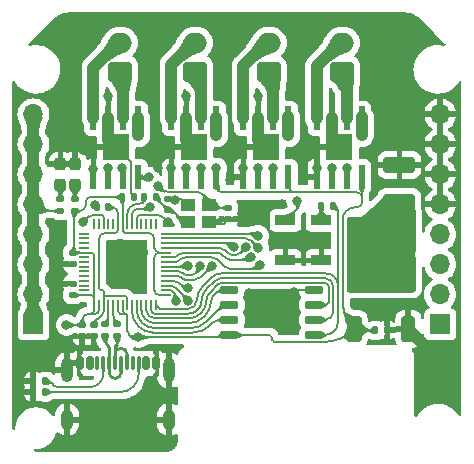
<source format=gbr>
%TF.GenerationSoftware,KiCad,Pcbnew,7.0.11*%
%TF.CreationDate,2025-01-20T01:41:03+09:00*%
%TF.ProjectId,MD,4d442e6b-6963-4616-945f-706362585858,rev?*%
%TF.SameCoordinates,Original*%
%TF.FileFunction,Copper,L1,Top*%
%TF.FilePolarity,Positive*%
%FSLAX46Y46*%
G04 Gerber Fmt 4.6, Leading zero omitted, Abs format (unit mm)*
G04 Created by KiCad (PCBNEW 7.0.11) date 2025-01-20 01:41:03*
%MOMM*%
%LPD*%
G01*
G04 APERTURE LIST*
G04 Aperture macros list*
%AMRoundRect*
0 Rectangle with rounded corners*
0 $1 Rounding radius*
0 $2 $3 $4 $5 $6 $7 $8 $9 X,Y pos of 4 corners*
0 Add a 4 corners polygon primitive as box body*
4,1,4,$2,$3,$4,$5,$6,$7,$8,$9,$2,$3,0*
0 Add four circle primitives for the rounded corners*
1,1,$1+$1,$2,$3*
1,1,$1+$1,$4,$5*
1,1,$1+$1,$6,$7*
1,1,$1+$1,$8,$9*
0 Add four rect primitives between the rounded corners*
20,1,$1+$1,$2,$3,$4,$5,0*
20,1,$1+$1,$4,$5,$6,$7,0*
20,1,$1+$1,$6,$7,$8,$9,0*
20,1,$1+$1,$8,$9,$2,$3,0*%
G04 Aperture macros list end*
%TA.AperFunction,SMDPad,CuDef*%
%ADD10RoundRect,0.140000X0.140000X0.170000X-0.140000X0.170000X-0.140000X-0.170000X0.140000X-0.170000X0*%
%TD*%
%TA.AperFunction,SMDPad,CuDef*%
%ADD11RoundRect,0.135000X0.185000X-0.135000X0.185000X0.135000X-0.185000X0.135000X-0.185000X-0.135000X0*%
%TD*%
%TA.AperFunction,ComponentPad*%
%ADD12RoundRect,0.300000X-0.700000X-0.300000X0.700000X-0.300000X0.700000X0.300000X-0.700000X0.300000X0*%
%TD*%
%TA.AperFunction,SMDPad,CuDef*%
%ADD13RoundRect,0.140000X-0.140000X-0.170000X0.140000X-0.170000X0.140000X0.170000X-0.140000X0.170000X0*%
%TD*%
%TA.AperFunction,SMDPad,CuDef*%
%ADD14RoundRect,0.140000X-0.170000X0.140000X-0.170000X-0.140000X0.170000X-0.140000X0.170000X0.140000X0*%
%TD*%
%TA.AperFunction,SMDPad,CuDef*%
%ADD15RoundRect,0.150000X-0.150000X-0.425000X0.150000X-0.425000X0.150000X0.425000X-0.150000X0.425000X0*%
%TD*%
%TA.AperFunction,SMDPad,CuDef*%
%ADD16RoundRect,0.075000X-0.075000X-0.500000X0.075000X-0.500000X0.075000X0.500000X-0.075000X0.500000X0*%
%TD*%
%TA.AperFunction,ComponentPad*%
%ADD17O,1.000000X2.100000*%
%TD*%
%TA.AperFunction,ComponentPad*%
%ADD18O,1.000000X1.800000*%
%TD*%
%TA.AperFunction,SMDPad,CuDef*%
%ADD19RoundRect,0.140000X0.170000X-0.140000X0.170000X0.140000X-0.170000X0.140000X-0.170000X-0.140000X0*%
%TD*%
%TA.AperFunction,ComponentPad*%
%ADD20RoundRect,0.250000X0.750000X-0.600000X0.750000X0.600000X-0.750000X0.600000X-0.750000X-0.600000X0*%
%TD*%
%TA.AperFunction,ComponentPad*%
%ADD21O,2.000000X1.700000*%
%TD*%
%TA.AperFunction,SMDPad,CuDef*%
%ADD22R,1.150000X1.000000*%
%TD*%
%TA.AperFunction,SMDPad,CuDef*%
%ADD23RoundRect,0.135000X-0.135000X-0.185000X0.135000X-0.185000X0.135000X0.185000X-0.135000X0.185000X0*%
%TD*%
%TA.AperFunction,SMDPad,CuDef*%
%ADD24RoundRect,0.250000X-1.100000X0.412500X-1.100000X-0.412500X1.100000X-0.412500X1.100000X0.412500X0*%
%TD*%
%TA.AperFunction,ComponentPad*%
%ADD25R,1.700000X1.700000*%
%TD*%
%TA.AperFunction,ComponentPad*%
%ADD26O,1.700000X1.700000*%
%TD*%
%TA.AperFunction,SMDPad,CuDef*%
%ADD27R,1.700000X0.900000*%
%TD*%
%TA.AperFunction,SMDPad,CuDef*%
%ADD28RoundRect,0.072500X0.217500X-0.912500X0.217500X0.912500X-0.217500X0.912500X-0.217500X-0.912500X0*%
%TD*%
%TA.AperFunction,SMDPad,CuDef*%
%ADD29R,2.285000X2.285000*%
%TD*%
%TA.AperFunction,SMDPad,CuDef*%
%ADD30RoundRect,0.150000X0.650000X0.150000X-0.650000X0.150000X-0.650000X-0.150000X0.650000X-0.150000X0*%
%TD*%
%TA.AperFunction,SMDPad,CuDef*%
%ADD31RoundRect,0.135000X0.135000X0.185000X-0.135000X0.185000X-0.135000X-0.185000X0.135000X-0.185000X0*%
%TD*%
%TA.AperFunction,SMDPad,CuDef*%
%ADD32RoundRect,0.250000X0.350000X-0.850000X0.350000X0.850000X-0.350000X0.850000X-0.350000X-0.850000X0*%
%TD*%
%TA.AperFunction,SMDPad,CuDef*%
%ADD33RoundRect,0.250000X1.125000X-1.275000X1.125000X1.275000X-1.125000X1.275000X-1.125000X-1.275000X0*%
%TD*%
%TA.AperFunction,SMDPad,CuDef*%
%ADD34RoundRect,0.249997X2.650003X-2.950003X2.650003X2.950003X-2.650003X2.950003X-2.650003X-2.950003X0*%
%TD*%
%TA.AperFunction,SMDPad,CuDef*%
%ADD35RoundRect,0.237500X-0.237500X0.287500X-0.237500X-0.287500X0.237500X-0.287500X0.237500X0.287500X0*%
%TD*%
%TA.AperFunction,SMDPad,CuDef*%
%ADD36RoundRect,0.050000X0.387500X0.050000X-0.387500X0.050000X-0.387500X-0.050000X0.387500X-0.050000X0*%
%TD*%
%TA.AperFunction,SMDPad,CuDef*%
%ADD37RoundRect,0.050000X0.050000X0.387500X-0.050000X0.387500X-0.050000X-0.387500X0.050000X-0.387500X0*%
%TD*%
%TA.AperFunction,HeatsinkPad*%
%ADD38R,3.200000X3.200000*%
%TD*%
%TA.AperFunction,ViaPad*%
%ADD39C,0.800000*%
%TD*%
%TA.AperFunction,Conductor*%
%ADD40C,0.200000*%
%TD*%
%TA.AperFunction,Conductor*%
%ADD41C,1.000000*%
%TD*%
%TA.AperFunction,Conductor*%
%ADD42C,0.250000*%
%TD*%
G04 APERTURE END LIST*
D10*
%TO.P,C7,1*%
%TO.N,GND*%
X143609000Y-79375000D03*
%TO.P,C7,2*%
%TO.N,+3.3V*%
X142649000Y-79375000D03*
%TD*%
D11*
%TO.P,R9,1*%
%TO.N,+3.3V*%
X138634000Y-80562500D03*
%TO.P,R9,2*%
%TO.N,Net-(D3-A)*%
X138634000Y-79542500D03*
%TD*%
D12*
%TO.P,REF\u002A\u002A,1*%
%TO.N,GND*%
X148717000Y-74879200D03*
%TD*%
D13*
%TO.P,C3,1*%
%TO.N,GND*%
X140490000Y-80264000D03*
%TO.P,C3,2*%
%TO.N,+1V1*%
X141450000Y-80264000D03*
%TD*%
D14*
%TO.P,C6,1*%
%TO.N,GND*%
X138457000Y-86727000D03*
%TO.P,C6,2*%
%TO.N,+3.3V*%
X138457000Y-87687000D03*
%TD*%
D12*
%TO.P,REF\u002A\u002A,1*%
%TO.N,GND*%
X154813000Y-74879200D03*
%TD*%
D15*
%TO.P,J1,A1,GND*%
%TO.N,GND*%
X139086000Y-93472000D03*
%TO.P,J1,A4,VBUS*%
%TO.N,unconnected-(J1-VBUS-PadA4)*%
X139886000Y-93472000D03*
D16*
%TO.P,J1,A5,CC1*%
%TO.N,Net-(J1-CC1)*%
X141036000Y-93472000D03*
%TO.P,J1,A6,D+*%
%TO.N,Net-(J1-D+-PadA6)*%
X142036000Y-93472000D03*
%TO.P,J1,A7,D-*%
%TO.N,Net-(J1-D--PadA7)*%
X142536000Y-93472000D03*
%TO.P,J1,A8,SBU1*%
%TO.N,unconnected-(J1-SBU1-PadA8)*%
X143536000Y-93472000D03*
D15*
%TO.P,J1,A9,VBUS*%
%TO.N,unconnected-(J1-VBUS-PadA4)*%
X144686000Y-93472000D03*
%TO.P,J1,A12,GND*%
%TO.N,GND*%
X145486000Y-93472000D03*
%TO.P,J1,B1,GND*%
X145486000Y-93472000D03*
%TO.P,J1,B4,VBUS*%
%TO.N,unconnected-(J1-VBUS-PadA4)*%
X144686000Y-93472000D03*
D16*
%TO.P,J1,B5,CC2*%
%TO.N,Net-(J1-CC2)*%
X144036000Y-93472000D03*
%TO.P,J1,B6,D+*%
%TO.N,Net-(J1-D+-PadA6)*%
X143036000Y-93472000D03*
%TO.P,J1,B7,D-*%
%TO.N,Net-(J1-D--PadA7)*%
X141536000Y-93472000D03*
%TO.P,J1,B8,SBU2*%
%TO.N,unconnected-(J1-SBU2-PadB8)*%
X140536000Y-93472000D03*
D15*
%TO.P,J1,B9,VBUS*%
%TO.N,unconnected-(J1-VBUS-PadA4)*%
X139886000Y-93472000D03*
%TO.P,J1,B12,GND*%
%TO.N,GND*%
X139086000Y-93472000D03*
D17*
%TO.P,J1,S1,SHIELD*%
X137966000Y-94047000D03*
D18*
X137966000Y-98227000D03*
D17*
X146606000Y-94047000D03*
D18*
X146606000Y-98227000D03*
%TD*%
D19*
%TO.P,C5,1*%
%TO.N,GND*%
X139275000Y-91154000D03*
%TO.P,C5,2*%
%TO.N,+3.3V*%
X139275000Y-90194000D03*
%TD*%
D11*
%TO.P,R4,1*%
%TO.N,Net-(J1-D+-PadA6)*%
X142240000Y-91186000D03*
%TO.P,R4,2*%
%TO.N,/D+*%
X142240000Y-90166000D03*
%TD*%
D20*
%TO.P,J7,1,Pin_1*%
%TO.N,/Motor4A*%
X161290000Y-68834000D03*
D21*
%TO.P,J7,2,Pin_2*%
%TO.N,/Motor4B*%
X161290000Y-66334000D03*
%TD*%
D22*
%TO.P,Y1,1,1*%
%TO.N,Net-(C2-Pad2)*%
X148223000Y-81472000D03*
%TO.P,Y1,2,2*%
%TO.N,GND*%
X149973000Y-81472000D03*
%TO.P,Y1,3,3*%
%TO.N,Net-(U2-XIN)*%
X149973000Y-80072000D03*
%TO.P,Y1,4,4*%
%TO.N,GND*%
X148223000Y-80072000D03*
%TD*%
D23*
%TO.P,R6,1*%
%TO.N,Net-(U2-XOUT)*%
X144524000Y-79375000D03*
%TO.P,R6,2*%
%TO.N,Net-(C2-Pad2)*%
X145544000Y-79375000D03*
%TD*%
D24*
%TO.P,C10,1*%
%TO.N,GND*%
X166116000Y-76669500D03*
%TO.P,C10,2*%
%TO.N,+12V*%
X166116000Y-79794500D03*
%TD*%
D25*
%TO.P,J2,1,Pin_1*%
%TO.N,+12V*%
X135128000Y-90170000D03*
D26*
%TO.P,J2,2,Pin_2*%
X135128000Y-87630000D03*
%TO.P,J2,3,Pin_3*%
X135128000Y-85090000D03*
%TO.P,J2,4,Pin_4*%
X135128000Y-82550000D03*
%TO.P,J2,5,Pin_5*%
X135128000Y-80010000D03*
%TO.P,J2,6,Pin_6*%
X135128000Y-77470000D03*
%TO.P,J2,7,Pin_7*%
X135128000Y-74930000D03*
%TO.P,J2,8,Pin_8*%
X135128000Y-72390000D03*
%TD*%
D19*
%TO.P,C9,1*%
%TO.N,GND*%
X138457000Y-85057000D03*
%TO.P,C9,2*%
%TO.N,+3.3V*%
X138457000Y-84097000D03*
%TD*%
D25*
%TO.P,J3,1,Pin_1*%
%TO.N,/MDTX*%
X169570000Y-90170000D03*
D26*
%TO.P,J3,2,Pin_2*%
%TO.N,/MDRX*%
X169570000Y-87630000D03*
%TO.P,J3,3,Pin_3*%
%TO.N,/BLDC1*%
X169570000Y-85090000D03*
%TO.P,J3,4,Pin_4*%
%TO.N,/BLDC2*%
X169570000Y-82550000D03*
%TO.P,J3,5,Pin_5*%
%TO.N,GND*%
X169570000Y-80010000D03*
%TO.P,J3,6,Pin_6*%
X169570000Y-77470000D03*
%TO.P,J3,7,Pin_7*%
X169570000Y-74930000D03*
%TO.P,J3,8,Pin_8*%
X169570000Y-72390000D03*
%TD*%
D27*
%TO.P,SW1,1,1*%
%TO.N,/RUN*%
X156464000Y-81358000D03*
%TO.P,SW1,2,2*%
%TO.N,GND*%
X156464000Y-84758000D03*
%TD*%
D20*
%TO.P,J6,1,Pin_1*%
%TO.N,/Motor3A*%
X155067000Y-68834000D03*
D21*
%TO.P,J6,2,Pin_2*%
%TO.N,/Motor3B*%
X155067000Y-66334000D03*
%TD*%
D11*
%TO.P,R8,1*%
%TO.N,+12V*%
X137414000Y-80562500D03*
%TO.P,R8,2*%
%TO.N,Net-(D2-A)*%
X137414000Y-79542500D03*
%TD*%
D28*
%TO.P,U3,1,GND*%
%TO.N,GND*%
X140208000Y-77654000D03*
%TO.P,U3,2,IN2*%
%TO.N,/IN1B*%
X141478000Y-77654000D03*
%TO.P,U3,3,IN1*%
%TO.N,/IN1A*%
X142748000Y-77654000D03*
%TO.P,U3,4,VREF*%
%TO.N,+3.3V*%
X144018000Y-77654000D03*
%TO.P,U3,5,VM*%
%TO.N,+12V*%
X144018000Y-72714000D03*
%TO.P,U3,6,OUT1*%
%TO.N,/Motor1A*%
X142748000Y-72714000D03*
%TO.P,U3,7,RS*%
%TO.N,GND*%
X141478000Y-72714000D03*
%TO.P,U3,8,OUT2*%
%TO.N,/Motor1B*%
X140208000Y-72714000D03*
D29*
%TO.P,U3,9,GND*%
%TO.N,GND*%
X142113000Y-75184000D03*
%TD*%
D30*
%TO.P,U1,1,~{CS}*%
%TO.N,Net-(U1-~{CS})*%
X158921000Y-91059000D03*
%TO.P,U1,2,DO(IO1)*%
%TO.N,Net-(U1-DO(IO1))*%
X158921000Y-89789000D03*
%TO.P,U1,3,IO2*%
%TO.N,Net-(U1-IO2)*%
X158921000Y-88519000D03*
%TO.P,U1,4,GND*%
%TO.N,GND*%
X158921000Y-87249000D03*
%TO.P,U1,5,DI(IO0)*%
%TO.N,Net-(U1-DI(IO0))*%
X151721000Y-87249000D03*
%TO.P,U1,6,CLK*%
%TO.N,Net-(U1-CLK)*%
X151721000Y-88519000D03*
%TO.P,U1,7,IO3*%
%TO.N,Net-(U1-IO3)*%
X151721000Y-89789000D03*
%TO.P,U1,8,VCC*%
%TO.N,+3.3V*%
X151721000Y-91059000D03*
%TD*%
D10*
%TO.P,C11,1*%
%TO.N,GND*%
X165044000Y-90678000D03*
%TO.P,C11,2*%
%TO.N,+3.3V*%
X164084000Y-90678000D03*
%TD*%
D27*
%TO.P,SW2,1,1*%
%TO.N,/BOOT*%
X159512000Y-81358000D03*
%TO.P,SW2,2,2*%
%TO.N,GND*%
X159512000Y-84758000D03*
%TD*%
D31*
%TO.P,R1,1*%
%TO.N,Net-(J1-CC1)*%
X136146000Y-94996000D03*
%TO.P,R1,2*%
%TO.N,GND*%
X135126000Y-94996000D03*
%TD*%
%TO.P,R2,1*%
%TO.N,Net-(J1-CC2)*%
X136146000Y-95885000D03*
%TO.P,R2,2*%
%TO.N,GND*%
X135126000Y-95885000D03*
%TD*%
D20*
%TO.P,J5,1,Pin_1*%
%TO.N,/Motor2A*%
X148844000Y-68834000D03*
D21*
%TO.P,J5,2,Pin_2*%
%TO.N,/Motor2B*%
X148844000Y-66334000D03*
%TD*%
D12*
%TO.P,REF\u002A\u002A,1*%
%TO.N,GND*%
X161036000Y-74828400D03*
%TD*%
%TO.P,REF\u002A\u002A,1*%
%TO.N,GND*%
X142113000Y-74879200D03*
%TD*%
D32*
%TO.P,U7,1,GND*%
%TO.N,GND*%
X166874500Y-90560000D03*
%TO.P,U7,2,VO*%
%TO.N,+3.3V*%
X162314500Y-90560000D03*
D33*
%TO.P,U7,3,VO*%
%TO.N,+12V*%
X163069500Y-85935000D03*
X166119500Y-85935000D03*
D34*
X164594500Y-84260000D03*
D33*
X163069500Y-82585000D03*
X166119500Y-82585000D03*
%TD*%
D14*
%TO.P,C2,1*%
%TO.N,GND*%
X146558000Y-79530000D03*
%TO.P,C2,2*%
%TO.N,Net-(C2-Pad2)*%
X146558000Y-80490000D03*
%TD*%
D35*
%TO.P,D3,1,K*%
%TO.N,GND*%
X138634000Y-76595000D03*
%TO.P,D3,2,A*%
%TO.N,Net-(D3-A)*%
X138634000Y-78345000D03*
%TD*%
D28*
%TO.P,U4,1,GND*%
%TO.N,GND*%
X152908000Y-77654000D03*
%TO.P,U4,2,IN2*%
%TO.N,/IN3B*%
X154178000Y-77654000D03*
%TO.P,U4,3,IN1*%
%TO.N,/IN3A*%
X155448000Y-77654000D03*
%TO.P,U4,4,VREF*%
%TO.N,+3.3V*%
X156718000Y-77654000D03*
%TO.P,U4,5,VM*%
%TO.N,+12V*%
X156718000Y-72714000D03*
%TO.P,U4,6,OUT1*%
%TO.N,/Motor3A*%
X155448000Y-72714000D03*
%TO.P,U4,7,RS*%
%TO.N,GND*%
X154178000Y-72714000D03*
%TO.P,U4,8,OUT2*%
%TO.N,/Motor3B*%
X152908000Y-72714000D03*
D29*
%TO.P,U4,9,GND*%
%TO.N,GND*%
X154813000Y-75184000D03*
%TD*%
D14*
%TO.P,C1,1*%
%TO.N,Net-(U2-XIN)*%
X151638000Y-80292000D03*
%TO.P,C1,2*%
%TO.N,GND*%
X151638000Y-81252000D03*
%TD*%
D23*
%TO.P,R5,1*%
%TO.N,/BOOT*%
X159508000Y-80137000D03*
%TO.P,R5,2*%
%TO.N,Net-(U1-~{CS})*%
X160528000Y-80137000D03*
%TD*%
D20*
%TO.P,J4,1,Pin_1*%
%TO.N,/Motor1A*%
X142494000Y-68834000D03*
D21*
%TO.P,J4,2,Pin_2*%
%TO.N,/Motor1B*%
X142494000Y-66334000D03*
%TD*%
D36*
%TO.P,U2,1,IOVDD*%
%TO.N,+3.3V*%
X146312500Y-87688000D03*
%TO.P,U2,2,GPIO0*%
%TO.N,/MDRX*%
X146312500Y-87288000D03*
%TO.P,U2,3,GPIO1*%
%TO.N,/MDTX*%
X146312500Y-86888000D03*
%TO.P,U2,4,GPIO2*%
%TO.N,/IN1A*%
X146312500Y-86488000D03*
%TO.P,U2,5,GPIO3*%
%TO.N,/IN1B*%
X146312500Y-86088000D03*
%TO.P,U2,6,GPIO4*%
%TO.N,/IN2A*%
X146312500Y-85688000D03*
%TO.P,U2,7,GPIO5*%
%TO.N,/IN2B*%
X146312500Y-85288000D03*
%TO.P,U2,8,GPIO6*%
%TO.N,/IN3A*%
X146312500Y-84888000D03*
%TO.P,U2,9,GPIO7*%
%TO.N,/IN3B*%
X146312500Y-84488000D03*
%TO.P,U2,10,IOVDD*%
%TO.N,+3.3V*%
X146312500Y-84088000D03*
%TO.P,U2,11,GPIO8*%
%TO.N,/IN4A*%
X146312500Y-83688000D03*
%TO.P,U2,12,GPIO9*%
%TO.N,/IN4B*%
X146312500Y-83288000D03*
%TO.P,U2,13,GPIO10*%
%TO.N,/BLDC1*%
X146312500Y-82888000D03*
%TO.P,U2,14,GPIO11*%
%TO.N,/BLDC2*%
X146312500Y-82488000D03*
D37*
%TO.P,U2,15,GPIO12*%
%TO.N,unconnected-(U2-GPIO12-Pad15)*%
X145475000Y-81650500D03*
%TO.P,U2,16,GPIO13*%
%TO.N,unconnected-(U2-GPIO13-Pad16)*%
X145075000Y-81650500D03*
%TO.P,U2,17,GPIO14*%
%TO.N,unconnected-(U2-GPIO14-Pad17)*%
X144675000Y-81650500D03*
%TO.P,U2,18,GPIO15*%
%TO.N,unconnected-(U2-GPIO15-Pad18)*%
X144275000Y-81650500D03*
%TO.P,U2,19,TESTEN*%
%TO.N,GND*%
X143875000Y-81650500D03*
%TO.P,U2,20,XIN*%
%TO.N,Net-(U2-XIN)*%
X143475000Y-81650500D03*
%TO.P,U2,21,XOUT*%
%TO.N,Net-(U2-XOUT)*%
X143075000Y-81650500D03*
%TO.P,U2,22,IOVDD*%
%TO.N,+3.3V*%
X142675000Y-81650500D03*
%TO.P,U2,23,DVDD*%
%TO.N,+1V1*%
X142275000Y-81650500D03*
%TO.P,U2,24,SWCLK*%
%TO.N,unconnected-(U2-SWCLK-Pad24)*%
X141875000Y-81650500D03*
%TO.P,U2,25,SWD*%
%TO.N,unconnected-(U2-SWD-Pad25)*%
X141475000Y-81650500D03*
%TO.P,U2,26,RUN*%
%TO.N,/RUN*%
X141075000Y-81650500D03*
%TO.P,U2,27,GPIO16*%
%TO.N,unconnected-(U2-GPIO16-Pad27)*%
X140675000Y-81650500D03*
%TO.P,U2,28,GPIO17*%
%TO.N,unconnected-(U2-GPIO17-Pad28)*%
X140275000Y-81650500D03*
D36*
%TO.P,U2,29,GPIO18*%
%TO.N,unconnected-(U2-GPIO18-Pad29)*%
X139437500Y-82488000D03*
%TO.P,U2,30,GPIO19*%
%TO.N,unconnected-(U2-GPIO19-Pad30)*%
X139437500Y-82888000D03*
%TO.P,U2,31,GPIO20*%
%TO.N,unconnected-(U2-GPIO20-Pad31)*%
X139437500Y-83288000D03*
%TO.P,U2,32,GPIO21*%
%TO.N,unconnected-(U2-GPIO21-Pad32)*%
X139437500Y-83688000D03*
%TO.P,U2,33,IOVDD*%
%TO.N,+3.3V*%
X139437500Y-84088000D03*
%TO.P,U2,34,GPIO22*%
%TO.N,unconnected-(U2-GPIO22-Pad34)*%
X139437500Y-84488000D03*
%TO.P,U2,35,GPIO23*%
%TO.N,unconnected-(U2-GPIO23-Pad35)*%
X139437500Y-84888000D03*
%TO.P,U2,36,GPIO24*%
%TO.N,unconnected-(U2-GPIO24-Pad36)*%
X139437500Y-85288000D03*
%TO.P,U2,37,GPIO25*%
%TO.N,unconnected-(U2-GPIO25-Pad37)*%
X139437500Y-85688000D03*
%TO.P,U2,38,GPIO26_ADC0*%
%TO.N,unconnected-(U2-GPIO26_ADC0-Pad38)*%
X139437500Y-86088000D03*
%TO.P,U2,39,GPIO27_ADC1*%
%TO.N,unconnected-(U2-GPIO27_ADC1-Pad39)*%
X139437500Y-86488000D03*
%TO.P,U2,40,GPIO28_ADC2*%
%TO.N,unconnected-(U2-GPIO28_ADC2-Pad40)*%
X139437500Y-86888000D03*
%TO.P,U2,41,GPIO29_ADC3*%
%TO.N,unconnected-(U2-GPIO29_ADC3-Pad41)*%
X139437500Y-87288000D03*
%TO.P,U2,42,IOVDD*%
%TO.N,+3.3V*%
X139437500Y-87688000D03*
D37*
%TO.P,U2,43,ADC_AVDD*%
X140275000Y-88525500D03*
%TO.P,U2,44,VREG_IN*%
X140675000Y-88525500D03*
%TO.P,U2,45,VREG_VOUT*%
%TO.N,+1V1*%
X141075000Y-88525500D03*
%TO.P,U2,46,USB_DM*%
%TO.N,/D-*%
X141475000Y-88525500D03*
%TO.P,U2,47,USB_DP*%
%TO.N,/D+*%
X141875000Y-88525500D03*
%TO.P,U2,48,USB_VDD*%
%TO.N,+3.3V*%
X142275000Y-88525500D03*
%TO.P,U2,49,IOVDD*%
X142675000Y-88525500D03*
%TO.P,U2,50,DVDD*%
%TO.N,+1V1*%
X143075000Y-88525500D03*
%TO.P,U2,51,QSPI_SD3*%
%TO.N,Net-(U1-IO3)*%
X143475000Y-88525500D03*
%TO.P,U2,52,QSPI_SCLK*%
%TO.N,Net-(U1-CLK)*%
X143875000Y-88525500D03*
%TO.P,U2,53,QSPI_SD0*%
%TO.N,Net-(U1-DI(IO0))*%
X144275000Y-88525500D03*
%TO.P,U2,54,QSPI_SD2*%
%TO.N,Net-(U1-IO2)*%
X144675000Y-88525500D03*
%TO.P,U2,55,QSPI_SD1*%
%TO.N,Net-(U1-DO(IO1))*%
X145075000Y-88525500D03*
%TO.P,U2,56,QSPI_SS*%
%TO.N,Net-(U1-~{CS})*%
X145475000Y-88525500D03*
D38*
%TO.P,U2,57,GND*%
%TO.N,GND*%
X142875000Y-85088000D03*
%TD*%
D28*
%TO.P,U5,1,GND*%
%TO.N,GND*%
X146812000Y-77654000D03*
%TO.P,U5,2,IN2*%
%TO.N,/IN2B*%
X148082000Y-77654000D03*
%TO.P,U5,3,IN1*%
%TO.N,/IN2A*%
X149352000Y-77654000D03*
%TO.P,U5,4,VREF*%
%TO.N,+3.3V*%
X150622000Y-77654000D03*
%TO.P,U5,5,VM*%
%TO.N,+12V*%
X150622000Y-72714000D03*
%TO.P,U5,6,OUT1*%
%TO.N,/Motor2A*%
X149352000Y-72714000D03*
%TO.P,U5,7,RS*%
%TO.N,GND*%
X148082000Y-72714000D03*
%TO.P,U5,8,OUT2*%
%TO.N,/Motor2B*%
X146812000Y-72714000D03*
D29*
%TO.P,U5,9,GND*%
%TO.N,GND*%
X148717000Y-75184000D03*
%TD*%
D35*
%TO.P,D2,1,K*%
%TO.N,GND*%
X137414000Y-76595000D03*
%TO.P,D2,2,A*%
%TO.N,Net-(D2-A)*%
X137414000Y-78345000D03*
%TD*%
D11*
%TO.P,R3,1*%
%TO.N,Net-(J1-D--PadA7)*%
X141223000Y-91184000D03*
%TO.P,R3,2*%
%TO.N,/D-*%
X141223000Y-90164000D03*
%TD*%
D28*
%TO.P,U6,1,GND*%
%TO.N,GND*%
X159131000Y-77654000D03*
%TO.P,U6,2,IN2*%
%TO.N,/IN4B*%
X160401000Y-77654000D03*
%TO.P,U6,3,IN1*%
%TO.N,/IN4A*%
X161671000Y-77654000D03*
%TO.P,U6,4,VREF*%
%TO.N,+3.3V*%
X162941000Y-77654000D03*
%TO.P,U6,5,VM*%
%TO.N,+12V*%
X162941000Y-72714000D03*
%TO.P,U6,6,OUT1*%
%TO.N,/Motor4A*%
X161671000Y-72714000D03*
%TO.P,U6,7,RS*%
%TO.N,GND*%
X160401000Y-72714000D03*
%TO.P,U6,8,OUT2*%
%TO.N,/Motor4B*%
X159131000Y-72714000D03*
D29*
%TO.P,U6,9,GND*%
%TO.N,GND*%
X161036000Y-75184000D03*
%TD*%
D19*
%TO.P,C4,1*%
%TO.N,GND*%
X140291000Y-91154000D03*
%TO.P,C4,2*%
%TO.N,+1V1*%
X140291000Y-90194000D03*
%TD*%
D39*
%TO.N,Net-(U2-XIN)*%
X145669000Y-78455000D03*
X145019208Y-80202360D03*
%TO.N,GND*%
X162560000Y-88392000D03*
X164973000Y-88392000D03*
X157378400Y-67056000D03*
X163372800Y-67208400D03*
X145897600Y-74777600D03*
X156159200Y-80010000D03*
X138074400Y-70764400D03*
X153365200Y-88950800D03*
X144932400Y-67157600D03*
X158902400Y-74828400D03*
X144322800Y-87122000D03*
X157175200Y-87426800D03*
X152298400Y-74777600D03*
X139344400Y-75387200D03*
X168148000Y-92303600D03*
X157175200Y-89001600D03*
X137160000Y-81940400D03*
X142494000Y-64414400D03*
X142290800Y-98348800D03*
X157937200Y-75641200D03*
X138125200Y-65532000D03*
X147116800Y-79639000D03*
X144780000Y-70764400D03*
X137007600Y-85852000D03*
X146558000Y-81534000D03*
X153009600Y-80060800D03*
X148082000Y-70815200D03*
X151180800Y-70764400D03*
X167589200Y-71983600D03*
X145684379Y-76930598D03*
X151180800Y-67106800D03*
X154178000Y-70815200D03*
X146304000Y-100228400D03*
X136245600Y-93624400D03*
X167894000Y-88392000D03*
X138379200Y-88950800D03*
X138074400Y-100279200D03*
X152908000Y-76911200D03*
X140157200Y-77012800D03*
X166370000Y-65430400D03*
X141732000Y-83515200D03*
X157378400Y-70713600D03*
X140299247Y-80075000D03*
X137515600Y-91948000D03*
X159105600Y-76911200D03*
X146812000Y-76911200D03*
X145135600Y-95097600D03*
X153416000Y-87477600D03*
X139242800Y-96977200D03*
X170434000Y-92303600D03*
X141478000Y-70815200D03*
X146608800Y-96164400D03*
X161290000Y-64414400D03*
X155041600Y-64414400D03*
X151739600Y-77978000D03*
X148844000Y-64414400D03*
X163474400Y-70561200D03*
%TO.N,+3.3V*%
X137922000Y-90220800D03*
X144018000Y-91236800D03*
X144907000Y-77724000D03*
X150622000Y-76962000D03*
%TO.N,+12V*%
X156718000Y-74168000D03*
X163322000Y-82550000D03*
X162179000Y-81534000D03*
X156718000Y-72644000D03*
X165862000Y-82550000D03*
X162941000Y-72644000D03*
X163322000Y-81534000D03*
X144018000Y-73406000D03*
X165862000Y-81534000D03*
X162179000Y-82550000D03*
X156718000Y-73406000D03*
X162941000Y-73406000D03*
X167005000Y-81534000D03*
X144018000Y-72644000D03*
X167005000Y-82550000D03*
X144018000Y-74168000D03*
X162941000Y-74168000D03*
X150622000Y-73406000D03*
X150622000Y-72644000D03*
X164592000Y-81534000D03*
X164592000Y-82550000D03*
X150622000Y-74168000D03*
%TO.N,/MDTX*%
X148191739Y-88163000D03*
%TO.N,/MDRX*%
X147191736Y-88163000D03*
%TO.N,/BLDC1*%
X154178000Y-83677003D03*
%TO.N,/BLDC2*%
X154178000Y-82677000D03*
%TO.N,/RUN*%
X139319000Y-81534000D03*
X157429525Y-79694000D03*
%TO.N,/IN1A*%
X142646400Y-76926502D03*
X148224764Y-87079000D03*
%TO.N,/IN1B*%
X150241000Y-85217000D03*
X141478000Y-76926502D03*
%TO.N,/IN2A*%
X149352000Y-76926502D03*
X149236156Y-85188000D03*
%TO.N,/IN2B*%
X148236153Y-85188000D03*
X148082000Y-76926502D03*
%TO.N,/IN3A*%
X154273610Y-85149000D03*
X155448000Y-76962000D03*
%TO.N,/IN3B*%
X153525564Y-84486813D03*
X154178000Y-76962000D03*
%TO.N,/IN4A*%
X153087225Y-83588000D03*
X161671000Y-76962000D03*
%TO.N,/IN4B*%
X152087223Y-83588000D03*
X160401000Y-76962000D03*
%TD*%
D40*
%TO.N,Net-(U2-XIN)*%
X143914354Y-80391000D02*
X144830568Y-80391000D01*
X146517692Y-78939000D02*
X148830032Y-78939000D01*
X150296886Y-79970886D02*
X150198000Y-79872000D01*
X143475000Y-81650500D02*
X143475000Y-80830354D01*
X149572569Y-79246569D02*
X150198000Y-79872000D01*
X151638000Y-80292000D02*
X151072125Y-80292000D01*
X145669000Y-78455000D02*
X145895123Y-78681123D01*
X144830568Y-80391000D02*
X145019208Y-80202360D01*
X145895136Y-78681110D02*
G75*
G03*
X146517692Y-78939000I622564J622510D01*
G01*
X149572552Y-79246586D02*
G75*
G03*
X148830032Y-78939000I-742552J-742514D01*
G01*
X150296885Y-79970887D02*
G75*
G03*
X151072125Y-80292000I775215J775187D01*
G01*
X143914354Y-80391000D02*
G75*
G03*
X143475000Y-80830354I46J-439400D01*
G01*
%TO.N,GND*%
X143346400Y-78741064D02*
X143346400Y-76417400D01*
D41*
X160401000Y-72714000D02*
X160401000Y-74549000D01*
D40*
X143346400Y-76417400D02*
X142113000Y-75184000D01*
X140488247Y-80264000D02*
X140299247Y-80075000D01*
X146558000Y-79530000D02*
X147656000Y-79530000D01*
X153644600Y-87249000D02*
X153416000Y-87477600D01*
D41*
X154178000Y-74549000D02*
X154813000Y-75184000D01*
X141478000Y-74549000D02*
X142113000Y-75184000D01*
X166874500Y-90560000D02*
X168148000Y-91833500D01*
D40*
X143875000Y-81228110D02*
X143875000Y-81650500D01*
X147116800Y-79639000D02*
X147225800Y-79530000D01*
X145572588Y-80913000D02*
X144190110Y-80913000D01*
X147225800Y-79530000D02*
X147656000Y-79530000D01*
X146558000Y-81534000D02*
X146194679Y-81170679D01*
D41*
X170434000Y-92303600D02*
X168148000Y-92303600D01*
D40*
X140490000Y-80264000D02*
X140488247Y-80264000D01*
X147656000Y-79530000D02*
X147998000Y-79872000D01*
D41*
X148082000Y-72714000D02*
X148082000Y-74549000D01*
X154178000Y-72714000D02*
X154178000Y-74549000D01*
D40*
X150198000Y-81672000D02*
X151218000Y-81672000D01*
X157353000Y-87249000D02*
X157175200Y-87426800D01*
X147007800Y-79530000D02*
X146558000Y-79530000D01*
X158921000Y-87249000D02*
X157353000Y-87249000D01*
X151218000Y-81672000D02*
X151638000Y-81252000D01*
D41*
X160401000Y-74549000D02*
X161036000Y-75184000D01*
X168148000Y-91833500D02*
X168148000Y-92303600D01*
X141478000Y-72714000D02*
X141478000Y-74549000D01*
D40*
X158921000Y-87249000D02*
X153644600Y-87249000D01*
D41*
X148082000Y-74549000D02*
X148717000Y-75184000D01*
D40*
X147116800Y-79639000D02*
X147007800Y-79530000D01*
X143346431Y-78741064D02*
G75*
G03*
X143609001Y-79374999I896469J-36D01*
G01*
X144190110Y-80913000D02*
G75*
G03*
X143875000Y-81228110I-10J-315100D01*
G01*
X146194692Y-81170666D02*
G75*
G03*
X145572588Y-80913000I-622092J-622134D01*
G01*
%TO.N,Net-(C2-Pad2)*%
X146816000Y-80490000D02*
X147998000Y-81672000D01*
X146558000Y-80490000D02*
X146816000Y-80490000D01*
X145415000Y-79347000D02*
X146558000Y-80490000D01*
X145415000Y-79246000D02*
X145415000Y-79347000D01*
%TO.N,+1V1*%
X142275000Y-80707716D02*
X142275000Y-81650500D01*
X141207095Y-82411000D02*
X142050500Y-82411000D01*
X143075000Y-88525500D02*
X143075000Y-87988050D01*
X140526905Y-89726596D02*
X140491000Y-89726596D01*
X142275000Y-82186500D02*
X142275000Y-81650500D01*
X140291000Y-89926596D02*
X140291000Y-90194000D01*
X140675000Y-85459000D02*
X140675000Y-87087000D01*
X140930612Y-89405732D02*
X140668327Y-89668017D01*
X141074000Y-87387000D02*
X141074000Y-88525500D01*
X142831950Y-87745000D02*
X141316278Y-87745000D01*
X140825000Y-87237000D02*
X140924000Y-87237000D01*
X141450000Y-80264000D02*
X141831284Y-80264000D01*
X140675000Y-85459000D02*
X140675000Y-82943095D01*
X141074000Y-87987278D02*
X141074000Y-89059563D01*
X142275000Y-80707716D02*
G75*
G03*
X141831284Y-80264000I-443700J16D01*
G01*
X140675000Y-87087000D02*
G75*
G03*
X140825000Y-87237000I150000J0D01*
G01*
X142050500Y-82411000D02*
G75*
G03*
X142275000Y-82186500I0J224500D01*
G01*
X140930639Y-89405759D02*
G75*
G03*
X141074000Y-89059563I-346239J346159D01*
G01*
X140526905Y-89726600D02*
G75*
G03*
X140668326Y-89668016I-5J200000D01*
G01*
X141074000Y-87387000D02*
G75*
G03*
X140924000Y-87237000I-150000J0D01*
G01*
X140491000Y-89726600D02*
G75*
G03*
X140291000Y-89926596I0J-200000D01*
G01*
X143075000Y-87988050D02*
G75*
G03*
X142831950Y-87745000I-243100J-50D01*
G01*
X141207095Y-82411000D02*
G75*
G03*
X140675000Y-82943095I5J-532100D01*
G01*
X141316278Y-87745000D02*
G75*
G03*
X141074000Y-87987278I22J-242300D01*
G01*
%TO.N,+3.3V*%
X156718000Y-78512878D02*
X156718000Y-77654000D01*
X142485372Y-89268000D02*
X142881490Y-89268000D01*
X139982128Y-79375000D02*
X142649000Y-79375000D01*
X142675000Y-88525500D02*
X142675000Y-89061510D01*
X146312500Y-84088000D02*
X145768699Y-84088000D01*
X143074999Y-90687740D02*
X143075000Y-89461498D01*
X138634000Y-80562500D02*
X138557000Y-80639500D01*
X157734000Y-78994000D02*
X157199122Y-78994000D01*
X140275000Y-87987597D02*
X140275000Y-88525500D01*
X143339000Y-82411000D02*
X144852316Y-82411000D01*
X140275000Y-84387235D02*
X140275000Y-88525500D01*
X138466000Y-84088000D02*
X139437500Y-84088000D01*
X146312500Y-87688000D02*
X145777159Y-87688000D01*
X155121000Y-91059000D02*
X151721000Y-91059000D01*
X162535795Y-78994000D02*
X157734000Y-78994000D01*
X139437500Y-84088000D02*
X139975765Y-84088000D01*
X145371000Y-87281841D02*
X145371000Y-84490851D01*
X162333088Y-80264000D02*
X162542467Y-80264000D01*
X139975000Y-89269000D02*
X139783000Y-89269000D01*
X143074497Y-89423107D02*
X143045113Y-89352171D01*
X142675000Y-79401000D02*
X142675000Y-80133315D01*
X159661339Y-91659000D02*
X155521000Y-91659000D01*
X151517000Y-91263000D02*
X151721000Y-91059000D01*
X145371000Y-83427000D02*
X145371000Y-83690301D01*
X137922000Y-90220800D02*
X139248200Y-90220800D01*
X144018000Y-91236800D02*
X143991800Y-91263000D01*
X144088000Y-77724000D02*
X144018000Y-77654000D01*
X145773851Y-84088000D02*
X146312500Y-84088000D01*
X143991800Y-91263000D02*
X143650258Y-91263000D01*
X139436500Y-87687000D02*
X139437500Y-87688000D01*
X138457000Y-87687000D02*
X139436500Y-87687000D01*
X162941000Y-79502000D02*
X162941000Y-79865467D01*
X144044200Y-91263000D02*
X151517000Y-91263000D01*
X140674000Y-88969000D02*
X140674000Y-88525500D01*
X139573000Y-80041669D02*
X139573000Y-79784128D01*
X138557000Y-80639500D02*
X138557000Y-83997000D01*
X144018000Y-91236800D02*
X144044200Y-91263000D01*
X145371000Y-82929684D02*
X145371000Y-83427000D01*
X138634000Y-80562500D02*
X139052169Y-80562500D01*
X155321000Y-91459000D02*
X155321000Y-91259000D01*
X145778640Y-84088000D02*
X146312500Y-84088000D01*
X142649000Y-79375000D02*
X142675000Y-79401000D01*
X151076494Y-78994000D02*
X157734000Y-78994000D01*
X162941000Y-77654000D02*
X162941000Y-79502000D01*
X144907000Y-77724000D02*
X144088000Y-77724000D01*
X140275000Y-88525500D02*
X140275000Y-88969000D01*
X143045113Y-89352171D02*
X142990818Y-89297881D01*
D42*
X162432500Y-90678000D02*
X162314500Y-90560000D01*
X164084000Y-90678000D02*
X162432500Y-90678000D01*
D40*
X142990818Y-89297881D02*
X142919881Y-89268501D01*
X150622000Y-77654000D02*
X150622000Y-78539506D01*
X139248200Y-90220800D02*
X139275000Y-90194000D01*
X138557000Y-83997000D02*
X138457000Y-84097000D01*
X142275000Y-88525500D02*
X142275000Y-89057628D01*
X142675000Y-81650500D02*
X142675000Y-82187694D01*
X143339000Y-82411000D02*
X142898306Y-82411000D01*
X143075000Y-89461498D02*
X143074497Y-89423107D01*
X139437500Y-87688000D02*
X139975403Y-87688000D01*
X142675000Y-80133315D02*
X142675000Y-81650500D01*
X162941000Y-79399205D02*
X162941000Y-79502000D01*
X139275000Y-89777006D02*
X139275000Y-90194000D01*
X139783000Y-89269000D02*
X140374000Y-89269000D01*
X142919881Y-89268501D02*
X142881490Y-89268000D01*
X161309000Y-88132502D02*
X161309000Y-81288088D01*
X143075000Y-90687740D02*
G75*
G03*
X143650258Y-91263000I575300J40D01*
G01*
X145371000Y-83690301D02*
G75*
G03*
X145768699Y-84088000I397700J1D01*
G01*
X159661339Y-91659020D02*
G75*
G03*
X162314499Y-90559999I-39J3752120D01*
G01*
X139783000Y-89269000D02*
G75*
G03*
X139275000Y-89777006I0J-508000D01*
G01*
X142675000Y-89061510D02*
G75*
G03*
X142881490Y-89268000I206500J10D01*
G01*
X140275000Y-84387235D02*
G75*
G03*
X139975765Y-84088000I-299200J35D01*
G01*
X156718000Y-78512878D02*
G75*
G03*
X157199122Y-78994000I481100J-22D01*
G01*
X140275000Y-87987597D02*
G75*
G03*
X139975403Y-87688000I-299600J-3D01*
G01*
X139975000Y-89269000D02*
G75*
G03*
X140275000Y-88969000I0J300000D01*
G01*
X155321000Y-91259000D02*
G75*
G03*
X155121000Y-91059000I-200000J0D01*
G01*
X142675000Y-82187694D02*
G75*
G03*
X142898306Y-82411000I223300J-6D01*
G01*
X145773851Y-84088000D02*
G75*
G03*
X145371000Y-84490851I-51J-402800D01*
G01*
X155321000Y-91459000D02*
G75*
G03*
X155521000Y-91659000I200000J0D01*
G01*
X161308997Y-88132502D02*
G75*
G03*
X162314500Y-90560000I3433003J2D01*
G01*
X162333088Y-80264000D02*
G75*
G03*
X161309000Y-81288088I12J-1024100D01*
G01*
X145371000Y-87281841D02*
G75*
G03*
X145777159Y-87688000I406200J41D01*
G01*
X140374000Y-89269000D02*
G75*
G03*
X140674000Y-88969000I0J300000D01*
G01*
X145371000Y-82929684D02*
G75*
G03*
X144852316Y-82411000I-518700J-16D01*
G01*
X162542467Y-80264000D02*
G75*
G03*
X162941000Y-79865467I33J398500D01*
G01*
X139052169Y-80562500D02*
G75*
G03*
X139573000Y-80041669I31J520800D01*
G01*
X162941000Y-79399205D02*
G75*
G03*
X162535795Y-78994000I-405200J5D01*
G01*
X139982128Y-79375000D02*
G75*
G03*
X139573000Y-79784128I-28J-409100D01*
G01*
X150622000Y-78539506D02*
G75*
G03*
X151076494Y-78994000I454500J6D01*
G01*
X142275000Y-89057628D02*
G75*
G03*
X142485372Y-89268000I210400J28D01*
G01*
%TO.N,Net-(D2-A)*%
X137414000Y-79542500D02*
X137414000Y-78345000D01*
%TO.N,Net-(D3-A)*%
X138634000Y-79542500D02*
X138634000Y-78345000D01*
%TO.N,Net-(J1-CC1)*%
X136664065Y-95116065D02*
X136907301Y-95359301D01*
X141036000Y-94359074D02*
X141036000Y-93427000D01*
X137210765Y-95485000D02*
X139910074Y-95485000D01*
X136146000Y-94996000D02*
X136374201Y-94996000D01*
X136907311Y-95359291D02*
G75*
G03*
X137210765Y-95485000I303489J303491D01*
G01*
X139910074Y-95485000D02*
G75*
G03*
X141036000Y-94359074I26J1125900D01*
G01*
X136664058Y-95116072D02*
G75*
G03*
X136374201Y-94996000I-289858J-289828D01*
G01*
D42*
%TO.N,Net-(J1-D+-PadA6)*%
X142036000Y-93472000D02*
X142036000Y-92108569D01*
X143036000Y-92649596D02*
X143036000Y-93472000D01*
X142094579Y-91967147D02*
X142181422Y-91880304D01*
X142240000Y-91738883D02*
X142240000Y-91186000D01*
X142484726Y-92202000D02*
X142588404Y-92202000D01*
X143036000Y-92649596D02*
G75*
G03*
X142588404Y-92202000I-447600J-4D01*
G01*
X142094595Y-91967163D02*
G75*
G03*
X142036000Y-92108569I141405J-141437D01*
G01*
X142484726Y-92202000D02*
G75*
G03*
X142036000Y-92650726I-26J-448700D01*
G01*
X142181430Y-91880312D02*
G75*
G03*
X142240000Y-91738883I-141430J141412D01*
G01*
%TO.N,Net-(J1-D--PadA7)*%
X141223000Y-91629833D02*
X141223000Y-91184000D01*
X141477421Y-91967097D02*
X141281578Y-91771254D01*
X142536000Y-93472000D02*
X142536000Y-94273222D01*
X141536000Y-94260645D02*
X141536000Y-92108519D01*
X142067222Y-94742000D02*
X142017355Y-94742000D01*
X142067222Y-94742000D02*
G75*
G03*
X142536000Y-94273222I-22J468800D01*
G01*
X141535986Y-92108519D02*
G75*
G03*
X141477420Y-91967098I-199986J19D01*
G01*
X141222977Y-91629833D02*
G75*
G03*
X141281578Y-91771254I200023J33D01*
G01*
X141536000Y-94260645D02*
G75*
G03*
X142017355Y-94742000I481400J45D01*
G01*
D40*
%TO.N,Net-(J1-CC2)*%
X144036000Y-94348175D02*
X144036000Y-93427000D01*
X136146000Y-95885000D02*
X142499175Y-95885000D01*
X142499175Y-95885000D02*
G75*
G03*
X144036000Y-94348175I25J1536800D01*
G01*
D41*
%TO.N,+12V*%
X162941000Y-72644000D02*
X162941000Y-72714000D01*
X150622000Y-74168000D02*
X150622000Y-72714000D01*
X156718000Y-74168000D02*
X156718000Y-72714000D01*
X166116000Y-81280000D02*
X165862000Y-81534000D01*
X156718000Y-72644000D02*
X156718000Y-74168000D01*
D40*
X137414000Y-80562500D02*
X135680500Y-80562500D01*
D41*
X162941000Y-74168000D02*
X162941000Y-72644000D01*
X166116000Y-79794500D02*
X166116000Y-81280000D01*
X144018000Y-74168000D02*
X144018000Y-72714000D01*
X167005000Y-81534000D02*
X167005000Y-80683500D01*
X167005000Y-80683500D02*
X166116000Y-79794500D01*
X135128000Y-90170000D02*
X135128000Y-72390000D01*
X166116000Y-79794500D02*
X166116000Y-80010000D01*
X166116000Y-80010000D02*
X164592000Y-81534000D01*
D40*
X135680500Y-80562500D02*
X135128000Y-80010000D01*
D41*
X165061500Y-79794500D02*
X163322000Y-81534000D01*
X166116000Y-79794500D02*
X165061500Y-79794500D01*
D40*
%TO.N,/MDTX*%
X148191739Y-88067693D02*
X147199708Y-87075662D01*
X148191739Y-88163000D02*
X148191739Y-88067693D01*
X146746651Y-86888000D02*
X146312500Y-86888000D01*
X147199728Y-87075642D02*
G75*
G03*
X146746651Y-86888000I-453028J-453058D01*
G01*
%TO.N,/MDRX*%
X146707730Y-87288000D02*
X146312500Y-87288000D01*
X147191736Y-88163000D02*
X147191736Y-87843448D01*
X147043193Y-87484833D02*
X146944386Y-87386026D01*
X146944375Y-87386037D02*
G75*
G03*
X146707730Y-87288000I-236675J-236663D01*
G01*
X147191708Y-87843448D02*
G75*
G03*
X147043193Y-87484833I-507108J48D01*
G01*
%TO.N,/BLDC1*%
X154178000Y-83677003D02*
X153599488Y-83098491D01*
X153091317Y-82888000D02*
X146312500Y-82888000D01*
X153599487Y-83098492D02*
G75*
G03*
X153091317Y-82888000I-508187J-508208D01*
G01*
%TO.N,/BLDC2*%
X153721785Y-82488000D02*
X146312500Y-82488000D01*
X154178005Y-82676995D02*
G75*
G03*
X153721785Y-82488000I-456205J-456105D01*
G01*
D41*
%TO.N,/Motor1A*%
X142748000Y-72714000D02*
X142748000Y-69088000D01*
X142748000Y-69088000D02*
X142494000Y-68834000D01*
%TO.N,/Motor1B*%
X140208000Y-72714000D02*
X140208000Y-68419570D01*
X140208000Y-68419570D02*
X142293570Y-66334000D01*
X142293570Y-66334000D02*
X142494000Y-66334000D01*
%TO.N,/Motor2A*%
X149352000Y-72714000D02*
X149352000Y-69342000D01*
X149352000Y-69342000D02*
X148844000Y-68834000D01*
%TO.N,/Motor2B*%
X148643570Y-66334000D02*
X148844000Y-66334000D01*
X146812000Y-72714000D02*
X146812000Y-68165570D01*
X146812000Y-68165570D02*
X148643570Y-66334000D01*
%TO.N,/Motor3A*%
X155448000Y-72714000D02*
X155448000Y-69215000D01*
X155448000Y-69215000D02*
X155067000Y-68834000D01*
%TO.N,/Motor3B*%
X152908000Y-68292570D02*
X154866570Y-66334000D01*
X154866570Y-66334000D02*
X155067000Y-66334000D01*
X152908000Y-72714000D02*
X152908000Y-68292570D01*
%TO.N,/Motor4A*%
X161671000Y-69215000D02*
X161290000Y-68834000D01*
X161671000Y-72714000D02*
X161671000Y-69215000D01*
%TO.N,/Motor4B*%
X159131000Y-68292570D02*
X161089570Y-66334000D01*
X159131000Y-72714000D02*
X159131000Y-68292570D01*
X161089570Y-66334000D02*
X161290000Y-66334000D01*
D40*
%TO.N,/D-*%
X141474000Y-88523500D02*
X141474000Y-89558037D01*
X141222991Y-90163991D02*
G75*
G03*
X141474000Y-89558037I-605991J605991D01*
G01*
%TO.N,/D+*%
X141875000Y-88525500D02*
X141875000Y-89284805D01*
X141874996Y-89284805D02*
G75*
G03*
X142240001Y-90165999I1246204J5D01*
G01*
%TO.N,/BOOT*%
X159508000Y-80137000D02*
X159508000Y-81354000D01*
X159508000Y-81354000D02*
X159512000Y-81358000D01*
%TO.N,Net-(U1-~{CS})*%
X145475000Y-88525500D02*
X145812500Y-88863000D01*
X145812500Y-88863000D02*
X148188309Y-88863000D01*
X160909000Y-86868000D02*
X160909000Y-89977590D01*
X151030340Y-85849000D02*
X159890003Y-85849000D01*
X160909000Y-86868000D02*
X160909000Y-80518009D01*
X149432870Y-86965204D02*
X150208767Y-86189307D01*
X159827590Y-91059000D02*
X158921000Y-91059000D01*
X149432896Y-86965230D02*
G75*
G03*
X148970999Y-88080290I1115004J-1115070D01*
G01*
X159827590Y-91059000D02*
G75*
G03*
X160909000Y-89977590I10J1081400D01*
G01*
X160909000Y-86868000D02*
G75*
G03*
X159890003Y-85849000I-1019000J0D01*
G01*
X151030340Y-85849035D02*
G75*
G03*
X150208767Y-86189307I-40J-1161865D01*
G01*
X148188309Y-88862999D02*
G75*
G03*
X148970999Y-88080290I-9J782699D01*
G01*
X160909000Y-80518009D02*
G75*
G03*
X160528000Y-80137000I-381000J9D01*
G01*
%TO.N,Net-(U2-XOUT)*%
X144524000Y-79375000D02*
X144524000Y-79500510D01*
X143075000Y-80822279D02*
X143075000Y-81650500D01*
X144061530Y-79985000D02*
X143912279Y-79985000D01*
X143912279Y-79985000D02*
G75*
G03*
X143075000Y-80822279I21J-837300D01*
G01*
X144377489Y-79854117D02*
G75*
G03*
X144524000Y-79500510I-353489J353617D01*
G01*
X144061530Y-79985033D02*
G75*
G03*
X144377495Y-79854123I-30J446833D01*
G01*
%TO.N,/RUN*%
X157429525Y-79694000D02*
X157429525Y-80392475D01*
X140831664Y-80874000D02*
X140263364Y-80874000D01*
X157429525Y-80392475D02*
X156464000Y-81358000D01*
X141075000Y-81650500D02*
X141075000Y-81117336D01*
X139777924Y-81075076D02*
X139319000Y-81534000D01*
X140263364Y-80873971D02*
G75*
G03*
X139777925Y-81075077I36J-686529D01*
G01*
X141075000Y-81117336D02*
G75*
G03*
X140831664Y-80874000I-243300J36D01*
G01*
%TO.N,Net-(U1-DO(IO1))*%
X150492124Y-86471637D02*
X149753703Y-87210058D01*
X158921000Y-89789000D02*
X159817270Y-89789000D01*
X148241997Y-89263000D02*
X145415000Y-89263000D01*
X160509000Y-89097270D02*
X160509000Y-86954171D01*
X159803829Y-86249000D02*
X151029617Y-86249000D01*
X145075000Y-88525500D02*
X145075000Y-88924343D01*
X145075000Y-88924343D02*
G75*
G03*
X145413657Y-89263000I338700J43D01*
G01*
X151029617Y-86249004D02*
G75*
G03*
X150492124Y-86471637I-17J-760096D01*
G01*
X149753717Y-87210072D02*
G75*
G03*
X149371000Y-88134032I923883J-923928D01*
G01*
X148241997Y-89263000D02*
G75*
G03*
X149371000Y-88134032I3J1129000D01*
G01*
X159817270Y-89789000D02*
G75*
G03*
X160509000Y-89097270I30J691700D01*
G01*
X160509000Y-86954171D02*
G75*
G03*
X159803829Y-86249000I-705200J-29D01*
G01*
%TO.N,Net-(U1-IO2)*%
X150034918Y-87494531D02*
X150775618Y-86753830D01*
X151028700Y-86649000D02*
X159802504Y-86649000D01*
X159824554Y-88519000D02*
X158921000Y-88519000D01*
X160109000Y-86955496D02*
X160109000Y-88234554D01*
X145403390Y-89663000D02*
X148239798Y-89663000D01*
X144675000Y-88525500D02*
X144675000Y-88934610D01*
X151028700Y-86648997D02*
G75*
G03*
X150775618Y-86753830I0J-357903D01*
G01*
X144675000Y-88934610D02*
G75*
G03*
X145403390Y-89663000I728400J10D01*
G01*
X160109000Y-86955496D02*
G75*
G03*
X159802504Y-86649000I-306500J-4D01*
G01*
X150034920Y-87494533D02*
G75*
G03*
X149771000Y-88131759I637180J-637167D01*
G01*
X159824554Y-88519000D02*
G75*
G03*
X160109000Y-88234554I46J284400D01*
G01*
X148239798Y-89663000D02*
G75*
G03*
X149771000Y-88131759I2J1531200D01*
G01*
%TO.N,Net-(U1-DI(IO0))*%
X144275000Y-88525500D02*
X144275000Y-88927550D01*
X151721000Y-87249000D02*
X151108340Y-87249000D01*
X150321716Y-87773418D02*
X150660726Y-87434408D01*
X148245293Y-90063000D02*
X145415000Y-90063000D01*
X151108340Y-87249023D02*
G75*
G03*
X150660727Y-87434409I-40J-632977D01*
G01*
X148245293Y-90063000D02*
G75*
G03*
X150171000Y-88137345I7J1925700D01*
G01*
X150321722Y-87773424D02*
G75*
G03*
X150171000Y-88137345I363878J-363876D01*
G01*
X144275000Y-88927550D02*
G75*
G03*
X145410450Y-90063000I1135500J50D01*
G01*
%TO.N,Net-(U1-CLK)*%
X151721000Y-88519000D02*
X151164830Y-88519000D01*
X150258415Y-89425415D02*
X149710373Y-89973457D01*
X148528512Y-90463000D02*
X145362917Y-90463000D01*
X151164830Y-88519000D02*
X150258415Y-89425415D01*
X143875000Y-88975083D02*
X143875000Y-88525500D01*
X143875000Y-88975083D02*
G75*
G03*
X145362917Y-90463000I1487900J-17D01*
G01*
X148528512Y-90463009D02*
G75*
G03*
X149710373Y-89973457I-12J1671409D01*
G01*
%TO.N,Net-(U1-IO3)*%
X148590000Y-90863000D02*
X145280848Y-90863000D01*
X151721000Y-89789000D02*
X150816393Y-89789000D01*
X150366753Y-89975247D02*
X150107599Y-90234401D01*
X143475000Y-89057152D02*
X143475000Y-88525500D01*
X148590000Y-90863010D02*
G75*
G03*
X150107599Y-90234401I0J2146210D01*
G01*
X150816393Y-89788999D02*
G75*
G03*
X150366753Y-89975247I7J-635901D01*
G01*
X143475000Y-89057152D02*
G75*
G03*
X145280848Y-90863000I1805800J-48D01*
G01*
%TO.N,/IN1A*%
X146844557Y-86488000D02*
X146312500Y-86488000D01*
X147710709Y-86866081D02*
X147677747Y-86833119D01*
X147677767Y-86833099D02*
G75*
G03*
X146844557Y-86488000I-833167J-833201D01*
G01*
X147710699Y-86866091D02*
G75*
G03*
X148224764Y-87079000I514001J513991D01*
G01*
%TO.N,/IN1B*%
X148749183Y-86379000D02*
X147950657Y-86379000D01*
X150241000Y-85217000D02*
X149312216Y-86145784D01*
X147675227Y-86264913D02*
X147597820Y-86187506D01*
X147357591Y-86088000D02*
X146312500Y-86088000D01*
X147597817Y-86187509D02*
G75*
G03*
X147357591Y-86088000I-240217J-240191D01*
G01*
X148749183Y-86378972D02*
G75*
G03*
X149312215Y-86145783I17J796272D01*
G01*
X147675252Y-86264888D02*
G75*
G03*
X147950657Y-86379000I275448J275388D01*
G01*
%TO.N,/IN2A*%
X147863929Y-85887929D02*
X147813751Y-85837751D01*
X149043953Y-85652047D02*
X148838638Y-85857362D01*
X147452221Y-85688000D02*
X146312500Y-85688000D01*
X148544978Y-85979000D02*
X148083793Y-85979000D01*
X147813745Y-85837757D02*
G75*
G03*
X147452221Y-85688000I-361545J-361543D01*
G01*
X147863940Y-85887918D02*
G75*
G03*
X148083793Y-85979000I219860J219818D01*
G01*
X148544978Y-85978983D02*
G75*
G03*
X148838637Y-85857361I22J415283D01*
G01*
X149043946Y-85652040D02*
G75*
G03*
X149236156Y-85188000I-464046J464040D01*
G01*
%TO.N,/IN2B*%
X147994722Y-85288000D02*
X146312500Y-85288000D01*
X147994722Y-85288028D02*
G75*
G03*
X148236153Y-85188000I-22J341428D01*
G01*
%TO.N,/IN3A*%
X147964041Y-84488000D02*
X150241195Y-84488000D01*
X153973610Y-85449000D02*
X154273610Y-85149000D01*
X146312500Y-84888000D02*
X147167809Y-84888000D01*
X147487407Y-84755618D02*
X147607228Y-84635797D01*
X151742058Y-85449000D02*
X153973610Y-85449000D01*
X150686331Y-84672381D02*
X151265591Y-85251641D01*
X147167809Y-84888000D02*
G75*
G03*
X147487407Y-84755618I-9J452000D01*
G01*
X147964041Y-84488027D02*
G75*
G03*
X147607229Y-84635798I-41J-504573D01*
G01*
X151265617Y-85251615D02*
G75*
G03*
X151742058Y-85449000I476483J476415D01*
G01*
X150686330Y-84672382D02*
G75*
G03*
X150241195Y-84488000I-445130J-445118D01*
G01*
%TO.N,/IN3B*%
X147056365Y-84488000D02*
X146312500Y-84488000D01*
X153039851Y-84688000D02*
X151794043Y-84688000D01*
X151393337Y-84522022D02*
X151129021Y-84257706D01*
X147390548Y-84286791D02*
X147283366Y-84393973D01*
X150719312Y-84088000D02*
X147870472Y-84088000D01*
X147870472Y-84087976D02*
G75*
G03*
X147390548Y-84286791I28J-678724D01*
G01*
X151393312Y-84522047D02*
G75*
G03*
X151794043Y-84688000I400688J400747D01*
G01*
X153039851Y-84687967D02*
G75*
G03*
X153525564Y-84486813I49J686867D01*
G01*
X151129011Y-84257716D02*
G75*
G03*
X150719312Y-84088000I-409711J-409684D01*
G01*
X147056365Y-84487983D02*
G75*
G03*
X147283366Y-84393973I35J320983D01*
G01*
%TO.N,/IN4A*%
X153087225Y-83666825D02*
X152609284Y-84144766D01*
X150867938Y-83688000D02*
X146312500Y-83688000D01*
X153087225Y-83588000D02*
X153087225Y-83666825D01*
X151567091Y-84130091D02*
X151306770Y-83869770D01*
X152263487Y-84288000D02*
X151948317Y-84288000D01*
X151306750Y-83869790D02*
G75*
G03*
X150867938Y-83688000I-438850J-438810D01*
G01*
X151567090Y-84130092D02*
G75*
G03*
X151948317Y-84288000I381210J381192D01*
G01*
X152263487Y-84287999D02*
G75*
G03*
X152609284Y-84144766I13J488999D01*
G01*
%TO.N,/IN4B*%
X151362982Y-83288000D02*
X146312500Y-83288000D01*
X152087230Y-83587993D02*
G75*
G03*
X151362982Y-83288000I-724230J-724207D01*
G01*
%TD*%
%TA.AperFunction,Conductor*%
%TO.N,/Motor4B*%
G36*
X160362251Y-66019179D02*
G01*
X161285871Y-66331656D01*
X161292608Y-66337554D01*
X161292796Y-66337953D01*
X161647940Y-67130174D01*
X161648198Y-67139125D01*
X161642050Y-67145636D01*
X161641300Y-67145942D01*
X161376696Y-67243179D01*
X161100366Y-67365723D01*
X161100343Y-67365734D01*
X160823995Y-67509286D01*
X160547640Y-67673841D01*
X160547632Y-67673846D01*
X160467967Y-67727335D01*
X160279262Y-67854039D01*
X160270483Y-67855805D01*
X160264467Y-67852598D01*
X159571804Y-67159935D01*
X159568377Y-67151662D01*
X159571170Y-67144075D01*
X159721978Y-66967063D01*
X159879790Y-66760829D01*
X160037603Y-66533594D01*
X160195415Y-66285360D01*
X160348411Y-66024344D01*
X160355549Y-66018942D01*
X160362251Y-66019179D01*
G37*
%TD.AperFunction*%
%TD*%
%TA.AperFunction,Conductor*%
%TO.N,Net-(D2-A)*%
G36*
X137421472Y-78350204D02*
G01*
X137861667Y-78715703D01*
X137865843Y-78723625D01*
X137863195Y-78732179D01*
X137862986Y-78732424D01*
X137799536Y-78804701D01*
X137728148Y-78907525D01*
X137656773Y-79031832D01*
X137585378Y-79177681D01*
X137517033Y-79337891D01*
X137510634Y-79344156D01*
X137506271Y-79345000D01*
X137321729Y-79345000D01*
X137313456Y-79341573D01*
X137310967Y-79337891D01*
X137242620Y-79177681D01*
X137242615Y-79177669D01*
X137171231Y-79031843D01*
X137099847Y-78907520D01*
X137028463Y-78804701D01*
X136999752Y-78771996D01*
X136965013Y-78732424D01*
X136962131Y-78723946D01*
X136966087Y-78715912D01*
X136966282Y-78715745D01*
X137406527Y-78350204D01*
X137415080Y-78347557D01*
X137421472Y-78350204D01*
G37*
%TD.AperFunction*%
%TD*%
%TA.AperFunction,Conductor*%
%TO.N,+1V1*%
G36*
X140502528Y-89646631D02*
G01*
X140505971Y-89654897D01*
X140505971Y-89826597D01*
X140508215Y-89832763D01*
X140522845Y-89872954D01*
X140539719Y-89913516D01*
X140546537Y-89927562D01*
X140556592Y-89948278D01*
X140556598Y-89948289D01*
X140573465Y-89977247D01*
X140573468Y-89977251D01*
X140583052Y-89990412D01*
X140585152Y-89999116D01*
X140580482Y-90006757D01*
X140579932Y-90007133D01*
X140299808Y-90187678D01*
X140290998Y-90189280D01*
X140283652Y-90184208D01*
X140163662Y-89999116D01*
X140117274Y-89927561D01*
X140115651Y-89918756D01*
X140120729Y-89911380D01*
X140122210Y-89910565D01*
X140189124Y-89879883D01*
X140268336Y-89832761D01*
X140290644Y-89816448D01*
X140347534Y-89774849D01*
X140347537Y-89774845D01*
X140347547Y-89774839D01*
X140426759Y-89706117D01*
X140485982Y-89646663D01*
X140494248Y-89643220D01*
X140502528Y-89646631D01*
G37*
%TD.AperFunction*%
%TD*%
%TA.AperFunction,Conductor*%
%TO.N,Net-(C2-Pad2)*%
G36*
X146187757Y-79975950D02*
G01*
X146278563Y-80039831D01*
X146377417Y-80098573D01*
X146476271Y-80146515D01*
X146476290Y-80146522D01*
X146575128Y-80183658D01*
X146606327Y-80191971D01*
X146661109Y-80206570D01*
X146668220Y-80212011D01*
X146669401Y-80220888D01*
X146668919Y-80222319D01*
X146560890Y-80485389D01*
X146554577Y-80491741D01*
X146553163Y-80492228D01*
X146258378Y-80573130D01*
X146249493Y-80572015D01*
X146244296Y-80565874D01*
X146206057Y-80461525D01*
X146164115Y-80357871D01*
X146122173Y-80265017D01*
X146080231Y-80182963D01*
X146042881Y-80119512D01*
X146041639Y-80110646D01*
X146044690Y-80105308D01*
X146172753Y-79977245D01*
X146181025Y-79973819D01*
X146187757Y-79975950D01*
G37*
%TD.AperFunction*%
%TD*%
%TA.AperFunction,Conductor*%
%TO.N,Net-(U1-IO3)*%
G36*
X151020705Y-89503311D02*
G01*
X151692867Y-89776898D01*
X151699238Y-89783191D01*
X151699293Y-89792146D01*
X151693000Y-89798517D01*
X151692208Y-89798817D01*
X150972188Y-90042609D01*
X150963253Y-90042016D01*
X150959780Y-90039399D01*
X150922292Y-89998180D01*
X150879665Y-89959222D01*
X150879655Y-89959214D01*
X150837034Y-89928170D01*
X150837026Y-89928165D01*
X150794386Y-89905020D01*
X150757529Y-89891853D01*
X150750891Y-89885843D01*
X150750164Y-89883863D01*
X150727296Y-89798517D01*
X150703006Y-89707866D01*
X150704175Y-89698989D01*
X150711236Y-89693549D01*
X150762710Y-89679563D01*
X150825432Y-89651422D01*
X150888153Y-89612185D01*
X150950875Y-89561850D01*
X151008113Y-89505789D01*
X151016420Y-89502450D01*
X151020705Y-89503311D01*
G37*
%TD.AperFunction*%
%TD*%
%TA.AperFunction,Conductor*%
%TO.N,Net-(U1-~{CS})*%
G36*
X159678933Y-90805919D02*
G01*
X159682216Y-90808332D01*
X159722589Y-90850655D01*
X159768113Y-90890101D01*
X159813637Y-90921271D01*
X159859161Y-90944165D01*
X159897965Y-90956626D01*
X159904794Y-90962419D01*
X159905910Y-90965734D01*
X159937545Y-91145150D01*
X159935607Y-91153893D01*
X159929013Y-91158493D01*
X159877212Y-91172185D01*
X159877206Y-91172187D01*
X159815004Y-91199593D01*
X159815003Y-91199593D01*
X159752809Y-91237957D01*
X159690611Y-91287283D01*
X159690603Y-91287289D01*
X159633885Y-91342267D01*
X159625560Y-91345565D01*
X159621330Y-91344702D01*
X158949112Y-91071019D01*
X158942742Y-91064726D01*
X158942688Y-91055771D01*
X158948981Y-91049401D01*
X158949773Y-91049101D01*
X159669998Y-90805326D01*
X159678933Y-90805919D01*
G37*
%TD.AperFunction*%
%TD*%
%TA.AperFunction,Conductor*%
%TO.N,+12V*%
G36*
X165427863Y-80007975D02*
G01*
X165429659Y-80009446D01*
X166126439Y-80706226D01*
X166126871Y-80706682D01*
X166222173Y-80812804D01*
X166222176Y-80812807D01*
X166222179Y-80812810D01*
X166317699Y-80901347D01*
X166317702Y-80901349D01*
X166317705Y-80901352D01*
X166401536Y-80963410D01*
X166413218Y-80972058D01*
X166508738Y-81024942D01*
X166590698Y-81055023D01*
X166597284Y-81061091D01*
X166597651Y-81070038D01*
X166596575Y-81072230D01*
X164614443Y-84227830D01*
X164607140Y-84233013D01*
X164598312Y-84231515D01*
X164593129Y-84224212D01*
X164592839Y-84221899D01*
X164515307Y-81065620D01*
X164518529Y-81057267D01*
X164519463Y-81056387D01*
X164696045Y-80907868D01*
X164876922Y-80725736D01*
X165057799Y-80513603D01*
X165238676Y-80271471D01*
X165411642Y-80011241D01*
X165419076Y-80006249D01*
X165427863Y-80007975D01*
G37*
%TD.AperFunction*%
%TD*%
%TA.AperFunction,Conductor*%
%TO.N,+3.3V*%
G36*
X162921637Y-90025478D02*
G01*
X162922228Y-90026185D01*
X163034503Y-90171837D01*
X163125008Y-90271031D01*
X163154500Y-90303354D01*
X163154509Y-90303362D01*
X163154517Y-90303370D01*
X163274493Y-90410716D01*
X163274500Y-90410722D01*
X163354500Y-90466199D01*
X163394498Y-90493937D01*
X163394499Y-90493937D01*
X163394500Y-90493938D01*
X163507967Y-90549784D01*
X163513876Y-90556512D01*
X163514500Y-90560281D01*
X163514500Y-90794558D01*
X163511073Y-90802831D01*
X163506490Y-90805661D01*
X163394497Y-90842880D01*
X163274503Y-90904711D01*
X163274501Y-90904713D01*
X163154502Y-90988500D01*
X163154496Y-90988504D01*
X163034513Y-91094230D01*
X163034492Y-91094251D01*
X162923174Y-91212707D01*
X162915011Y-91216389D01*
X162906636Y-91213221D01*
X162905986Y-91212560D01*
X162321377Y-90568676D01*
X162318353Y-90560247D01*
X162322172Y-90552152D01*
X162905114Y-90024652D01*
X162913545Y-90021643D01*
X162921637Y-90025478D01*
G37*
%TD.AperFunction*%
%TD*%
%TA.AperFunction,Conductor*%
%TO.N,/D-*%
G36*
X141373907Y-89657484D02*
G01*
X141553577Y-89693229D01*
X141561022Y-89698204D01*
X141562971Y-89705434D01*
X141559487Y-89761198D01*
X141555365Y-89837372D01*
X141551243Y-89923746D01*
X141551242Y-89923776D01*
X141551241Y-89923775D01*
X141547120Y-90020344D01*
X141543385Y-90117100D01*
X141539642Y-90125235D01*
X141533069Y-90128268D01*
X141230223Y-90164102D01*
X141221604Y-90161671D01*
X141218887Y-90158621D01*
X141062911Y-89905477D01*
X141061489Y-89896635D01*
X141066734Y-89889378D01*
X141068186Y-89888619D01*
X141118162Y-89866840D01*
X141180485Y-89829480D01*
X141242808Y-89781920D01*
X141305131Y-89724160D01*
X141363007Y-89661050D01*
X141371122Y-89657271D01*
X141373907Y-89657484D01*
G37*
%TD.AperFunction*%
%TD*%
%TA.AperFunction,Conductor*%
%TO.N,Net-(U2-XIN)*%
G36*
X149650096Y-79182453D02*
G01*
X149692380Y-79223439D01*
X149770639Y-79299298D01*
X149770647Y-79299304D01*
X149899589Y-79401564D01*
X150028528Y-79481097D01*
X150028533Y-79481100D01*
X150131306Y-79526380D01*
X150157292Y-79537830D01*
X150157479Y-79537912D01*
X150271089Y-79567945D01*
X150278211Y-79573372D01*
X150279409Y-79582246D01*
X150278022Y-79585454D01*
X149980981Y-80061066D01*
X149973692Y-80066268D01*
X149964859Y-80064792D01*
X149963379Y-80063696D01*
X149405494Y-79578517D01*
X149401500Y-79570503D01*
X149403214Y-79563548D01*
X149419088Y-79537820D01*
X149440176Y-79495413D01*
X149461265Y-79444778D01*
X149482353Y-79385916D01*
X149502623Y-79321429D01*
X149505331Y-79316852D01*
X149522119Y-79299304D01*
X149633556Y-79182819D01*
X149641750Y-79179211D01*
X149650096Y-79182453D01*
G37*
%TD.AperFunction*%
%TD*%
%TA.AperFunction,Conductor*%
%TO.N,+3.3V*%
G36*
X143869373Y-90878170D02*
G01*
X143869981Y-90879418D01*
X144016839Y-91233010D01*
X144016848Y-91241965D01*
X144016833Y-91242000D01*
X143869414Y-91595587D01*
X143863067Y-91601905D01*
X143854148Y-91601899D01*
X143677178Y-91528793D01*
X143676779Y-91528619D01*
X143544787Y-91468262D01*
X143543551Y-91467605D01*
X143437438Y-91402740D01*
X143436082Y-91401772D01*
X143325389Y-91310193D01*
X143324710Y-91309585D01*
X143187953Y-91177222D01*
X143184392Y-91169006D01*
X143187683Y-91160678D01*
X143187750Y-91160610D01*
X143314115Y-91034244D01*
X143322387Y-91030818D01*
X143328779Y-91032718D01*
X143429268Y-91098287D01*
X143523523Y-91089001D01*
X143606059Y-91035959D01*
X143617961Y-91028312D01*
X143617962Y-91028311D01*
X143617967Y-91028308D01*
X143726325Y-90945342D01*
X143727701Y-90944437D01*
X143843291Y-90879418D01*
X143853440Y-90873708D01*
X143862331Y-90872639D01*
X143869373Y-90878170D01*
G37*
%TD.AperFunction*%
%TD*%
%TA.AperFunction,Conductor*%
%TO.N,/Motor1A*%
G36*
X142502741Y-68839494D02*
G01*
X143454224Y-69546321D01*
X143458822Y-69554005D01*
X143458528Y-69558817D01*
X143418117Y-69705692D01*
X143375589Y-69881264D01*
X143333069Y-70077796D01*
X143290520Y-70295470D01*
X143249720Y-70524353D01*
X143244895Y-70531897D01*
X143238202Y-70534000D01*
X142255504Y-70534000D01*
X142247231Y-70530573D01*
X142244870Y-70527179D01*
X142150729Y-70322000D01*
X142053459Y-70131000D01*
X142053451Y-70130987D01*
X142053446Y-70130976D01*
X141956196Y-69961009D01*
X141956187Y-69960995D01*
X141904133Y-69881258D01*
X141858920Y-69811999D01*
X141858916Y-69811994D01*
X141858907Y-69811981D01*
X141767377Y-69691536D01*
X141765099Y-69682876D01*
X141767823Y-69676826D01*
X142486897Y-68841253D01*
X142494890Y-68837219D01*
X142502741Y-68839494D01*
G37*
%TD.AperFunction*%
%TD*%
%TA.AperFunction,Conductor*%
%TO.N,/RUN*%
G36*
X157788634Y-79842719D02*
G01*
X157794951Y-79849065D01*
X157795075Y-79857655D01*
X157729631Y-80030720D01*
X157683741Y-80165137D01*
X157683407Y-80166003D01*
X157635613Y-80276471D01*
X157634606Y-80278321D01*
X157559211Y-80391267D01*
X157558128Y-80392651D01*
X157436701Y-80525914D01*
X157428596Y-80529721D01*
X157420173Y-80526682D01*
X157419780Y-80526307D01*
X157293531Y-80400058D01*
X157290104Y-80391785D01*
X157291813Y-80385697D01*
X157354623Y-80282620D01*
X157330097Y-80189535D01*
X157249066Y-80097270D01*
X157147962Y-79989654D01*
X157146530Y-79987781D01*
X157067156Y-79858749D01*
X157065740Y-79849907D01*
X157070991Y-79842654D01*
X157072623Y-79841818D01*
X157425736Y-79695159D01*
X157434688Y-79695151D01*
X157788634Y-79842719D01*
G37*
%TD.AperFunction*%
%TD*%
%TA.AperFunction,Conductor*%
%TO.N,Net-(J1-CC2)*%
G36*
X136392148Y-95622821D02*
G01*
X136393289Y-95623847D01*
X136443958Y-95669400D01*
X136504467Y-95713599D01*
X136504480Y-95713608D01*
X136564975Y-95747597D01*
X136564979Y-95747599D01*
X136625489Y-95771399D01*
X136669021Y-95781183D01*
X136676866Y-95782947D01*
X136684186Y-95788104D01*
X136686000Y-95794362D01*
X136686000Y-95975637D01*
X136682573Y-95983910D01*
X136676866Y-95987052D01*
X136625490Y-95998599D01*
X136564975Y-96022401D01*
X136504480Y-96056390D01*
X136504467Y-96056399D01*
X136443958Y-96100598D01*
X136392226Y-96147108D01*
X136383783Y-96150091D01*
X136375703Y-96146229D01*
X136375634Y-96146152D01*
X136266344Y-96022401D01*
X136151838Y-95892743D01*
X136148931Y-95884275D01*
X136151838Y-95877256D01*
X136375635Y-95623846D01*
X136383679Y-95619914D01*
X136392148Y-95622821D01*
G37*
%TD.AperFunction*%
%TD*%
%TA.AperFunction,Conductor*%
%TO.N,/Motor4A*%
G36*
X161298771Y-68838271D02*
G01*
X161303300Y-68840993D01*
X162283411Y-69430040D01*
X162288737Y-69437239D01*
X162288981Y-69441619D01*
X162266193Y-69612036D01*
X162242399Y-69810992D01*
X162218594Y-70031053D01*
X162194804Y-70271953D01*
X162171967Y-70523358D01*
X162167806Y-70531288D01*
X162160315Y-70534000D01*
X161178042Y-70534000D01*
X161169769Y-70530573D01*
X161167703Y-70527776D01*
X161058715Y-70322008D01*
X160946419Y-70130998D01*
X160834127Y-69960995D01*
X160831924Y-69958072D01*
X160721840Y-69811999D01*
X160616013Y-69691366D01*
X160613134Y-69682889D01*
X160615670Y-69676347D01*
X161283609Y-68840992D01*
X161291451Y-68836672D01*
X161298771Y-68838271D01*
G37*
%TD.AperFunction*%
%TD*%
%TA.AperFunction,Conductor*%
%TO.N,/Motor2A*%
G36*
X148852254Y-68836120D02*
G01*
X149836478Y-69208204D01*
X149843005Y-69214335D01*
X149844041Y-69219087D01*
X149845600Y-69517635D01*
X149847200Y-69803225D01*
X149848799Y-70067816D01*
X149850399Y-70311405D01*
X149851915Y-70522216D01*
X149848547Y-70530513D01*
X149840299Y-70534000D01*
X148858598Y-70534000D01*
X148850325Y-70530573D01*
X148848586Y-70528354D01*
X148723805Y-70321992D01*
X148595616Y-70130993D01*
X148467430Y-69960997D01*
X148339235Y-69811991D01*
X148218210Y-69691146D01*
X148214777Y-69682876D01*
X148217089Y-69675884D01*
X148838733Y-68840081D01*
X148846419Y-68835489D01*
X148852254Y-68836120D01*
G37*
%TD.AperFunction*%
%TD*%
%TA.AperFunction,Conductor*%
%TO.N,+3.3V*%
G36*
X138921944Y-80340080D02*
G01*
X138939741Y-80359192D01*
X138951520Y-80371842D01*
X138988582Y-80404836D01*
X139025643Y-80431024D01*
X139062705Y-80450405D01*
X139093843Y-80460969D01*
X139100577Y-80466873D01*
X139101385Y-80469021D01*
X139148420Y-80644592D01*
X139147251Y-80653470D01*
X139140147Y-80658921D01*
X139139879Y-80658990D01*
X139103604Y-80667795D01*
X139095349Y-80669800D01*
X139039177Y-80693224D01*
X139039175Y-80693225D01*
X139039173Y-80693226D01*
X138983007Y-80726432D01*
X138983004Y-80726435D01*
X138926841Y-80769427D01*
X138926835Y-80769433D01*
X138879297Y-80814107D01*
X138870922Y-80817275D01*
X138862759Y-80813593D01*
X138862657Y-80813483D01*
X138641382Y-80571872D01*
X138638321Y-80563456D01*
X138642108Y-80555342D01*
X138642571Y-80554939D01*
X138905965Y-80339004D01*
X138914534Y-80336410D01*
X138921944Y-80340080D01*
G37*
%TD.AperFunction*%
%TD*%
%TA.AperFunction,Conductor*%
%TO.N,Net-(D3-A)*%
G36*
X138641472Y-78350204D02*
G01*
X139081667Y-78715703D01*
X139085843Y-78723625D01*
X139083195Y-78732179D01*
X139082986Y-78732424D01*
X139019536Y-78804701D01*
X138948148Y-78907525D01*
X138876773Y-79031832D01*
X138805378Y-79177681D01*
X138737033Y-79337891D01*
X138730634Y-79344156D01*
X138726271Y-79345000D01*
X138541729Y-79345000D01*
X138533456Y-79341573D01*
X138530967Y-79337891D01*
X138462620Y-79177681D01*
X138462615Y-79177669D01*
X138391231Y-79031843D01*
X138319847Y-78907520D01*
X138248463Y-78804701D01*
X138219752Y-78771996D01*
X138185013Y-78732424D01*
X138182131Y-78723946D01*
X138186087Y-78715912D01*
X138186282Y-78715745D01*
X138626527Y-78350204D01*
X138635080Y-78347557D01*
X138641472Y-78350204D01*
G37*
%TD.AperFunction*%
%TD*%
%TA.AperFunction,Conductor*%
%TO.N,/IN4B*%
G36*
X152083826Y-83191927D02*
G01*
X152087253Y-83200171D01*
X152088210Y-83583124D01*
X152084804Y-83591405D01*
X152084769Y-83591441D01*
X151813894Y-83861362D01*
X151805614Y-83864774D01*
X151797347Y-83861333D01*
X151796293Y-83860118D01*
X151699169Y-83731310D01*
X151697901Y-83729196D01*
X151637543Y-83599303D01*
X151617342Y-83558248D01*
X151583876Y-83490232D01*
X151499609Y-83415639D01*
X151356515Y-83389740D01*
X151348985Y-83384894D01*
X151346899Y-83378227D01*
X151346899Y-83200200D01*
X151350326Y-83191927D01*
X151358599Y-83188500D01*
X152075553Y-83188500D01*
X152083826Y-83191927D01*
G37*
%TD.AperFunction*%
%TD*%
%TA.AperFunction,Conductor*%
%TO.N,Net-(J1-CC1)*%
G36*
X141046157Y-93509709D02*
G01*
X141047289Y-93512442D01*
X141179462Y-93997660D01*
X141179479Y-94003746D01*
X141171432Y-94033959D01*
X141162571Y-94070231D01*
X141153714Y-94109484D01*
X141144857Y-94151739D01*
X141137850Y-94187547D01*
X141132898Y-94195008D01*
X141126368Y-94197000D01*
X140945632Y-94197000D01*
X140937359Y-94193573D01*
X140934150Y-94187548D01*
X140927138Y-94151725D01*
X140918284Y-94109484D01*
X140909427Y-94070231D01*
X140909425Y-94070220D01*
X140900567Y-94033960D01*
X140892520Y-94003746D01*
X140892537Y-93997660D01*
X141024711Y-93512442D01*
X141030192Y-93505360D01*
X141039075Y-93504228D01*
X141046157Y-93509709D01*
G37*
%TD.AperFunction*%
%TD*%
%TA.AperFunction,Conductor*%
%TO.N,/BOOT*%
G36*
X159609454Y-80461427D02*
G01*
X159611361Y-80463933D01*
X159678400Y-80582278D01*
X159678399Y-80582278D01*
X159748787Y-80689398D01*
X159748796Y-80689411D01*
X159748801Y-80689418D01*
X159819201Y-80779418D01*
X159889602Y-80852278D01*
X159949669Y-80899821D01*
X159949733Y-80899871D01*
X159954094Y-80907692D01*
X159951646Y-80916306D01*
X159950773Y-80917291D01*
X159520263Y-81350681D01*
X159512001Y-81354135D01*
X159503718Y-81350737D01*
X159069241Y-80917227D01*
X159065805Y-80908958D01*
X159069223Y-80900681D01*
X159070169Y-80899830D01*
X159129594Y-80852131D01*
X159129599Y-80852126D01*
X159199195Y-80779198D01*
X159199203Y-80779188D01*
X159239113Y-80727579D01*
X159268797Y-80689197D01*
X159338398Y-80582131D01*
X159404648Y-80463977D01*
X159411683Y-80458438D01*
X159414853Y-80458000D01*
X159601181Y-80458000D01*
X159609454Y-80461427D01*
G37*
%TD.AperFunction*%
%TD*%
%TA.AperFunction,Conductor*%
%TO.N,/IN3B*%
G36*
X153251010Y-84212291D02*
G01*
X153251742Y-84212959D01*
X153366249Y-84327063D01*
X153523110Y-84483371D01*
X153526551Y-84491638D01*
X153526551Y-84491688D01*
X153525594Y-84874491D01*
X153522146Y-84882756D01*
X153513865Y-84886162D01*
X153513260Y-84886145D01*
X153336911Y-84876576D01*
X153335429Y-84876400D01*
X153203267Y-84852102D01*
X153202490Y-84851932D01*
X153088272Y-84822781D01*
X152954978Y-84798275D01*
X152776648Y-84788600D01*
X152768573Y-84784730D01*
X152765582Y-84776917D01*
X152765582Y-84598269D01*
X152769009Y-84589996D01*
X152775764Y-84586668D01*
X152912013Y-84568849D01*
X153003466Y-84515186D01*
X153069417Y-84432696D01*
X153138982Y-84327608D01*
X153139768Y-84326556D01*
X153234527Y-84213725D01*
X153242471Y-84209594D01*
X153251010Y-84212291D01*
G37*
%TD.AperFunction*%
%TD*%
%TA.AperFunction,Conductor*%
%TO.N,/Motor3A*%
G36*
X155075771Y-68838271D02*
G01*
X155080300Y-68840993D01*
X156060411Y-69430040D01*
X156065737Y-69437239D01*
X156065981Y-69441619D01*
X156043193Y-69612036D01*
X156019399Y-69810992D01*
X155995594Y-70031053D01*
X155971804Y-70271953D01*
X155948967Y-70523358D01*
X155944806Y-70531288D01*
X155937315Y-70534000D01*
X154955042Y-70534000D01*
X154946769Y-70530573D01*
X154944703Y-70527776D01*
X154835715Y-70322008D01*
X154723419Y-70130998D01*
X154611127Y-69960995D01*
X154608924Y-69958072D01*
X154498840Y-69811999D01*
X154393013Y-69691366D01*
X154390134Y-69682889D01*
X154392670Y-69676347D01*
X155060609Y-68840992D01*
X155068451Y-68836672D01*
X155075771Y-68838271D01*
G37*
%TD.AperFunction*%
%TD*%
%TA.AperFunction,Conductor*%
%TO.N,/D+*%
G36*
X142046386Y-89676004D02*
G01*
X142049098Y-89677914D01*
X142112998Y-89738126D01*
X142113013Y-89738139D01*
X142181939Y-89792888D01*
X142181945Y-89792892D01*
X142181949Y-89792895D01*
X142250898Y-89837464D01*
X142319846Y-89871832D01*
X142375775Y-89891436D01*
X142382448Y-89897405D01*
X142382945Y-89906346D01*
X142382164Y-89908099D01*
X142243663Y-90160829D01*
X142236682Y-90166437D01*
X142233329Y-90166906D01*
X141930269Y-90164989D01*
X141922018Y-90161510D01*
X141918732Y-90154733D01*
X141906768Y-90058532D01*
X141893537Y-89962340D01*
X141880305Y-89876348D01*
X141867074Y-89800556D01*
X141855904Y-89745181D01*
X141857627Y-89736395D01*
X141863755Y-89731743D01*
X142037460Y-89675302D01*
X142046386Y-89676004D01*
G37*
%TD.AperFunction*%
%TD*%
%TA.AperFunction,Conductor*%
%TO.N,+3.3V*%
G36*
X138085538Y-89856550D02*
G01*
X138086297Y-89856899D01*
X138232370Y-89930442D01*
X138233635Y-89931182D01*
X138306260Y-89980148D01*
X138341732Y-90004064D01*
X138421814Y-90055362D01*
X138436138Y-90064538D01*
X138551238Y-90105640D01*
X138711335Y-90119853D01*
X138719272Y-90123998D01*
X138722000Y-90131507D01*
X138722000Y-90310092D01*
X138718573Y-90318365D01*
X138711335Y-90321746D01*
X138551240Y-90335958D01*
X138436135Y-90377062D01*
X138341732Y-90437534D01*
X138233642Y-90510411D01*
X138232362Y-90511160D01*
X138086297Y-90584700D01*
X138077367Y-90585360D01*
X138070586Y-90579511D01*
X138070237Y-90578752D01*
X137986148Y-90377061D01*
X137922875Y-90225299D01*
X137922855Y-90216350D01*
X138070237Y-89862846D01*
X138076584Y-89856529D01*
X138085538Y-89856550D01*
G37*
%TD.AperFunction*%
%TD*%
%TA.AperFunction,Conductor*%
%TO.N,/MDTX*%
G36*
X147762146Y-87495839D02*
G01*
X147809483Y-87538351D01*
X147876144Y-87598218D01*
X147974996Y-87660718D01*
X147974998Y-87660719D01*
X148071808Y-87698822D01*
X148071816Y-87698825D01*
X148187718Y-87735357D01*
X148188227Y-87735532D01*
X148333435Y-87789240D01*
X148340005Y-87795324D01*
X148340349Y-87804272D01*
X148340196Y-87804665D01*
X148194302Y-88159195D01*
X148187984Y-88165542D01*
X148187934Y-88165563D01*
X147834267Y-88311101D01*
X147825313Y-88311080D01*
X147818995Y-88304733D01*
X147818575Y-88303527D01*
X147792035Y-88211340D01*
X147791679Y-88206587D01*
X147797418Y-88163000D01*
X147776780Y-88006238D01*
X147761049Y-87968262D01*
X147760174Y-87964360D01*
X147756347Y-87885533D01*
X147718523Y-87766815D01*
X147665884Y-87698829D01*
X147618785Y-87637999D01*
X147616430Y-87629359D01*
X147619762Y-87622564D01*
X147746056Y-87496270D01*
X147754328Y-87492844D01*
X147762146Y-87495839D01*
G37*
%TD.AperFunction*%
%TD*%
%TA.AperFunction,Conductor*%
%TO.N,+3.3V*%
G36*
X144315624Y-77405837D02*
G01*
X144315729Y-77405958D01*
X144366000Y-77464467D01*
X144424000Y-77520923D01*
X144481999Y-77566331D01*
X144482002Y-77566333D01*
X144482005Y-77566335D01*
X144539995Y-77600688D01*
X144539996Y-77600688D01*
X144539999Y-77600690D01*
X144590663Y-77621051D01*
X144597061Y-77627316D01*
X144598000Y-77631907D01*
X144598000Y-77814415D01*
X144594573Y-77822688D01*
X144588602Y-77825886D01*
X144540005Y-77835638D01*
X144539993Y-77835642D01*
X144482004Y-77857174D01*
X144423995Y-77888609D01*
X144365999Y-77929935D01*
X144316738Y-77973439D01*
X144308268Y-77976347D01*
X144300251Y-77972445D01*
X144024803Y-77662772D01*
X144021865Y-77654313D01*
X144025769Y-77646254D01*
X144299111Y-77404813D01*
X144307579Y-77401905D01*
X144315624Y-77405837D01*
G37*
%TD.AperFunction*%
%TD*%
%TA.AperFunction,Conductor*%
%TO.N,+12V*%
G36*
X135735839Y-79418704D02*
G01*
X135737067Y-79420151D01*
X135940561Y-79703899D01*
X135941963Y-79706492D01*
X136051661Y-79989705D01*
X136051682Y-79989760D01*
X136143947Y-80231587D01*
X136143949Y-80231590D01*
X136302482Y-80399575D01*
X136302483Y-80399575D01*
X136302484Y-80399576D01*
X136602111Y-80460593D01*
X136609533Y-80465601D01*
X136611475Y-80472057D01*
X136611475Y-80651431D01*
X136608048Y-80659704D01*
X136600424Y-80663113D01*
X136241687Y-80683039D01*
X135981543Y-80732019D01*
X135981539Y-80732020D01*
X135758324Y-80790378D01*
X135757530Y-80790556D01*
X135498537Y-80839318D01*
X135497021Y-80839502D01*
X135140334Y-80859314D01*
X135131883Y-80856351D01*
X135128003Y-80848281D01*
X135127985Y-80847646D01*
X135127005Y-80014857D01*
X135130420Y-80006584D01*
X135719294Y-79418689D01*
X135727569Y-79415270D01*
X135735839Y-79418704D01*
G37*
%TD.AperFunction*%
%TD*%
%TA.AperFunction,Conductor*%
%TO.N,Net-(U2-XIN)*%
G36*
X144744655Y-79927837D02*
G01*
X144745381Y-79928501D01*
X144958563Y-80140932D01*
X145016754Y-80198918D01*
X145020195Y-80207185D01*
X145020195Y-80207235D01*
X145019239Y-80589940D01*
X145015791Y-80598205D01*
X145007510Y-80601611D01*
X145006812Y-80601588D01*
X144833916Y-80590831D01*
X144832224Y-80590601D01*
X144803521Y-80584534D01*
X144702840Y-80563254D01*
X144701961Y-80563032D01*
X144590245Y-80530202D01*
X144590217Y-80530195D01*
X144459569Y-80502581D01*
X144459561Y-80502580D01*
X144284394Y-80491682D01*
X144276350Y-80487748D01*
X144273421Y-80480005D01*
X144273421Y-80301275D01*
X144276848Y-80293002D01*
X144283610Y-80289673D01*
X144415384Y-80272511D01*
X144504147Y-80220676D01*
X144568223Y-80140936D01*
X144635763Y-80039278D01*
X144636542Y-80038236D01*
X144728172Y-79929260D01*
X144736117Y-79925136D01*
X144744655Y-79927837D01*
G37*
%TD.AperFunction*%
%TD*%
%TA.AperFunction,Conductor*%
%TO.N,Net-(J1-CC1)*%
G36*
X136417268Y-94788383D02*
G01*
X136475026Y-94853659D01*
X136540231Y-94917151D01*
X136605424Y-94970432D01*
X136605429Y-94970436D01*
X136670621Y-95013519D01*
X136670627Y-95013521D01*
X136670632Y-95013525D01*
X136721394Y-95039129D01*
X136727238Y-95045914D01*
X136726571Y-95054844D01*
X136724398Y-95057848D01*
X136597268Y-95184978D01*
X136590405Y-95188320D01*
X136542059Y-95194187D01*
X136489716Y-95209151D01*
X136489709Y-95209153D01*
X136437363Y-95232730D01*
X136437362Y-95232730D01*
X136385008Y-95264923D01*
X136343058Y-95297619D01*
X136334426Y-95300002D01*
X136326638Y-95295583D01*
X136325849Y-95294437D01*
X136288604Y-95232730D01*
X136150544Y-95003994D01*
X136149204Y-94995141D01*
X136153173Y-94988878D01*
X136401121Y-94787061D01*
X136409700Y-94784497D01*
X136417268Y-94788383D01*
G37*
%TD.AperFunction*%
%TD*%
%TA.AperFunction,Conductor*%
%TO.N,Net-(D3-A)*%
G36*
X138734499Y-79005927D02*
G01*
X138737012Y-79009667D01*
X138767991Y-79083390D01*
X138768008Y-79083427D01*
X138801988Y-79154098D01*
X138802001Y-79154122D01*
X138835997Y-79214627D01*
X138836006Y-79214642D01*
X138869995Y-79264936D01*
X138869998Y-79264940D01*
X138869999Y-79264941D01*
X138896586Y-79296306D01*
X138899321Y-79304832D01*
X138895406Y-79312641D01*
X138641745Y-79536660D01*
X138633275Y-79539568D01*
X138626255Y-79536660D01*
X138372593Y-79312641D01*
X138368660Y-79304596D01*
X138371412Y-79296307D01*
X138398000Y-79264941D01*
X138432000Y-79214631D01*
X138465999Y-79154120D01*
X138499999Y-79083410D01*
X138530988Y-79009666D01*
X138537352Y-79003368D01*
X138541774Y-79002500D01*
X138726226Y-79002500D01*
X138734499Y-79005927D01*
G37*
%TD.AperFunction*%
%TD*%
%TA.AperFunction,Conductor*%
%TO.N,Net-(C2-Pad2)*%
G36*
X146869358Y-80337511D02*
G01*
X146918259Y-80417953D01*
X146965822Y-80486784D01*
X146972867Y-80496980D01*
X147027478Y-80565213D01*
X147082089Y-80622646D01*
X147127075Y-80661060D01*
X147131140Y-80669037D01*
X147128374Y-80677554D01*
X147127749Y-80678229D01*
X147000201Y-80805777D01*
X146991928Y-80809204D01*
X146988604Y-80808722D01*
X146894912Y-80780957D01*
X146794553Y-80762018D01*
X146794556Y-80762018D01*
X146703055Y-80754598D01*
X146694199Y-80753880D01*
X146694198Y-80753880D01*
X146593847Y-80756539D01*
X146593827Y-80756541D01*
X146510178Y-80767760D01*
X146501523Y-80765463D01*
X146497027Y-80757719D01*
X146497214Y-80753570D01*
X146556099Y-80494543D01*
X146561275Y-80487237D01*
X146562040Y-80486795D01*
X146853914Y-80333234D01*
X146862830Y-80332415D01*
X146869358Y-80337511D01*
G37*
%TD.AperFunction*%
%TD*%
%TA.AperFunction,Conductor*%
%TO.N,+3.3V*%
G36*
X163868488Y-90406785D02*
G01*
X164079173Y-90670701D01*
X164081656Y-90679304D01*
X164079173Y-90685299D01*
X163868488Y-90949214D01*
X163860648Y-90953542D01*
X163852416Y-90951343D01*
X163849519Y-90949214D01*
X163793979Y-90908399D01*
X163726484Y-90868099D01*
X163726482Y-90868098D01*
X163726472Y-90868092D01*
X163659006Y-90837107D01*
X163658998Y-90837103D01*
X163658990Y-90837100D01*
X163658985Y-90837098D01*
X163658977Y-90837095D01*
X163591500Y-90815401D01*
X163591488Y-90815398D01*
X163533586Y-90804761D01*
X163526068Y-90799896D01*
X163524000Y-90793254D01*
X163524000Y-90562745D01*
X163527427Y-90554472D01*
X163533583Y-90551239D01*
X163591495Y-90540599D01*
X163658990Y-90518899D01*
X163697558Y-90501185D01*
X163726472Y-90487906D01*
X163726475Y-90487903D01*
X163726484Y-90487900D01*
X163793979Y-90447600D01*
X163852418Y-90404655D01*
X163861112Y-90402518D01*
X163868488Y-90406785D01*
G37*
%TD.AperFunction*%
%TD*%
%TA.AperFunction,Conductor*%
%TO.N,Net-(J1-D+-PadA6)*%
G36*
X142247743Y-91191838D02*
G01*
X142418407Y-91342558D01*
X142502311Y-91416657D01*
X142506244Y-91424702D01*
X142504274Y-91431957D01*
X142481000Y-91466554D01*
X142451999Y-91518369D01*
X142422997Y-91578883D01*
X142393995Y-91648097D01*
X142367836Y-91718381D01*
X142361739Y-91724939D01*
X142356871Y-91726000D01*
X142123129Y-91726000D01*
X142114856Y-91722573D01*
X142112164Y-91718381D01*
X142086000Y-91648089D01*
X142057000Y-91578878D01*
X142027999Y-91518368D01*
X141998999Y-91466557D01*
X141975723Y-91431955D01*
X141973950Y-91423180D01*
X141977685Y-91416659D01*
X142232256Y-91191838D01*
X142240725Y-91188931D01*
X142247743Y-91191838D01*
G37*
%TD.AperFunction*%
%TD*%
%TA.AperFunction,Conductor*%
%TO.N,Net-(J1-D+-PadA6)*%
G36*
X142158728Y-92750427D02*
G01*
X142162092Y-92757488D01*
X142165997Y-92794980D01*
X142171001Y-92841521D01*
X142175997Y-92886478D01*
X142180997Y-92929977D01*
X142185418Y-92967111D01*
X142185500Y-92968494D01*
X142185500Y-92971956D01*
X142185008Y-92975312D01*
X142047207Y-93435565D01*
X142041552Y-93442507D01*
X142032643Y-93443417D01*
X142025701Y-93437762D01*
X142024794Y-93435572D01*
X141886991Y-92975309D01*
X141886499Y-92971953D01*
X141886499Y-92968501D01*
X141886581Y-92967118D01*
X141891002Y-92929976D01*
X141896002Y-92886478D01*
X141900998Y-92841521D01*
X141906002Y-92794981D01*
X141909908Y-92757488D01*
X141914174Y-92749614D01*
X141921545Y-92747000D01*
X142150455Y-92747000D01*
X142158728Y-92750427D01*
G37*
%TD.AperFunction*%
%TD*%
%TA.AperFunction,Conductor*%
%TO.N,Net-(U2-XIN)*%
G36*
X146035565Y-78306866D02*
G01*
X146041889Y-78313207D01*
X146042276Y-78314296D01*
X146084296Y-78453860D01*
X146084624Y-78455252D01*
X146106718Y-78583890D01*
X146135156Y-78688280D01*
X146135157Y-78688281D01*
X146199762Y-78765985D01*
X146321208Y-78811809D01*
X146327739Y-78817936D01*
X146328553Y-78825039D01*
X146293703Y-79000228D01*
X146288728Y-79007673D01*
X146280185Y-79009465D01*
X146205063Y-78996143D01*
X146095964Y-78976796D01*
X146035808Y-78967888D01*
X145955794Y-78956039D01*
X145955388Y-78955971D01*
X145914900Y-78948511D01*
X145908747Y-78945278D01*
X145874404Y-78910935D01*
X145767171Y-78860931D01*
X145718316Y-78854500D01*
X145596415Y-78854500D01*
X145592237Y-78853728D01*
X145527132Y-78828836D01*
X145520628Y-78822681D01*
X145520382Y-78813730D01*
X145520468Y-78813511D01*
X145666166Y-78459310D01*
X145672482Y-78452964D01*
X145672480Y-78452964D01*
X146026612Y-78306853D01*
X146035565Y-78306866D01*
G37*
%TD.AperFunction*%
%TD*%
%TA.AperFunction,Conductor*%
%TO.N,Net-(U1-CLK)*%
G36*
X151720234Y-88521765D02*
G01*
X151723675Y-88527943D01*
X151780423Y-88806140D01*
X151778719Y-88814931D01*
X151771297Y-88819942D01*
X151769971Y-88820134D01*
X151586658Y-88836045D01*
X151586642Y-88836046D01*
X151586640Y-88836047D01*
X151586638Y-88836047D01*
X151586623Y-88836049D01*
X151390246Y-88865091D01*
X151193827Y-88906142D01*
X151193809Y-88906146D01*
X150997445Y-88959181D01*
X150997426Y-88959187D01*
X150807862Y-89021968D01*
X150798931Y-89021316D01*
X150795911Y-89019134D01*
X150668595Y-88891818D01*
X150665168Y-88883545D01*
X150668595Y-88875272D01*
X150669309Y-88874614D01*
X150711874Y-88838687D01*
X150764155Y-88782558D01*
X150816437Y-88714430D01*
X150868718Y-88634301D01*
X150917753Y-88547894D01*
X150924815Y-88542392D01*
X150927571Y-88541977D01*
X151711863Y-88518586D01*
X151720234Y-88521765D01*
G37*
%TD.AperFunction*%
%TD*%
%TA.AperFunction,Conductor*%
%TO.N,Net-(D2-A)*%
G36*
X137514499Y-79005927D02*
G01*
X137517012Y-79009667D01*
X137547991Y-79083390D01*
X137548008Y-79083427D01*
X137581988Y-79154098D01*
X137582001Y-79154122D01*
X137615997Y-79214627D01*
X137616006Y-79214642D01*
X137649995Y-79264936D01*
X137649998Y-79264940D01*
X137649999Y-79264941D01*
X137676586Y-79296306D01*
X137679321Y-79304832D01*
X137675406Y-79312641D01*
X137421745Y-79536660D01*
X137413275Y-79539568D01*
X137406255Y-79536660D01*
X137152593Y-79312641D01*
X137148660Y-79304596D01*
X137151412Y-79296307D01*
X137178000Y-79264941D01*
X137212000Y-79214631D01*
X137245999Y-79154120D01*
X137279999Y-79083410D01*
X137310988Y-79009666D01*
X137317352Y-79003368D01*
X137321774Y-79002500D01*
X137506226Y-79002500D01*
X137514499Y-79005927D01*
G37*
%TD.AperFunction*%
%TD*%
%TA.AperFunction,Conductor*%
%TO.N,/BLDC2*%
G36*
X154174088Y-82280671D02*
G01*
X154178010Y-82288721D01*
X154178031Y-82289401D01*
X154178987Y-82672124D01*
X154175581Y-82680405D01*
X154175546Y-82680441D01*
X153904117Y-82950913D01*
X153895837Y-82954325D01*
X153887570Y-82950884D01*
X153886952Y-82950212D01*
X153792410Y-82839237D01*
X153791696Y-82838310D01*
X153721053Y-82736270D01*
X153653691Y-82657099D01*
X153653690Y-82657098D01*
X153653689Y-82657097D01*
X153561391Y-82606075D01*
X153425864Y-82589272D01*
X153418076Y-82584853D01*
X153415604Y-82577661D01*
X153415604Y-82399011D01*
X153419031Y-82390738D01*
X153426592Y-82387333D01*
X153605835Y-82376456D01*
X153739438Y-82348928D01*
X153853757Y-82316188D01*
X153854590Y-82315984D01*
X153986954Y-82288711D01*
X153988585Y-82288494D01*
X154165622Y-82277751D01*
X154174088Y-82280671D01*
G37*
%TD.AperFunction*%
%TD*%
%TA.AperFunction,Conductor*%
%TO.N,+3.3V*%
G36*
X144758413Y-77365287D02*
G01*
X144758762Y-77366046D01*
X144906123Y-77719498D01*
X144906144Y-77728452D01*
X144906123Y-77728502D01*
X144758762Y-78081952D01*
X144752415Y-78088270D01*
X144743461Y-78088249D01*
X144742702Y-78087900D01*
X144596635Y-78014360D01*
X144595355Y-78013611D01*
X144487266Y-77940734D01*
X144392862Y-77880262D01*
X144392861Y-77880261D01*
X144392860Y-77880261D01*
X144277761Y-77839159D01*
X144277760Y-77839158D01*
X144277758Y-77839158D01*
X144117665Y-77824946D01*
X144109728Y-77820801D01*
X144107000Y-77813292D01*
X144107000Y-77634707D01*
X144110427Y-77626434D01*
X144117664Y-77623053D01*
X144277761Y-77608840D01*
X144392860Y-77567738D01*
X144487271Y-77507261D01*
X144595369Y-77434378D01*
X144596620Y-77433646D01*
X144742705Y-77360097D01*
X144751632Y-77359438D01*
X144758413Y-77365287D01*
G37*
%TD.AperFunction*%
%TD*%
%TA.AperFunction,Conductor*%
%TO.N,+3.3V*%
G36*
X152431059Y-90773035D02*
G01*
X152433747Y-90774618D01*
X152506922Y-90832134D01*
X152506932Y-90832140D01*
X152506933Y-90832141D01*
X152585442Y-90881851D01*
X152663951Y-90919563D01*
X152663954Y-90919564D01*
X152663956Y-90919564D01*
X152663961Y-90919567D01*
X152742480Y-90945283D01*
X152811314Y-90957308D01*
X152818873Y-90962106D01*
X152821000Y-90968832D01*
X152821000Y-91149167D01*
X152817573Y-91157440D01*
X152811313Y-91160692D01*
X152742482Y-91172715D01*
X152742481Y-91172715D01*
X152663954Y-91198434D01*
X152663951Y-91198435D01*
X152585442Y-91236147D01*
X152506933Y-91285857D01*
X152506921Y-91285866D01*
X152433748Y-91343380D01*
X152425126Y-91345798D01*
X152422104Y-91345016D01*
X152062281Y-91198435D01*
X151746596Y-91069834D01*
X151740228Y-91063541D01*
X151740176Y-91054586D01*
X151746470Y-91048217D01*
X151746597Y-91048165D01*
X152422106Y-90772983D01*
X152431059Y-90773035D01*
G37*
%TD.AperFunction*%
%TD*%
%TA.AperFunction,Conductor*%
%TO.N,Net-(J1-D--PadA7)*%
G36*
X142546297Y-93506237D02*
G01*
X142547207Y-93508434D01*
X142685008Y-93968689D01*
X142685500Y-93972045D01*
X142685500Y-93975496D01*
X142685418Y-93976879D01*
X142680997Y-94014024D01*
X142675997Y-94057522D01*
X142671000Y-94102478D01*
X142671001Y-94102479D01*
X142665997Y-94149020D01*
X142662092Y-94186512D01*
X142657827Y-94194386D01*
X142650455Y-94197000D01*
X142421545Y-94197000D01*
X142413272Y-94193573D01*
X142409908Y-94186512D01*
X142406002Y-94149019D01*
X142400998Y-94102479D01*
X142400998Y-94102478D01*
X142396002Y-94057522D01*
X142391002Y-94014023D01*
X142389897Y-94004748D01*
X142386580Y-93976874D01*
X142386499Y-93975521D01*
X142386499Y-93972035D01*
X142386991Y-93968689D01*
X142524792Y-93508431D01*
X142530446Y-93501492D01*
X142539355Y-93500582D01*
X142546297Y-93506237D01*
G37*
%TD.AperFunction*%
%TD*%
%TA.AperFunction,Conductor*%
%TO.N,+12V*%
G36*
X135627815Y-88473427D02*
G01*
X135630652Y-88478032D01*
X135698002Y-88682008D01*
X135767992Y-88872979D01*
X135767998Y-88872993D01*
X135768000Y-88872999D01*
X135837999Y-89043000D01*
X135907999Y-89192000D01*
X135908008Y-89192018D01*
X135908013Y-89192026D01*
X135973797Y-89312315D01*
X135974760Y-89321218D01*
X135971810Y-89326197D01*
X135136278Y-90162712D01*
X135128007Y-90166144D01*
X135119732Y-90162722D01*
X135119722Y-90162712D01*
X134897046Y-89939775D01*
X134284188Y-89326195D01*
X134280767Y-89317922D01*
X134282201Y-89312317D01*
X134348000Y-89192000D01*
X134418000Y-89043000D01*
X134487999Y-88872999D01*
X134557999Y-88681999D01*
X134625348Y-88478032D01*
X134631196Y-88471250D01*
X134636458Y-88470000D01*
X135619542Y-88470000D01*
X135627815Y-88473427D01*
G37*
%TD.AperFunction*%
%TD*%
%TA.AperFunction,Conductor*%
%TO.N,+12V*%
G36*
X166124267Y-79801779D02*
G01*
X166124279Y-79801791D01*
X166773629Y-80452122D01*
X166777050Y-80460398D01*
X166776594Y-80463623D01*
X166745999Y-80569998D01*
X166713497Y-80692751D01*
X166681002Y-80825241D01*
X166648494Y-80967526D01*
X166617979Y-81110246D01*
X166612898Y-81117620D01*
X166606538Y-81119500D01*
X165625462Y-81119500D01*
X165617189Y-81116073D01*
X165614021Y-81110246D01*
X165583499Y-80967500D01*
X165550999Y-80825250D01*
X165531215Y-80744592D01*
X165518501Y-80692751D01*
X165505818Y-80644852D01*
X165486000Y-80569999D01*
X165455405Y-80463623D01*
X165456411Y-80454725D01*
X165458368Y-80452124D01*
X166107721Y-79801790D01*
X166115991Y-79798358D01*
X166124267Y-79801779D01*
G37*
%TD.AperFunction*%
%TD*%
%TA.AperFunction,Conductor*%
%TO.N,+12V*%
G36*
X135132484Y-72390863D02*
G01*
X135902550Y-72710815D01*
X135908875Y-72717154D01*
X135908890Y-72726051D01*
X135780466Y-73039910D01*
X135780456Y-73039935D01*
X135696818Y-73277181D01*
X135651054Y-73489618D01*
X135631879Y-73739732D01*
X135628128Y-74078430D01*
X135624610Y-74086664D01*
X135616429Y-74090000D01*
X134639571Y-74090000D01*
X134631298Y-74086573D01*
X134627872Y-74078430D01*
X134624118Y-73739731D01*
X134624118Y-73739721D01*
X134604944Y-73489619D01*
X134559181Y-73277185D01*
X134475532Y-73039909D01*
X134347109Y-72726051D01*
X134347148Y-72717096D01*
X134353447Y-72710816D01*
X135123511Y-72390864D01*
X135132466Y-72390856D01*
X135132484Y-72390863D01*
G37*
%TD.AperFunction*%
%TD*%
%TA.AperFunction,Conductor*%
%TO.N,+3.3V*%
G36*
X138655769Y-83540427D02*
G01*
X138658948Y-83546302D01*
X138676873Y-83631910D01*
X138695829Y-83712128D01*
X138696737Y-83715969D01*
X138716605Y-83789254D01*
X138729383Y-83829440D01*
X138736474Y-83851739D01*
X138736480Y-83851756D01*
X138752943Y-83894580D01*
X138752713Y-83903532D01*
X138748398Y-83908588D01*
X138465325Y-84092588D01*
X138456521Y-84094223D01*
X138450306Y-84090664D01*
X138227439Y-83846427D01*
X138224394Y-83838006D01*
X138228196Y-83829898D01*
X138228698Y-83829465D01*
X138266652Y-83798800D01*
X138314239Y-83749550D01*
X138361825Y-83689499D01*
X138409412Y-83618649D01*
X138449422Y-83550000D01*
X138453615Y-83542808D01*
X138460741Y-83537386D01*
X138463723Y-83537000D01*
X138647496Y-83537000D01*
X138655769Y-83540427D01*
G37*
%TD.AperFunction*%
%TD*%
%TA.AperFunction,Conductor*%
%TO.N,+1V1*%
G36*
X141698961Y-80004613D02*
G01*
X141762653Y-80060926D01*
X141829885Y-80110332D01*
X141835004Y-80114094D01*
X141860936Y-80129280D01*
X141907345Y-80156458D01*
X141907349Y-80156459D01*
X141907358Y-80156465D01*
X141979712Y-80188036D01*
X142037677Y-80204677D01*
X142044682Y-80210253D01*
X142045693Y-80219151D01*
X142044580Y-80221772D01*
X141954590Y-80377642D01*
X141947485Y-80383093D01*
X141947158Y-80383176D01*
X141892620Y-80396114D01*
X141833160Y-80420551D01*
X141773716Y-80455312D01*
X141739022Y-80481628D01*
X141714261Y-80500410D01*
X141714254Y-80500416D01*
X141714251Y-80500419D01*
X141664630Y-80546680D01*
X141656242Y-80549815D01*
X141648094Y-80546100D01*
X141647083Y-80544854D01*
X141615820Y-80500419D01*
X141454513Y-80271147D01*
X141452556Y-80262410D01*
X141455405Y-80256569D01*
X141682538Y-80005526D01*
X141690627Y-80001693D01*
X141698961Y-80004613D01*
G37*
%TD.AperFunction*%
%TD*%
%TA.AperFunction,Conductor*%
%TO.N,Net-(U2-XIN)*%
G36*
X151421833Y-80031544D02*
G01*
X151632751Y-80284526D01*
X151635417Y-80293075D01*
X151632751Y-80299511D01*
X151421790Y-80552508D01*
X151413860Y-80556667D01*
X151405465Y-80554127D01*
X151345557Y-80505872D01*
X151345551Y-80505868D01*
X151276687Y-80461198D01*
X151207813Y-80427322D01*
X151138955Y-80404253D01*
X151138950Y-80404252D01*
X151138949Y-80404251D01*
X151138947Y-80404251D01*
X151079927Y-80393734D01*
X151072384Y-80388908D01*
X151070282Y-80381978D01*
X151073976Y-80201593D01*
X151077571Y-80193394D01*
X151083594Y-80190321D01*
X151142222Y-80179748D01*
X151210272Y-80156675D01*
X151278323Y-80122802D01*
X151346373Y-80078129D01*
X151405457Y-80029965D01*
X151414032Y-80027396D01*
X151421833Y-80031544D01*
G37*
%TD.AperFunction*%
%TD*%
%TA.AperFunction,Conductor*%
%TO.N,/IN1B*%
G36*
X149883068Y-85068709D02*
G01*
X150050405Y-85137569D01*
X150237195Y-85214436D01*
X150243542Y-85220754D01*
X150243563Y-85220804D01*
X150389290Y-85574930D01*
X150389269Y-85583884D01*
X150382922Y-85590202D01*
X150382139Y-85590492D01*
X150226852Y-85641776D01*
X150225418Y-85642151D01*
X150097447Y-85667052D01*
X149987941Y-85691043D01*
X149927778Y-85719545D01*
X149877490Y-85743368D01*
X149877488Y-85743369D01*
X149877485Y-85743371D01*
X149754235Y-85846523D01*
X149745691Y-85849205D01*
X149738453Y-85845824D01*
X149612174Y-85719545D01*
X149608747Y-85711272D01*
X149611473Y-85703766D01*
X149714630Y-85580508D01*
X149750798Y-85504160D01*
X149752079Y-85502065D01*
X149760692Y-85490841D01*
X149821200Y-85344762D01*
X149841838Y-85188000D01*
X149838947Y-85166043D01*
X149839436Y-85160856D01*
X149867507Y-85075858D01*
X149873355Y-85069079D01*
X149882285Y-85068419D01*
X149883068Y-85068709D01*
G37*
%TD.AperFunction*%
%TD*%
%TA.AperFunction,Conductor*%
%TO.N,Net-(J1-CC2)*%
G36*
X144046157Y-93509709D02*
G01*
X144047289Y-93512442D01*
X144179462Y-93997660D01*
X144179479Y-94003746D01*
X144171432Y-94033959D01*
X144162571Y-94070231D01*
X144153714Y-94109484D01*
X144144857Y-94151739D01*
X144137850Y-94187547D01*
X144132898Y-94195008D01*
X144126368Y-94197000D01*
X143945632Y-94197000D01*
X143937359Y-94193573D01*
X143934150Y-94187548D01*
X143927138Y-94151725D01*
X143918284Y-94109484D01*
X143909427Y-94070231D01*
X143909425Y-94070220D01*
X143900567Y-94033960D01*
X143892520Y-94003746D01*
X143892537Y-93997660D01*
X144024711Y-93512442D01*
X144030192Y-93505360D01*
X144039075Y-93504228D01*
X144046157Y-93509709D01*
G37*
%TD.AperFunction*%
%TD*%
%TA.AperFunction,Conductor*%
%TO.N,Net-(U2-XIN)*%
G36*
X150554259Y-79693518D02*
G01*
X150554442Y-79693798D01*
X150637964Y-79825643D01*
X150637971Y-79825654D01*
X150637980Y-79825667D01*
X150637982Y-79825669D01*
X150727937Y-79947343D01*
X150817916Y-80048716D01*
X150907884Y-80129749D01*
X150907885Y-80129750D01*
X150992574Y-80186891D01*
X150997515Y-80194359D01*
X150997728Y-80196830D01*
X150993976Y-80379871D01*
X150990380Y-80388072D01*
X150983251Y-80391290D01*
X150904610Y-80397851D01*
X150904603Y-80397852D01*
X150815451Y-80419729D01*
X150815450Y-80419730D01*
X150726308Y-80456043D01*
X150637147Y-80506805D01*
X150637138Y-80506811D01*
X150555530Y-80566492D01*
X150546830Y-80568610D01*
X150540954Y-80565883D01*
X149983525Y-80081984D01*
X149979524Y-80073973D01*
X149982360Y-80065479D01*
X149984649Y-80063452D01*
X150538018Y-79690357D01*
X150546793Y-79688574D01*
X150554259Y-79693518D01*
G37*
%TD.AperFunction*%
%TD*%
%TA.AperFunction,Conductor*%
%TO.N,Net-(U1-DO(IO1))*%
G36*
X159679002Y-89535896D02*
G01*
X159682213Y-89538235D01*
X159721986Y-89579200D01*
X159721994Y-89579208D01*
X159721998Y-89579211D01*
X159766931Y-89617379D01*
X159811863Y-89647438D01*
X159856796Y-89669389D01*
X159884736Y-89677996D01*
X159895269Y-89681241D01*
X159902167Y-89686951D01*
X159903232Y-89689819D01*
X159943731Y-89867282D01*
X159942230Y-89876110D01*
X159935407Y-89881172D01*
X159882657Y-89895580D01*
X159819094Y-89924198D01*
X159819089Y-89924200D01*
X159755534Y-89964068D01*
X159755533Y-89964068D01*
X159691972Y-90015193D01*
X159691963Y-90015201D01*
X159633889Y-90072197D01*
X159625584Y-90075546D01*
X159621284Y-90074684D01*
X158949123Y-89801066D01*
X158942753Y-89794773D01*
X158942698Y-89785819D01*
X158948992Y-89779448D01*
X158949783Y-89779148D01*
X159670068Y-89535303D01*
X159679002Y-89535896D01*
G37*
%TD.AperFunction*%
%TD*%
%TA.AperFunction,Conductor*%
%TO.N,+12V*%
G36*
X166919469Y-79903815D02*
G01*
X166922569Y-79909342D01*
X166988993Y-80184428D01*
X167060321Y-80449816D01*
X167131647Y-80685189D01*
X167202955Y-80890516D01*
X167202966Y-80890545D01*
X167271638Y-81059398D01*
X167271580Y-81068353D01*
X167269765Y-81071324D01*
X164621515Y-84229333D01*
X164613573Y-84233470D01*
X164605032Y-84230780D01*
X164600895Y-84222838D01*
X164600965Y-84220177D01*
X165048752Y-81068707D01*
X165053309Y-81061000D01*
X165058699Y-81058770D01*
X165282105Y-81027234D01*
X165514220Y-80964469D01*
X165514230Y-80964464D01*
X165514236Y-80964463D01*
X165746327Y-80871706D01*
X165746325Y-80871706D01*
X165746335Y-80871703D01*
X165978450Y-80748938D01*
X166210566Y-80596173D01*
X166902924Y-79903814D01*
X166911196Y-79900388D01*
X166919469Y-79903815D01*
G37*
%TD.AperFunction*%
%TD*%
%TA.AperFunction,Conductor*%
%TO.N,+3.3V*%
G36*
X150929187Y-90904841D02*
G01*
X151713392Y-91057326D01*
X151720859Y-91062269D01*
X151722809Y-91067731D01*
X151748507Y-91344811D01*
X151745859Y-91353365D01*
X151737937Y-91357541D01*
X151735650Y-91357529D01*
X151526189Y-91335797D01*
X151302603Y-91324599D01*
X151302590Y-91324599D01*
X151170452Y-91325072D01*
X151078964Y-91325400D01*
X150897337Y-91335797D01*
X150855357Y-91338200D01*
X150804867Y-91343799D01*
X150644731Y-91361559D01*
X150636130Y-91359065D01*
X150631812Y-91351220D01*
X150631741Y-91349930D01*
X150631741Y-91170286D01*
X150635168Y-91162013D01*
X150638280Y-91159786D01*
X150689805Y-91134463D01*
X150689805Y-91134462D01*
X150689813Y-91134459D01*
X150747885Y-91094235D01*
X150805956Y-91042328D01*
X150864028Y-90978737D01*
X150890439Y-90944503D01*
X150917692Y-90909180D01*
X150925458Y-90904723D01*
X150929187Y-90904841D01*
G37*
%TD.AperFunction*%
%TD*%
%TA.AperFunction,Conductor*%
%TO.N,+12V*%
G36*
X166108201Y-79792842D02*
G01*
X166116042Y-79797167D01*
X166118376Y-79802188D01*
X166246374Y-80445794D01*
X166244627Y-80454577D01*
X166237454Y-80459494D01*
X165929088Y-80528504D01*
X165609584Y-80609758D01*
X165290105Y-80700753D01*
X164970591Y-80801509D01*
X164658015Y-80909617D01*
X164649076Y-80909083D01*
X164645918Y-80906833D01*
X163954874Y-80215789D01*
X163951447Y-80207516D01*
X163954874Y-80199243D01*
X163957387Y-80197332D01*
X164108391Y-80112003D01*
X164272793Y-80009352D01*
X164437195Y-79896951D01*
X164601597Y-79774800D01*
X164762210Y-79645940D01*
X164770806Y-79643437D01*
X164770810Y-79643437D01*
X166108201Y-79792842D01*
G37*
%TD.AperFunction*%
%TD*%
%TA.AperFunction,Conductor*%
%TO.N,Net-(J1-D+-PadA6)*%
G36*
X143158728Y-92750427D02*
G01*
X143162092Y-92757488D01*
X143165997Y-92794980D01*
X143171001Y-92841521D01*
X143175997Y-92886478D01*
X143180997Y-92929977D01*
X143185418Y-92967111D01*
X143185500Y-92968494D01*
X143185500Y-92971956D01*
X143185008Y-92975312D01*
X143047207Y-93435565D01*
X143041552Y-93442507D01*
X143032643Y-93443417D01*
X143025701Y-93437762D01*
X143024794Y-93435572D01*
X142886991Y-92975309D01*
X142886499Y-92971953D01*
X142886499Y-92968501D01*
X142886581Y-92967118D01*
X142891002Y-92929976D01*
X142896002Y-92886478D01*
X142900998Y-92841521D01*
X142906002Y-92794981D01*
X142909908Y-92757488D01*
X142914174Y-92749614D01*
X142921545Y-92747000D01*
X143150455Y-92747000D01*
X143158728Y-92750427D01*
G37*
%TD.AperFunction*%
%TD*%
%TA.AperFunction,Conductor*%
%TO.N,+12V*%
G36*
X137184458Y-80310557D02*
G01*
X137407772Y-80554602D01*
X137410829Y-80563018D01*
X137407772Y-80570398D01*
X137184458Y-80814442D01*
X137176344Y-80818233D01*
X137168862Y-80815946D01*
X137106670Y-80769879D01*
X137036002Y-80727734D01*
X137035996Y-80727731D01*
X137035994Y-80727730D01*
X137035988Y-80727727D01*
X136965340Y-80695791D01*
X136965338Y-80695790D01*
X136965335Y-80695789D01*
X136894667Y-80674044D01*
X136894663Y-80674043D01*
X136894659Y-80674042D01*
X136833814Y-80664103D01*
X136826201Y-80659387D01*
X136824000Y-80652556D01*
X136824000Y-80472443D01*
X136827427Y-80464170D01*
X136833812Y-80460896D01*
X136894667Y-80450955D01*
X136965335Y-80429210D01*
X137036002Y-80397265D01*
X137106670Y-80355120D01*
X137168864Y-80309052D01*
X137177550Y-80306883D01*
X137184458Y-80310557D01*
G37*
%TD.AperFunction*%
%TD*%
%TA.AperFunction,Conductor*%
%TO.N,+3.3V*%
G36*
X161726638Y-90260117D02*
G01*
X162305624Y-90554567D01*
X162311445Y-90561372D01*
X162311078Y-90569595D01*
X161863504Y-91616711D01*
X161857102Y-91622971D01*
X161848147Y-91622870D01*
X161844380Y-91620291D01*
X161767464Y-91541611D01*
X161767462Y-91541609D01*
X161767457Y-91541604D01*
X161678292Y-91466441D01*
X161649225Y-91447170D01*
X161589125Y-91407324D01*
X161499968Y-91364260D01*
X161499958Y-91364256D01*
X161429620Y-91342941D01*
X161415436Y-91338642D01*
X161408514Y-91332965D01*
X161319781Y-91166963D01*
X161318903Y-91158052D01*
X161320296Y-91155061D01*
X161396112Y-91038896D01*
X161475709Y-90887225D01*
X161555306Y-90705843D01*
X161634903Y-90494749D01*
X161710226Y-90266872D01*
X161716075Y-90260094D01*
X161725006Y-90259437D01*
X161726638Y-90260117D01*
G37*
%TD.AperFunction*%
%TD*%
%TA.AperFunction,Conductor*%
%TO.N,/Motor2B*%
G36*
X147916251Y-66019179D02*
G01*
X148839871Y-66331656D01*
X148846608Y-66337554D01*
X148846796Y-66337953D01*
X149201940Y-67130174D01*
X149202198Y-67139125D01*
X149196050Y-67145636D01*
X149195300Y-67145942D01*
X148930696Y-67243179D01*
X148654366Y-67365723D01*
X148654343Y-67365734D01*
X148377995Y-67509286D01*
X148101640Y-67673841D01*
X148101632Y-67673846D01*
X148021967Y-67727335D01*
X147833262Y-67854039D01*
X147824483Y-67855805D01*
X147818467Y-67852598D01*
X147125804Y-67159935D01*
X147122377Y-67151662D01*
X147125170Y-67144075D01*
X147275978Y-66967063D01*
X147433790Y-66760829D01*
X147591603Y-66533594D01*
X147749415Y-66285360D01*
X147902411Y-66024344D01*
X147909549Y-66018942D01*
X147916251Y-66019179D01*
G37*
%TD.AperFunction*%
%TD*%
%TA.AperFunction,Conductor*%
%TO.N,+12V*%
G36*
X166121529Y-79803931D02*
G01*
X166428262Y-80448758D01*
X166428721Y-80457701D01*
X166425142Y-80462809D01*
X166256561Y-80601905D01*
X166080942Y-80756558D01*
X165905332Y-80920953D01*
X165729717Y-81095102D01*
X165562364Y-81270351D01*
X165554172Y-81273968D01*
X165545822Y-81270733D01*
X165545629Y-81270544D01*
X164849904Y-80574819D01*
X164846545Y-80567805D01*
X164840684Y-80513614D01*
X164834379Y-80462101D01*
X164828075Y-80417364D01*
X164821770Y-80379405D01*
X164817355Y-80357566D01*
X164819075Y-80348778D01*
X164824234Y-80344485D01*
X166106380Y-79798192D01*
X166115331Y-79798103D01*
X166121529Y-79803931D01*
G37*
%TD.AperFunction*%
%TD*%
%TA.AperFunction,Conductor*%
%TO.N,/RUN*%
G36*
X139798793Y-80936044D02*
G01*
X139888234Y-81090942D01*
X139889403Y-81099821D01*
X139885537Y-81105827D01*
X139779890Y-81192774D01*
X139779887Y-81192778D01*
X139739064Y-81290768D01*
X139734425Y-81400931D01*
X139729732Y-81529243D01*
X139729356Y-81531788D01*
X139691952Y-81674132D01*
X139686535Y-81681263D01*
X139677663Y-81682475D01*
X139676180Y-81681977D01*
X139322644Y-81536357D01*
X139316300Y-81530039D01*
X139170537Y-81175655D01*
X139170559Y-81166702D01*
X139176906Y-81160386D01*
X139177260Y-81160246D01*
X139321886Y-81106638D01*
X139322709Y-81106367D01*
X139436943Y-81073482D01*
X139536147Y-81045641D01*
X139646145Y-81003185D01*
X139783243Y-80931525D01*
X139792161Y-80930731D01*
X139798793Y-80936044D01*
G37*
%TD.AperFunction*%
%TD*%
%TA.AperFunction,Conductor*%
%TO.N,Net-(U1-DI(IO0))*%
G36*
X150929243Y-87092624D02*
G01*
X151686285Y-87241334D01*
X151693742Y-87246292D01*
X151695510Y-87255070D01*
X151690552Y-87262528D01*
X151688937Y-87263436D01*
X151075513Y-87546914D01*
X151066566Y-87547274D01*
X151066398Y-87547209D01*
X151037208Y-87535856D01*
X151000507Y-87521580D01*
X151000503Y-87521579D01*
X151000501Y-87521578D01*
X151000493Y-87521576D01*
X150929997Y-87504770D01*
X150859505Y-87498581D01*
X150789007Y-87503005D01*
X150724726Y-87516719D01*
X150715920Y-87515093D01*
X150714012Y-87513549D01*
X150588777Y-87388314D01*
X150585350Y-87380041D01*
X150588777Y-87371768D01*
X150591990Y-87369492D01*
X150646176Y-87343561D01*
X150715264Y-87298497D01*
X150784353Y-87241433D01*
X150853441Y-87172369D01*
X150918089Y-87096516D01*
X150926063Y-87092443D01*
X150929243Y-87092624D01*
G37*
%TD.AperFunction*%
%TD*%
%TA.AperFunction,Conductor*%
%TO.N,+3.3V*%
G36*
X139368364Y-89734935D02*
G01*
X139375468Y-89740386D01*
X139375520Y-89740475D01*
X139407279Y-89796618D01*
X139407282Y-89796622D01*
X139441460Y-89848711D01*
X139475638Y-89892471D01*
X139509816Y-89927902D01*
X139533094Y-89946360D01*
X139537446Y-89954185D01*
X139534991Y-89962797D01*
X139533607Y-89964262D01*
X139282134Y-90188376D01*
X139273678Y-90191322D01*
X139267022Y-90188761D01*
X139005736Y-89978813D01*
X139001433Y-89970960D01*
X139003944Y-89962365D01*
X139004798Y-89961413D01*
X139032422Y-89933833D01*
X139032422Y-89933832D01*
X139032431Y-89933824D01*
X139069303Y-89886799D01*
X139106175Y-89829560D01*
X139143047Y-89762109D01*
X139175740Y-89693249D01*
X139182383Y-89687246D01*
X139189333Y-89686967D01*
X139368364Y-89734935D01*
G37*
%TD.AperFunction*%
%TD*%
%TA.AperFunction,Conductor*%
%TO.N,/IN1A*%
G36*
X148219587Y-86683525D02*
G01*
X148224564Y-86690970D01*
X148224789Y-86693234D01*
X148225462Y-87074831D01*
X148222050Y-87083111D01*
X148222014Y-87083146D01*
X147950746Y-87353061D01*
X147942465Y-87356467D01*
X147934200Y-87353019D01*
X147933704Y-87352489D01*
X147849905Y-87257103D01*
X147848838Y-87255684D01*
X147795406Y-87172127D01*
X147794932Y-87171315D01*
X147753803Y-87093937D01*
X147699641Y-87009242D01*
X147699637Y-87009235D01*
X147614274Y-86912067D01*
X147611389Y-86903591D01*
X147614791Y-86896074D01*
X147741903Y-86768962D01*
X147750175Y-86765536D01*
X147756336Y-86767290D01*
X147840430Y-86819383D01*
X147840431Y-86819383D01*
X147920340Y-86806904D01*
X148001729Y-86757696D01*
X148002063Y-86757502D01*
X148097209Y-86704962D01*
X148100574Y-86703732D01*
X148210804Y-86681780D01*
X148219587Y-86683525D01*
G37*
%TD.AperFunction*%
%TD*%
%TA.AperFunction,Conductor*%
%TO.N,/IN4A*%
G36*
X152729922Y-83439968D02*
G01*
X153083436Y-83585452D01*
X153089782Y-83591770D01*
X153089803Y-83591820D01*
X153234957Y-83944574D01*
X153234936Y-83953529D01*
X153228616Y-83959835D01*
X153222721Y-83962277D01*
X153220577Y-83963922D01*
X153217361Y-83965667D01*
X153093998Y-84009320D01*
X153093072Y-84009605D01*
X152983440Y-84038448D01*
X152983388Y-84038463D01*
X152890474Y-84067411D01*
X152890461Y-84067417D01*
X152795280Y-84119291D01*
X152795272Y-84119296D01*
X152686790Y-84210019D01*
X152678245Y-84212698D01*
X152670828Y-84209130D01*
X152547192Y-84079828D01*
X152543951Y-84071480D01*
X152546452Y-84064509D01*
X152638317Y-83947715D01*
X152669503Y-83837320D01*
X152669401Y-83754012D01*
X152670290Y-83749533D01*
X152672267Y-83744762D01*
X152692905Y-83588000D01*
X152687680Y-83548314D01*
X152687992Y-83543720D01*
X152714185Y-83447708D01*
X152719668Y-83440630D01*
X152728551Y-83439502D01*
X152729922Y-83439968D01*
G37*
%TD.AperFunction*%
%TD*%
%TA.AperFunction,Conductor*%
%TO.N,/IN2A*%
G36*
X149240265Y-85190712D02*
G01*
X149393642Y-85344858D01*
X149510262Y-85462062D01*
X149513668Y-85470343D01*
X149510220Y-85478608D01*
X149509735Y-85479064D01*
X149378611Y-85595446D01*
X149377314Y-85596444D01*
X149265963Y-85670345D01*
X149265220Y-85670799D01*
X149162739Y-85728329D01*
X149050352Y-85802920D01*
X149050349Y-85802922D01*
X148917593Y-85920753D01*
X148909130Y-85923682D01*
X148901553Y-85920276D01*
X148775205Y-85793928D01*
X148771778Y-85785655D01*
X148774217Y-85778505D01*
X148812957Y-85728329D01*
X148856825Y-85671510D01*
X148883971Y-85570662D01*
X148881874Y-85550033D01*
X148873490Y-85467515D01*
X148849634Y-85346125D01*
X148849456Y-85344858D01*
X148838487Y-85215493D01*
X148838544Y-85212991D01*
X148840499Y-85198141D01*
X148844977Y-85190388D01*
X148852072Y-85187971D01*
X149231988Y-85187301D01*
X149240265Y-85190712D01*
G37*
%TD.AperFunction*%
%TD*%
%TA.AperFunction,Conductor*%
%TO.N,/Motor1B*%
G36*
X141566251Y-66019179D02*
G01*
X142489871Y-66331656D01*
X142496608Y-66337554D01*
X142496796Y-66337953D01*
X142851940Y-67130174D01*
X142852198Y-67139125D01*
X142846050Y-67145636D01*
X142845300Y-67145942D01*
X142580696Y-67243179D01*
X142304366Y-67365723D01*
X142304343Y-67365734D01*
X142027995Y-67509286D01*
X141751640Y-67673841D01*
X141751632Y-67673846D01*
X141671967Y-67727335D01*
X141483262Y-67854039D01*
X141474483Y-67855805D01*
X141468467Y-67852598D01*
X140775804Y-67159935D01*
X140772377Y-67151662D01*
X140775170Y-67144075D01*
X140925978Y-66967063D01*
X141083790Y-66760829D01*
X141241603Y-66533594D01*
X141399415Y-66285360D01*
X141552411Y-66024344D01*
X141559549Y-66018942D01*
X141566251Y-66019179D01*
G37*
%TD.AperFunction*%
%TD*%
%TA.AperFunction,Conductor*%
%TO.N,Net-(C2-Pad2)*%
G36*
X145811527Y-79285417D02*
G01*
X145817464Y-79292121D01*
X145817577Y-79292467D01*
X145852303Y-79404370D01*
X145890606Y-79517601D01*
X145908518Y-79565783D01*
X145928914Y-79620649D01*
X145967207Y-79713453D01*
X146002078Y-79788680D01*
X146002448Y-79797628D01*
X145999736Y-79801874D01*
X145871673Y-79929937D01*
X145863400Y-79933364D01*
X145855883Y-79930628D01*
X145781939Y-79868612D01*
X145761463Y-79853981D01*
X145699778Y-79809905D01*
X145699774Y-79809903D01*
X145617640Y-79761412D01*
X145617633Y-79761408D01*
X145535474Y-79723104D01*
X145535472Y-79723103D01*
X145463781Y-79698579D01*
X145457063Y-79692660D01*
X145456304Y-79684352D01*
X145541637Y-79380192D01*
X145547170Y-79373155D01*
X145549077Y-79372298D01*
X145802591Y-79284874D01*
X145811527Y-79285417D01*
G37*
%TD.AperFunction*%
%TD*%
%TA.AperFunction,Conductor*%
%TO.N,+3.3V*%
G36*
X139058899Y-89933623D02*
G01*
X139269752Y-90186507D01*
X139272418Y-90195056D01*
X139269752Y-90201493D01*
X139058234Y-90455174D01*
X139050304Y-90459333D01*
X139042644Y-90457339D01*
X138978140Y-90413234D01*
X138978132Y-90413229D01*
X138904860Y-90373927D01*
X138831568Y-90345416D01*
X138774067Y-90331522D01*
X138758284Y-90327708D01*
X138758282Y-90327707D01*
X138758279Y-90327707D01*
X138695602Y-90321799D01*
X138687687Y-90317611D01*
X138685000Y-90310151D01*
X138685000Y-90130018D01*
X138688427Y-90121745D01*
X138693958Y-90118644D01*
X138758284Y-90103171D01*
X138831566Y-90074743D01*
X138831567Y-90074743D01*
X138904843Y-90035520D01*
X138904847Y-90035518D01*
X138904848Y-90035516D01*
X138904854Y-90035514D01*
X138978139Y-89985485D01*
X139042441Y-89932112D01*
X139050995Y-89929466D01*
X139058899Y-89933623D01*
G37*
%TD.AperFunction*%
%TD*%
%TA.AperFunction,Conductor*%
%TO.N,+12V*%
G36*
X164157826Y-80007619D02*
G01*
X164158052Y-80007839D01*
X164851615Y-80701402D01*
X164855042Y-80709675D01*
X164854485Y-80713241D01*
X164774229Y-80964019D01*
X164691796Y-81251603D01*
X164609359Y-81569208D01*
X164533385Y-81889564D01*
X164526932Y-81916775D01*
X164450843Y-82265299D01*
X164446112Y-82286973D01*
X164440999Y-82294324D01*
X164437105Y-82295923D01*
X163081105Y-82583099D01*
X163072301Y-82581461D01*
X163067235Y-82574077D01*
X163067089Y-82573237D01*
X162977392Y-81916775D01*
X162861379Y-81067706D01*
X162863654Y-81059046D01*
X162867022Y-81056048D01*
X163118171Y-80907868D01*
X163376016Y-80725736D01*
X163633862Y-80513603D01*
X163891707Y-80271471D01*
X164141286Y-80008064D01*
X164149464Y-80004416D01*
X164157826Y-80007619D01*
G37*
%TD.AperFunction*%
%TD*%
%TA.AperFunction,Conductor*%
%TO.N,/Motor3B*%
G36*
X154139251Y-66019179D02*
G01*
X155062871Y-66331656D01*
X155069608Y-66337554D01*
X155069796Y-66337953D01*
X155424940Y-67130174D01*
X155425198Y-67139125D01*
X155419050Y-67145636D01*
X155418300Y-67145942D01*
X155153696Y-67243179D01*
X154877366Y-67365723D01*
X154877343Y-67365734D01*
X154600995Y-67509286D01*
X154324640Y-67673841D01*
X154324632Y-67673846D01*
X154244967Y-67727335D01*
X154056262Y-67854039D01*
X154047483Y-67855805D01*
X154041467Y-67852598D01*
X153348804Y-67159935D01*
X153345377Y-67151662D01*
X153348170Y-67144075D01*
X153498978Y-66967063D01*
X153656790Y-66760829D01*
X153814603Y-66533594D01*
X153972415Y-66285360D01*
X154125411Y-66024344D01*
X154132549Y-66018942D01*
X154139251Y-66019179D01*
G37*
%TD.AperFunction*%
%TD*%
%TA.AperFunction,Conductor*%
%TO.N,+3.3V*%
G36*
X138689475Y-87424393D02*
G01*
X138753847Y-87473116D01*
X138753854Y-87473120D01*
X138753860Y-87473125D01*
X138787842Y-87493838D01*
X138827134Y-87517788D01*
X138827137Y-87517789D01*
X138827145Y-87517794D01*
X138900430Y-87551662D01*
X138933724Y-87562142D01*
X138936698Y-87563568D01*
X138952260Y-87573966D01*
X139025326Y-87588500D01*
X139025327Y-87588500D01*
X139035300Y-87588500D01*
X139043573Y-87591927D01*
X139047000Y-87600200D01*
X139047000Y-87777096D01*
X139043573Y-87785369D01*
X139037232Y-87788635D01*
X138973716Y-87799267D01*
X138900433Y-87822335D01*
X138827139Y-87856208D01*
X138827134Y-87856210D01*
X138753866Y-87900869D01*
X138753863Y-87900871D01*
X138689475Y-87949606D01*
X138680810Y-87951867D01*
X138673428Y-87947770D01*
X138531121Y-87777096D01*
X138462246Y-87694491D01*
X138459581Y-87685944D01*
X138462246Y-87679508D01*
X138673429Y-87426228D01*
X138681358Y-87422070D01*
X138689475Y-87424393D01*
G37*
%TD.AperFunction*%
%TD*%
%TA.AperFunction,Conductor*%
%TO.N,Net-(C2-Pad2)*%
G36*
X147371947Y-80899903D02*
G01*
X147561991Y-80960588D01*
X147758824Y-80999441D01*
X147955658Y-81014294D01*
X147955659Y-81014293D01*
X147955660Y-81014294D01*
X147980262Y-81013150D01*
X148152491Y-81005147D01*
X148331680Y-80974971D01*
X148340406Y-80976977D01*
X148345160Y-80984566D01*
X148344970Y-80989356D01*
X148225092Y-81467184D01*
X148219755Y-81474375D01*
X148218505Y-81475024D01*
X147658593Y-81724454D01*
X147649641Y-81724691D01*
X147643187Y-81718623D01*
X147563152Y-81543181D01*
X147563148Y-81543172D01*
X147478297Y-81381173D01*
X147478294Y-81381167D01*
X147393441Y-81243164D01*
X147308588Y-81129161D01*
X147231527Y-81047422D01*
X147228346Y-81039054D01*
X147231767Y-81031126D01*
X147360117Y-80902776D01*
X147368389Y-80899350D01*
X147371947Y-80899903D01*
G37*
%TD.AperFunction*%
%TD*%
%TA.AperFunction,Conductor*%
%TO.N,+12V*%
G36*
X166616246Y-80063427D02*
G01*
X166618888Y-80067489D01*
X166634059Y-80106825D01*
X166716273Y-80319992D01*
X166816550Y-80549990D01*
X166816558Y-80550008D01*
X166916834Y-80750005D01*
X166916839Y-80750014D01*
X167017101Y-80919990D01*
X167112722Y-81053488D01*
X167114753Y-81062209D01*
X167113002Y-81066704D01*
X166129271Y-82571057D01*
X166121875Y-82576106D01*
X166113076Y-82574446D01*
X166109699Y-82571076D01*
X165121778Y-81066690D01*
X165120101Y-81057894D01*
X165122026Y-81053484D01*
X165217108Y-80920000D01*
X165316831Y-80750000D01*
X165416554Y-80549999D01*
X165516277Y-80319999D01*
X165613120Y-80067510D01*
X165619282Y-80061013D01*
X165624044Y-80060000D01*
X166607973Y-80060000D01*
X166616246Y-80063427D01*
G37*
%TD.AperFunction*%
%TD*%
%TA.AperFunction,Conductor*%
%TO.N,Net-(U1-IO2)*%
G36*
X159679000Y-88265895D02*
G01*
X159682213Y-88268234D01*
X159700495Y-88287063D01*
X159720879Y-88308057D01*
X159720883Y-88308060D01*
X159764680Y-88345261D01*
X159764691Y-88345270D01*
X159807909Y-88374180D01*
X159808497Y-88374574D01*
X159808501Y-88374577D01*
X159808502Y-88374577D01*
X159808503Y-88374578D01*
X159852316Y-88395980D01*
X159866946Y-88400486D01*
X159892400Y-88408328D01*
X159898421Y-88412631D01*
X159984588Y-88531237D01*
X160003889Y-88557803D01*
X160005979Y-88566511D01*
X160001300Y-88574146D01*
X159997680Y-88575918D01*
X159939082Y-88592899D01*
X159864488Y-88626515D01*
X159789895Y-88672128D01*
X159715294Y-88729747D01*
X159646065Y-88794356D01*
X159637678Y-88797495D01*
X159633847Y-88796709D01*
X159627787Y-88794356D01*
X159313034Y-88672133D01*
X158950194Y-88531237D01*
X158943722Y-88525047D01*
X158943522Y-88516095D01*
X158949712Y-88509623D01*
X158950651Y-88509258D01*
X159670067Y-88265307D01*
X159679000Y-88265895D01*
G37*
%TD.AperFunction*%
%TD*%
%TA.AperFunction,Conductor*%
%TO.N,/BOOT*%
G36*
X159515898Y-80143227D02*
G01*
X159760483Y-80367036D01*
X159764274Y-80375150D01*
X159762460Y-80381943D01*
X159735775Y-80423934D01*
X159703837Y-80484389D01*
X159703834Y-80484396D01*
X159671899Y-80555040D01*
X159671892Y-80555056D01*
X159639937Y-80635950D01*
X159610745Y-80719173D01*
X159604773Y-80725845D01*
X159599705Y-80727000D01*
X159416294Y-80727000D01*
X159408021Y-80723573D01*
X159405254Y-80719173D01*
X159376061Y-80635950D01*
X159376055Y-80635932D01*
X159344110Y-80555064D01*
X159312165Y-80484397D01*
X159280220Y-80423929D01*
X159273589Y-80413494D01*
X159253539Y-80381943D01*
X159251994Y-80373123D01*
X159255514Y-80367038D01*
X159500102Y-80143226D01*
X159508518Y-80140170D01*
X159515898Y-80143227D01*
G37*
%TD.AperFunction*%
%TD*%
%TA.AperFunction,Conductor*%
%TO.N,+3.3V*%
G36*
X142433773Y-79104152D02*
G01*
X142434017Y-79104448D01*
X142644173Y-79367701D01*
X142646656Y-79376304D01*
X142644173Y-79382299D01*
X142434017Y-79645551D01*
X142426177Y-79649879D01*
X142417574Y-79647396D01*
X142417297Y-79647168D01*
X142358979Y-79597400D01*
X142291484Y-79550600D01*
X142287728Y-79548596D01*
X142223994Y-79514601D01*
X142156498Y-79489400D01*
X142156487Y-79489397D01*
X142098259Y-79476975D01*
X142090883Y-79471898D01*
X142089000Y-79465533D01*
X142089000Y-79284466D01*
X142092427Y-79276193D01*
X142098254Y-79273025D01*
X142156495Y-79260600D01*
X142223990Y-79235400D01*
X142291484Y-79199400D01*
X142358979Y-79152600D01*
X142417280Y-79102846D01*
X142425796Y-79100083D01*
X142433773Y-79104152D01*
G37*
%TD.AperFunction*%
%TD*%
%TA.AperFunction,Conductor*%
%TO.N,Net-(U1-~{CS})*%
G36*
X160795528Y-80044418D02*
G01*
X160801531Y-80051063D01*
X160801661Y-80051450D01*
X160840201Y-80173012D01*
X160882397Y-80295909D01*
X160924600Y-80408619D01*
X160966795Y-80511113D01*
X161001427Y-80586865D01*
X161001750Y-80595814D01*
X160995651Y-80602371D01*
X160990786Y-80603430D01*
X160812583Y-80603430D01*
X160806033Y-80601425D01*
X160735460Y-80553742D01*
X160661923Y-80514256D01*
X160588387Y-80484971D01*
X160514852Y-80465885D01*
X160514839Y-80465883D01*
X160454730Y-80458619D01*
X160446928Y-80454225D01*
X160444519Y-80445600D01*
X160444836Y-80443966D01*
X160526402Y-80141914D01*
X160531866Y-80134823D01*
X160533760Y-80133949D01*
X160786587Y-80043963D01*
X160795528Y-80044418D01*
G37*
%TD.AperFunction*%
%TD*%
%TA.AperFunction,Conductor*%
%TO.N,+3.3V*%
G36*
X162243469Y-90337915D02*
G01*
X162393179Y-90463469D01*
X162397316Y-90471411D01*
X162394626Y-90479952D01*
X162394000Y-90480641D01*
X162315188Y-90560714D01*
X162315056Y-90560846D01*
X162235573Y-90639075D01*
X162227273Y-90642436D01*
X162219027Y-90638943D01*
X162218062Y-90637830D01*
X162086715Y-90465568D01*
X162084424Y-90456911D01*
X162088723Y-90449328D01*
X162228658Y-90337733D01*
X162237262Y-90335255D01*
X162243469Y-90337915D01*
G37*
%TD.AperFunction*%
%TD*%
%TA.AperFunction,Conductor*%
%TO.N,+3.3V*%
G36*
X150634777Y-77698435D02*
G01*
X150636546Y-77701878D01*
X150910938Y-78563169D01*
X150911060Y-78569865D01*
X150902046Y-78602176D01*
X150892087Y-78645728D01*
X150882141Y-78697071D01*
X150872185Y-78756314D01*
X150862561Y-78821179D01*
X150861120Y-78825312D01*
X150772144Y-78979422D01*
X150765040Y-78984873D01*
X150756162Y-78983704D01*
X150751994Y-78979617D01*
X150705325Y-78902271D01*
X150648415Y-78819353D01*
X150591513Y-78747845D01*
X150591508Y-78747838D01*
X150534593Y-78687715D01*
X150482582Y-78643192D01*
X150478526Y-78635209D01*
X150478612Y-78632626D01*
X150613820Y-77703743D01*
X150618403Y-77696051D01*
X150627083Y-77693852D01*
X150634777Y-77698435D01*
G37*
%TD.AperFunction*%
%TD*%
%TA.AperFunction,Conductor*%
%TO.N,+3.3V*%
G36*
X138689439Y-83834148D02*
G01*
X138753850Y-83881318D01*
X138753860Y-83881325D01*
X138810645Y-83914542D01*
X138827141Y-83924192D01*
X138827143Y-83924193D01*
X138827145Y-83924194D01*
X138900430Y-83956262D01*
X138943480Y-83968756D01*
X138946715Y-83970261D01*
X138952260Y-83973966D01*
X139025326Y-83988500D01*
X139025327Y-83988500D01*
X139035300Y-83988500D01*
X139043573Y-83991927D01*
X139047000Y-84000200D01*
X139047000Y-84175800D01*
X139043573Y-84184073D01*
X139035300Y-84187500D01*
X139025326Y-84187500D01*
X138988793Y-84194767D01*
X138952259Y-84202034D01*
X138952256Y-84202035D01*
X138931294Y-84216041D01*
X138928554Y-84217392D01*
X138900442Y-84226932D01*
X138900424Y-84226939D01*
X138827152Y-84262600D01*
X138827140Y-84262607D01*
X138753865Y-84309070D01*
X138753851Y-84309080D01*
X138689507Y-84359363D01*
X138680878Y-84361757D01*
X138673317Y-84357637D01*
X138462246Y-84104491D01*
X138459581Y-84095944D01*
X138462246Y-84089508D01*
X138673542Y-83836092D01*
X138681470Y-83831935D01*
X138689439Y-83834148D01*
G37*
%TD.AperFunction*%
%TD*%
%TA.AperFunction,Conductor*%
%TO.N,+3.3V*%
G36*
X162234453Y-90479875D02*
G01*
X162235149Y-90480507D01*
X162315205Y-90559300D01*
X162315337Y-90559432D01*
X162393578Y-90638929D01*
X162396939Y-90647229D01*
X162393446Y-90655475D01*
X162392336Y-90656438D01*
X162222336Y-90786145D01*
X162213680Y-90788439D01*
X162206195Y-90784266D01*
X162092631Y-90645893D01*
X162090031Y-90637323D01*
X162092704Y-90630959D01*
X162217972Y-90481334D01*
X162225909Y-90477192D01*
X162234453Y-90479875D01*
G37*
%TD.AperFunction*%
%TD*%
%TA.AperFunction,Conductor*%
%TO.N,/IN3A*%
G36*
X153999076Y-84874666D02*
G01*
X154000559Y-84875915D01*
X154271156Y-85145558D01*
X154274597Y-85153825D01*
X154274597Y-85153875D01*
X154273640Y-85536829D01*
X154270192Y-85545094D01*
X154261940Y-85548500D01*
X153609573Y-85548500D01*
X153601300Y-85545073D01*
X153597873Y-85536800D01*
X153597873Y-85358508D01*
X153601300Y-85350235D01*
X153607179Y-85347056D01*
X153737124Y-85319912D01*
X153737126Y-85319910D01*
X153807243Y-85242427D01*
X153807244Y-85242425D01*
X153807243Y-85242425D01*
X153807245Y-85242424D01*
X153847030Y-85131194D01*
X153894739Y-85002323D01*
X153896158Y-84999633D01*
X153982766Y-84877443D01*
X153990345Y-84872677D01*
X153999076Y-84874666D01*
G37*
%TD.AperFunction*%
%TD*%
%TA.AperFunction,Conductor*%
%TO.N,Net-(U2-XOUT)*%
G36*
X144530519Y-79384807D02*
G01*
X144531099Y-79385746D01*
X144692779Y-79677411D01*
X144693793Y-79686308D01*
X144688665Y-79693055D01*
X144635598Y-79725614D01*
X144635583Y-79725625D01*
X144572981Y-79774235D01*
X144572976Y-79774239D01*
X144572973Y-79774242D01*
X144549839Y-79795972D01*
X144510355Y-79833063D01*
X144447752Y-79902069D01*
X144447734Y-79902091D01*
X144395814Y-79967779D01*
X144387995Y-79972145D01*
X144379380Y-79969703D01*
X144376505Y-79966377D01*
X144286379Y-79810309D01*
X144284865Y-79805579D01*
X144281848Y-79774242D01*
X144278887Y-79743485D01*
X144272818Y-79687773D01*
X144272666Y-79686370D01*
X144266441Y-79636724D01*
X144260225Y-79594642D01*
X144255338Y-79567446D01*
X144257248Y-79558697D01*
X144260241Y-79555725D01*
X144514257Y-79381764D01*
X144523017Y-79379917D01*
X144530519Y-79384807D01*
G37*
%TD.AperFunction*%
%TD*%
%TA.AperFunction,Conductor*%
%TO.N,+3.3V*%
G36*
X144181463Y-90872729D02*
G01*
X144182381Y-90873159D01*
X144328407Y-90949490D01*
X144329976Y-90950476D01*
X144436213Y-91029758D01*
X144528285Y-91097832D01*
X144641719Y-91145220D01*
X144802299Y-91161909D01*
X144810173Y-91166172D01*
X144812789Y-91173546D01*
X144812789Y-91352150D01*
X144809362Y-91360423D01*
X144801971Y-91363817D01*
X144665773Y-91374109D01*
X144644714Y-91375701D01*
X144644713Y-91375701D01*
X144529967Y-91410838D01*
X144529965Y-91410839D01*
X144435086Y-91463960D01*
X144327092Y-91530319D01*
X144326089Y-91530869D01*
X144182222Y-91600923D01*
X144173284Y-91601464D01*
X144166581Y-91595526D01*
X144166301Y-91594906D01*
X144139373Y-91530319D01*
X144018875Y-91241299D01*
X144018855Y-91232350D01*
X144166162Y-90879025D01*
X144172509Y-90872708D01*
X144181463Y-90872729D01*
G37*
%TD.AperFunction*%
%TD*%
%TA.AperFunction,Conductor*%
%TO.N,/IN2B*%
G36*
X148087536Y-84829384D02*
G01*
X148088199Y-84830727D01*
X148235276Y-85183498D01*
X148235297Y-85192452D01*
X148235276Y-85192502D01*
X148087662Y-85546559D01*
X148081315Y-85552877D01*
X148072361Y-85552856D01*
X148072170Y-85552774D01*
X147933901Y-85492225D01*
X147933839Y-85492160D01*
X147933825Y-85492192D01*
X147826268Y-85444174D01*
X147730652Y-85411888D01*
X147730650Y-85411887D01*
X147730648Y-85411887D01*
X147617164Y-85393701D01*
X147538146Y-85390904D01*
X147536730Y-85390767D01*
X147516121Y-85387502D01*
X147509348Y-85387502D01*
X147509322Y-85387500D01*
X147508394Y-85387500D01*
X147467744Y-85387500D01*
X147459471Y-85384073D01*
X147456044Y-85375800D01*
X147456044Y-85198124D01*
X147459471Y-85189851D01*
X147466061Y-85186545D01*
X147628723Y-85162935D01*
X147737142Y-85098025D01*
X147821762Y-85008864D01*
X147822080Y-85008543D01*
X147922663Y-84911356D01*
X147924938Y-84909641D01*
X148071557Y-84825092D01*
X148080434Y-84823929D01*
X148087536Y-84829384D01*
G37*
%TD.AperFunction*%
%TD*%
%TA.AperFunction,Conductor*%
%TO.N,GND*%
G36*
X142890817Y-75820395D02*
G01*
X142749395Y-75961817D01*
X141921658Y-75645940D01*
X142112293Y-75183293D01*
X142574940Y-74992658D01*
X142890817Y-75820395D01*
G37*
%TD.AperFunction*%
%TD*%
%TA.AperFunction,Conductor*%
%TO.N,+12V*%
G36*
X166126310Y-79798479D02*
G01*
X167364528Y-80396519D01*
X167370487Y-80403202D01*
X167370940Y-80404907D01*
X167380357Y-80455361D01*
X167396883Y-80543909D01*
X167423912Y-80678977D01*
X167423918Y-80679005D01*
X167450935Y-80804267D01*
X167450942Y-80804295D01*
X167477971Y-80919863D01*
X167501272Y-81011085D01*
X167499999Y-81019949D01*
X167492832Y-81025317D01*
X167489936Y-81025681D01*
X166509548Y-81025681D01*
X166501645Y-81022608D01*
X166498742Y-81019949D01*
X166458732Y-80983297D01*
X166359556Y-80892444D01*
X166214118Y-80768965D01*
X166214110Y-80768958D01*
X166068664Y-80655222D01*
X165923219Y-80551236D01*
X165848370Y-80502739D01*
X165786627Y-80462735D01*
X165781547Y-80455361D01*
X165782564Y-80447603D01*
X166110799Y-79803701D01*
X166117610Y-79797888D01*
X166126310Y-79798479D01*
G37*
%TD.AperFunction*%
%TD*%
%TA.AperFunction,Conductor*%
%TO.N,+3.3V*%
G36*
X142656491Y-79380246D02*
G01*
X142910910Y-79592378D01*
X142915069Y-79600308D01*
X142913648Y-79607039D01*
X142889682Y-79650243D01*
X142889672Y-79650262D01*
X142861010Y-79712732D01*
X142861002Y-79712750D01*
X142832338Y-79786026D01*
X142803668Y-79870115D01*
X142777513Y-79956684D01*
X142771840Y-79963612D01*
X142766313Y-79965000D01*
X142582836Y-79965000D01*
X142574563Y-79961573D01*
X142572017Y-79957755D01*
X142567683Y-79947230D01*
X142535931Y-79870115D01*
X142496862Y-79786030D01*
X142457794Y-79712745D01*
X142418725Y-79650260D01*
X142418722Y-79650256D01*
X142418713Y-79650243D01*
X142386383Y-79607474D01*
X142384127Y-79598808D01*
X142388222Y-79591434D01*
X142641508Y-79380246D01*
X142650056Y-79377581D01*
X142656491Y-79380246D01*
G37*
%TD.AperFunction*%
%TD*%
%TA.AperFunction,Conductor*%
%TO.N,/MDRX*%
G36*
X147056529Y-87357529D02*
G01*
X147056901Y-87357918D01*
X147161852Y-87472989D01*
X147162653Y-87473969D01*
X147233040Y-87570271D01*
X147233425Y-87570831D01*
X147289978Y-87658469D01*
X147360942Y-87755563D01*
X147467068Y-87871922D01*
X147470111Y-87880344D01*
X147466717Y-87888058D01*
X147195882Y-88160250D01*
X147187617Y-88163698D01*
X147187567Y-88163698D01*
X146805951Y-88163025D01*
X146797684Y-88159584D01*
X146794272Y-88151304D01*
X146794494Y-88149055D01*
X146826563Y-87986918D01*
X146827776Y-87983578D01*
X146852043Y-87939272D01*
X146855800Y-87935172D01*
X146880601Y-87918601D01*
X146935966Y-87835740D01*
X146948812Y-87771158D01*
X146950244Y-87767442D01*
X146970823Y-87733044D01*
X146987882Y-87620153D01*
X146912123Y-87498170D01*
X146910669Y-87489334D01*
X146913787Y-87483726D01*
X147039986Y-87357527D01*
X147048256Y-87354102D01*
X147056529Y-87357529D01*
G37*
%TD.AperFunction*%
%TD*%
%TA.AperFunction,Conductor*%
%TO.N,/BLDC1*%
G36*
X153691235Y-83047479D02*
G01*
X153720501Y-83071972D01*
X153721898Y-83073356D01*
X153726613Y-83078890D01*
X153730522Y-83083478D01*
X153735691Y-83089318D01*
X153735694Y-83089321D01*
X153736311Y-83089992D01*
X153738451Y-83091490D01*
X153741023Y-83093951D01*
X153749718Y-83105282D01*
X153875159Y-83201536D01*
X153875163Y-83201537D01*
X153875167Y-83201540D01*
X154002573Y-83254312D01*
X154021238Y-83262044D01*
X154178000Y-83282682D01*
X154231168Y-83275682D01*
X154236361Y-83276172D01*
X154319139Y-83303510D01*
X154325920Y-83309359D01*
X154326580Y-83318289D01*
X154326290Y-83319072D01*
X154180563Y-83673198D01*
X154174245Y-83679545D01*
X154174195Y-83679566D01*
X153820069Y-83825293D01*
X153811115Y-83825272D01*
X153804797Y-83818925D01*
X153804507Y-83818142D01*
X153753222Y-83662855D01*
X153752849Y-83661428D01*
X153727949Y-83533466D01*
X153703954Y-83423944D01*
X153651630Y-83313493D01*
X153651627Y-83313489D01*
X153651626Y-83313487D01*
X153548476Y-83190238D01*
X153545794Y-83181694D01*
X153549174Y-83174457D01*
X153675454Y-83048177D01*
X153683726Y-83044751D01*
X153691235Y-83047479D01*
G37*
%TD.AperFunction*%
%TD*%
%TA.AperFunction,Conductor*%
%TO.N,+3.3V*%
G36*
X161537252Y-89047093D02*
G01*
X161538535Y-89048026D01*
X161700007Y-89183117D01*
X161700010Y-89183119D01*
X161865923Y-89294091D01*
X161865927Y-89294093D01*
X161865930Y-89294095D01*
X162031854Y-89377235D01*
X162197777Y-89432536D01*
X162353462Y-89458305D01*
X162361064Y-89463037D01*
X162363239Y-89470368D01*
X162315101Y-90552438D01*
X162311310Y-90560551D01*
X162306477Y-90563210D01*
X161726651Y-90720532D01*
X161717769Y-90719391D01*
X161712295Y-90712304D01*
X161712105Y-90711487D01*
X161639420Y-90336825D01*
X161564340Y-89979820D01*
X161540570Y-89876292D01*
X161489260Y-89652815D01*
X161419595Y-89377235D01*
X161414179Y-89355809D01*
X161342428Y-89100640D01*
X161343487Y-89091750D01*
X161350524Y-89086212D01*
X161351055Y-89086076D01*
X161528426Y-89045593D01*
X161537252Y-89047093D01*
G37*
%TD.AperFunction*%
%TD*%
%TA.AperFunction,Conductor*%
%TO.N,+3.3V*%
G36*
X138640762Y-80568990D02*
G01*
X138857992Y-80809602D01*
X138861444Y-80813425D01*
X138864445Y-80821862D01*
X138860600Y-80829949D01*
X138860273Y-80830234D01*
X138827067Y-80858047D01*
X138784547Y-80903862D01*
X138784544Y-80903865D01*
X138742032Y-80959873D01*
X138699518Y-81026083D01*
X138699517Y-81026084D01*
X138660345Y-81096489D01*
X138653328Y-81102052D01*
X138650121Y-81102500D01*
X138465869Y-81102500D01*
X138457596Y-81099073D01*
X138454604Y-81093962D01*
X138432147Y-81013954D01*
X138407307Y-80935655D01*
X138407304Y-80935644D01*
X138382456Y-80867516D01*
X138382452Y-80867507D01*
X138382446Y-80867490D01*
X138357614Y-80809602D01*
X138357608Y-80809588D01*
X138337615Y-80771184D01*
X138336834Y-80762263D01*
X138341511Y-80756040D01*
X138625598Y-80567087D01*
X138634385Y-80565360D01*
X138640762Y-80568990D01*
G37*
%TD.AperFunction*%
%TD*%
%TA.AperFunction,Conductor*%
%TO.N,+12V*%
G36*
X166920685Y-79902599D02*
G01*
X166923547Y-79907281D01*
X167016949Y-80196919D01*
X167116243Y-80474820D01*
X167164855Y-80596184D01*
X167215521Y-80722677D01*
X167314804Y-80940548D01*
X167324653Y-80959185D01*
X167410297Y-81121248D01*
X167411133Y-81130164D01*
X167408702Y-81134483D01*
X166131914Y-82572521D01*
X166123859Y-82576432D01*
X166115397Y-82573502D01*
X166112607Y-82569796D01*
X165397818Y-81073282D01*
X165397345Y-81064339D01*
X165403333Y-81057681D01*
X165405842Y-81056817D01*
X165487039Y-81038830D01*
X165555289Y-81023713D01*
X165555290Y-81023712D01*
X165555292Y-81023712D01*
X165719110Y-80959185D01*
X165882929Y-80866420D01*
X166046747Y-80745416D01*
X166210566Y-80596173D01*
X166904140Y-79902598D01*
X166912412Y-79899172D01*
X166920685Y-79902599D01*
G37*
%TD.AperFunction*%
%TD*%
%TA.AperFunction,Conductor*%
%TO.N,/RUN*%
G36*
X157168321Y-80525926D02*
G01*
X157299646Y-80657251D01*
X157303066Y-80665121D01*
X157305125Y-80724848D01*
X157307342Y-80781769D01*
X157309561Y-80831254D01*
X157311782Y-80873391D01*
X157313516Y-80900453D01*
X157310625Y-80908928D01*
X157307317Y-80911540D01*
X156474679Y-81352674D01*
X156465765Y-81353519D01*
X156458863Y-81347812D01*
X156458384Y-81346792D01*
X156283005Y-80921110D01*
X156283022Y-80912155D01*
X156289366Y-80905835D01*
X156291493Y-80905188D01*
X156454380Y-80872218D01*
X156500847Y-80857292D01*
X156631134Y-80815444D01*
X156631143Y-80815440D01*
X156631157Y-80815436D01*
X156807933Y-80737655D01*
X156984710Y-80638873D01*
X157153487Y-80524512D01*
X157162256Y-80522709D01*
X157168321Y-80525926D01*
G37*
%TD.AperFunction*%
%TD*%
%TA.AperFunction,Conductor*%
%TO.N,+3.3V*%
G36*
X162951313Y-77687915D02*
G01*
X162952200Y-77690056D01*
X163223654Y-78588201D01*
X163222767Y-78597112D01*
X163221432Y-78599089D01*
X163188586Y-78638393D01*
X163188578Y-78638403D01*
X163151693Y-78693937D01*
X163151689Y-78693945D01*
X163114792Y-78760897D01*
X163077884Y-78839274D01*
X163043981Y-78921748D01*
X163037666Y-78928097D01*
X163033160Y-78929000D01*
X162848840Y-78929000D01*
X162840567Y-78925573D01*
X162838019Y-78921749D01*
X162804111Y-78839267D01*
X162804103Y-78839249D01*
X162767207Y-78760898D01*
X162730311Y-78693947D01*
X162730306Y-78693940D01*
X162730305Y-78693937D01*
X162693420Y-78638403D01*
X162693417Y-78638400D01*
X162693415Y-78638396D01*
X162660566Y-78599088D01*
X162657892Y-78590543D01*
X162658343Y-78588207D01*
X162929800Y-77690055D01*
X162935474Y-77683128D01*
X162944385Y-77682241D01*
X162951313Y-77687915D01*
G37*
%TD.AperFunction*%
%TD*%
%TA.AperFunction,Conductor*%
%TO.N,Net-(J1-D--PadA7)*%
G36*
X141230368Y-91189902D02*
G01*
X141282346Y-91235678D01*
X141482757Y-91412177D01*
X141486701Y-91420216D01*
X141483804Y-91428690D01*
X141482381Y-91430054D01*
X141462377Y-91446230D01*
X141462370Y-91446237D01*
X141431577Y-91478716D01*
X141431568Y-91478727D01*
X141400793Y-91518763D01*
X141400786Y-91518773D01*
X141369993Y-91566410D01*
X141369985Y-91566423D01*
X141341186Y-91618066D01*
X141335447Y-91623176D01*
X141119143Y-91712804D01*
X141110188Y-91712805D01*
X141103855Y-91706474D01*
X141103820Y-91706389D01*
X141077231Y-91640766D01*
X141046213Y-91572913D01*
X141015196Y-91513760D01*
X140984178Y-91463307D01*
X140959565Y-91430175D01*
X140957382Y-91421490D01*
X140961202Y-91414438D01*
X141214884Y-91189920D01*
X141223348Y-91187005D01*
X141230368Y-91189902D01*
G37*
%TD.AperFunction*%
%TD*%
%TA.AperFunction,Conductor*%
%TO.N,GND*%
G36*
X166525045Y-63752268D02*
G01*
X166528618Y-63752468D01*
X166574428Y-63755040D01*
X166575168Y-63755085D01*
X166754451Y-63766833D01*
X166767068Y-63768315D01*
X166859513Y-63784021D01*
X166862887Y-63784643D01*
X166995664Y-63811051D01*
X167005732Y-63813498D01*
X167103236Y-63841587D01*
X167108717Y-63843305D01*
X167230357Y-63884595D01*
X167237903Y-63887435D01*
X167333210Y-63926911D01*
X167340526Y-63930225D01*
X167455753Y-63987046D01*
X167460854Y-63989711D01*
X167549636Y-64038778D01*
X167558507Y-64044179D01*
X167671094Y-64119404D01*
X167673898Y-64121336D01*
X167750337Y-64175570D01*
X167760351Y-64183480D01*
X167897024Y-64303360D01*
X167897882Y-64304120D01*
X167932484Y-64335041D01*
X167937540Y-64339821D01*
X169060323Y-65462604D01*
X169984788Y-66387068D01*
X170018273Y-66448391D01*
X170013289Y-66518083D01*
X169971417Y-66574016D01*
X169905953Y-66598433D01*
X169862929Y-66593946D01*
X169840393Y-66587484D01*
X169777364Y-66569411D01*
X169777360Y-66569410D01*
X169777355Y-66569409D01*
X169493389Y-66529500D01*
X169493385Y-66529500D01*
X169278396Y-66529500D01*
X169278383Y-66529500D01*
X169063925Y-66544497D01*
X169063921Y-66544497D01*
X168783427Y-66604119D01*
X168513954Y-66702199D01*
X168260752Y-66836827D01*
X168260745Y-66836832D01*
X168028753Y-67005383D01*
X168028746Y-67005389D01*
X167822459Y-67204599D01*
X167645907Y-67430574D01*
X167502525Y-67678920D01*
X167502519Y-67678932D01*
X167395097Y-67944811D01*
X167336232Y-68180906D01*
X167325721Y-68223065D01*
X167311840Y-68355137D01*
X167295744Y-68508274D01*
X167305752Y-68794855D01*
X167305753Y-68794862D01*
X167355549Y-69077269D01*
X167355550Y-69077273D01*
X167444168Y-69350010D01*
X167569874Y-69607745D01*
X167569877Y-69607749D01*
X167569879Y-69607753D01*
X167730238Y-69845496D01*
X167750655Y-69868171D01*
X167922120Y-70058603D01*
X167922127Y-70058610D01*
X168141797Y-70242936D01*
X168141801Y-70242939D01*
X168141803Y-70242940D01*
X168198460Y-70278343D01*
X168368994Y-70384905D01*
X168384998Y-70394905D01*
X168503800Y-70447799D01*
X168646962Y-70511540D01*
X168646967Y-70511541D01*
X168646975Y-70511545D01*
X168922636Y-70590589D01*
X168922641Y-70590589D01*
X168922646Y-70590591D01*
X169111955Y-70617196D01*
X169206610Y-70630499D01*
X169206612Y-70630500D01*
X169206615Y-70630500D01*
X169421592Y-70630500D01*
X169421604Y-70630500D01*
X169636071Y-70615503D01*
X169636076Y-70615502D01*
X169636078Y-70615502D01*
X169777374Y-70585468D01*
X169916575Y-70555880D01*
X170186050Y-70457799D01*
X170439253Y-70323169D01*
X170671254Y-70154610D01*
X170877539Y-69955403D01*
X171054093Y-69729425D01*
X171118113Y-69618537D01*
X171168679Y-69570323D01*
X171237286Y-69557099D01*
X171302151Y-69583067D01*
X171342680Y-69639981D01*
X171349500Y-69680538D01*
X171349500Y-97827078D01*
X171329815Y-97894117D01*
X171277011Y-97939872D01*
X171207853Y-97949816D01*
X171144297Y-97920791D01*
X171122699Y-97896418D01*
X171121147Y-97894117D01*
X170979762Y-97684504D01*
X170834438Y-97523105D01*
X170787879Y-97471396D01*
X170787872Y-97471389D01*
X170568202Y-97287063D01*
X170325006Y-97135097D01*
X170325004Y-97135096D01*
X170063037Y-97018459D01*
X170063027Y-97018456D01*
X170063025Y-97018455D01*
X169787364Y-96939411D01*
X169787362Y-96939410D01*
X169787353Y-96939408D01*
X169503389Y-96899500D01*
X169503385Y-96899500D01*
X169288396Y-96899500D01*
X169288383Y-96899500D01*
X169073925Y-96914497D01*
X169073921Y-96914497D01*
X168793427Y-96974119D01*
X168523954Y-97072199D01*
X168270752Y-97206827D01*
X168270745Y-97206832D01*
X168038753Y-97375383D01*
X168038746Y-97375389D01*
X167832459Y-97574599D01*
X167655907Y-97800574D01*
X167581887Y-97928782D01*
X167531320Y-97976997D01*
X167462713Y-97990221D01*
X167397849Y-97964253D01*
X167357320Y-97907339D01*
X167350500Y-97866782D01*
X167350500Y-93003962D01*
X167350517Y-93003900D01*
X167350516Y-92865051D01*
X167350516Y-92865050D01*
X167320113Y-92692644D01*
X167320113Y-92692643D01*
X167260237Y-92528141D01*
X167260234Y-92528135D01*
X167216756Y-92452832D01*
X167172700Y-92376526D01*
X167167890Y-92370794D01*
X167161942Y-92363705D01*
X167133929Y-92299697D01*
X167144968Y-92230705D01*
X167191554Y-92178633D01*
X167256931Y-92159999D01*
X167274472Y-92159999D01*
X167274486Y-92159998D01*
X167377197Y-92149505D01*
X167543619Y-92094358D01*
X167543624Y-92094356D01*
X167692845Y-92002315D01*
X167816815Y-91878345D01*
X167908856Y-91729124D01*
X167908858Y-91729119D01*
X167964005Y-91562697D01*
X167964006Y-91562690D01*
X167974499Y-91459986D01*
X167974499Y-91102418D01*
X167994183Y-91035379D01*
X168046987Y-90989624D01*
X168116146Y-90979680D01*
X168179701Y-91008705D01*
X168217476Y-91067483D01*
X168221788Y-91089163D01*
X168225907Y-91127479D01*
X168276202Y-91262328D01*
X168276206Y-91262335D01*
X168362452Y-91377544D01*
X168362455Y-91377547D01*
X168477664Y-91463793D01*
X168477671Y-91463797D01*
X168612517Y-91514091D01*
X168612516Y-91514091D01*
X168619444Y-91514835D01*
X168672127Y-91520500D01*
X170467872Y-91520499D01*
X170527483Y-91514091D01*
X170662331Y-91463796D01*
X170777546Y-91377546D01*
X170863796Y-91262331D01*
X170914091Y-91127483D01*
X170920500Y-91067873D01*
X170920499Y-89272128D01*
X170914091Y-89212517D01*
X170907361Y-89194474D01*
X170863797Y-89077671D01*
X170863793Y-89077664D01*
X170777547Y-88962455D01*
X170777544Y-88962452D01*
X170662335Y-88876206D01*
X170662328Y-88876202D01*
X170530917Y-88827189D01*
X170474983Y-88785318D01*
X170450566Y-88719853D01*
X170465418Y-88651580D01*
X170486563Y-88623332D01*
X170608495Y-88501401D01*
X170744035Y-88307830D01*
X170843903Y-88093663D01*
X170905063Y-87865408D01*
X170925659Y-87630000D01*
X170905063Y-87394592D01*
X170846747Y-87176951D01*
X170843905Y-87166344D01*
X170843904Y-87166343D01*
X170843903Y-87166337D01*
X170744035Y-86952171D01*
X170714057Y-86909357D01*
X170608494Y-86758597D01*
X170441402Y-86591506D01*
X170441396Y-86591501D01*
X170255842Y-86461575D01*
X170212217Y-86406998D01*
X170205023Y-86337500D01*
X170236546Y-86275145D01*
X170255842Y-86258425D01*
X170366270Y-86181102D01*
X170441401Y-86128495D01*
X170608495Y-85961401D01*
X170744035Y-85767830D01*
X170843903Y-85553663D01*
X170905063Y-85325408D01*
X170925659Y-85090000D01*
X170905063Y-84854592D01*
X170847727Y-84640608D01*
X170843905Y-84626344D01*
X170843904Y-84626343D01*
X170843903Y-84626337D01*
X170744035Y-84412171D01*
X170700427Y-84349891D01*
X170608494Y-84218597D01*
X170441402Y-84051506D01*
X170441396Y-84051501D01*
X170255842Y-83921575D01*
X170212217Y-83866998D01*
X170205023Y-83797500D01*
X170236546Y-83735145D01*
X170255842Y-83718425D01*
X170305006Y-83684000D01*
X170441401Y-83588495D01*
X170608495Y-83421401D01*
X170744035Y-83227830D01*
X170843903Y-83013663D01*
X170905063Y-82785408D01*
X170925659Y-82550000D01*
X170905063Y-82314592D01*
X170843903Y-82086337D01*
X170744035Y-81872171D01*
X170732626Y-81855876D01*
X170608494Y-81678597D01*
X170441402Y-81511506D01*
X170441401Y-81511505D01*
X170255405Y-81381269D01*
X170211781Y-81326692D01*
X170204588Y-81257193D01*
X170236110Y-81194839D01*
X170255405Y-81178119D01*
X170441082Y-81048105D01*
X170608105Y-80881082D01*
X170743600Y-80687578D01*
X170843429Y-80473492D01*
X170843432Y-80473486D01*
X170900636Y-80260000D01*
X170003686Y-80260000D01*
X170029493Y-80219844D01*
X170070000Y-80081889D01*
X170070000Y-79938111D01*
X170029493Y-79800156D01*
X170003686Y-79760000D01*
X170900636Y-79760000D01*
X170900635Y-79759999D01*
X170843432Y-79546513D01*
X170843429Y-79546507D01*
X170743600Y-79332422D01*
X170743599Y-79332420D01*
X170608113Y-79138926D01*
X170608108Y-79138920D01*
X170441082Y-78971894D01*
X170254968Y-78841575D01*
X170211344Y-78786998D01*
X170204151Y-78717499D01*
X170235673Y-78655145D01*
X170254968Y-78638425D01*
X170441082Y-78508105D01*
X170608105Y-78341082D01*
X170743600Y-78147578D01*
X170843429Y-77933492D01*
X170843432Y-77933486D01*
X170900636Y-77720000D01*
X170003686Y-77720000D01*
X170029493Y-77679844D01*
X170070000Y-77541889D01*
X170070000Y-77398111D01*
X170029493Y-77260156D01*
X170003686Y-77220000D01*
X170900636Y-77220000D01*
X170900635Y-77219999D01*
X170843432Y-77006513D01*
X170843429Y-77006507D01*
X170743600Y-76792422D01*
X170743599Y-76792420D01*
X170608113Y-76598926D01*
X170608108Y-76598920D01*
X170441082Y-76431894D01*
X170254968Y-76301575D01*
X170211344Y-76246998D01*
X170204151Y-76177499D01*
X170235673Y-76115145D01*
X170254968Y-76098425D01*
X170441082Y-75968105D01*
X170608105Y-75801082D01*
X170743600Y-75607578D01*
X170843429Y-75393492D01*
X170843432Y-75393486D01*
X170900636Y-75180000D01*
X170003686Y-75180000D01*
X170029493Y-75139844D01*
X170070000Y-75001889D01*
X170070000Y-74858111D01*
X170029493Y-74720156D01*
X170003686Y-74680000D01*
X170900636Y-74680000D01*
X170900635Y-74679999D01*
X170843432Y-74466513D01*
X170843429Y-74466507D01*
X170743600Y-74252422D01*
X170743599Y-74252420D01*
X170608113Y-74058926D01*
X170608108Y-74058920D01*
X170441082Y-73891894D01*
X170254968Y-73761575D01*
X170211344Y-73706998D01*
X170204151Y-73637499D01*
X170235673Y-73575145D01*
X170254968Y-73558425D01*
X170441082Y-73428105D01*
X170608105Y-73261082D01*
X170743600Y-73067578D01*
X170843429Y-72853492D01*
X170843432Y-72853486D01*
X170900636Y-72640000D01*
X170003686Y-72640000D01*
X170029493Y-72599844D01*
X170070000Y-72461889D01*
X170070000Y-72318111D01*
X170029493Y-72180156D01*
X170003686Y-72140000D01*
X170900636Y-72140000D01*
X170900635Y-72139999D01*
X170843432Y-71926513D01*
X170843429Y-71926507D01*
X170743600Y-71712422D01*
X170743599Y-71712420D01*
X170608113Y-71518926D01*
X170608108Y-71518920D01*
X170441082Y-71351894D01*
X170247578Y-71216399D01*
X170033492Y-71116570D01*
X170033486Y-71116567D01*
X169820000Y-71059364D01*
X169820000Y-71954498D01*
X169712315Y-71905320D01*
X169605763Y-71890000D01*
X169534237Y-71890000D01*
X169427685Y-71905320D01*
X169320000Y-71954498D01*
X169320000Y-71059364D01*
X169319999Y-71059364D01*
X169106513Y-71116567D01*
X169106507Y-71116570D01*
X168892422Y-71216399D01*
X168892420Y-71216400D01*
X168698926Y-71351886D01*
X168698920Y-71351891D01*
X168531891Y-71518920D01*
X168531886Y-71518926D01*
X168396400Y-71712420D01*
X168396399Y-71712422D01*
X168296570Y-71926507D01*
X168296567Y-71926513D01*
X168239364Y-72139999D01*
X168239364Y-72140000D01*
X169136314Y-72140000D01*
X169110507Y-72180156D01*
X169070000Y-72318111D01*
X169070000Y-72461889D01*
X169110507Y-72599844D01*
X169136314Y-72640000D01*
X168239364Y-72640000D01*
X168296567Y-72853486D01*
X168296570Y-72853492D01*
X168396399Y-73067578D01*
X168531894Y-73261082D01*
X168698917Y-73428105D01*
X168885031Y-73558425D01*
X168928656Y-73613003D01*
X168935848Y-73682501D01*
X168904326Y-73744856D01*
X168885031Y-73761575D01*
X168698922Y-73891890D01*
X168698920Y-73891891D01*
X168531891Y-74058920D01*
X168531886Y-74058926D01*
X168396400Y-74252420D01*
X168396399Y-74252422D01*
X168296570Y-74466507D01*
X168296567Y-74466513D01*
X168239364Y-74679999D01*
X168239364Y-74680000D01*
X169136314Y-74680000D01*
X169110507Y-74720156D01*
X169070000Y-74858111D01*
X169070000Y-75001889D01*
X169110507Y-75139844D01*
X169136314Y-75180000D01*
X168239364Y-75180000D01*
X168296567Y-75393486D01*
X168296570Y-75393492D01*
X168396399Y-75607578D01*
X168531894Y-75801082D01*
X168698917Y-75968105D01*
X168885031Y-76098425D01*
X168928656Y-76153003D01*
X168935848Y-76222501D01*
X168904326Y-76284856D01*
X168885031Y-76301575D01*
X168698922Y-76431890D01*
X168698920Y-76431891D01*
X168531891Y-76598920D01*
X168531886Y-76598926D01*
X168396400Y-76792420D01*
X168396399Y-76792422D01*
X168296570Y-77006507D01*
X168296567Y-77006513D01*
X168239364Y-77219999D01*
X168239364Y-77220000D01*
X169136314Y-77220000D01*
X169110507Y-77260156D01*
X169070000Y-77398111D01*
X169070000Y-77541889D01*
X169110507Y-77679844D01*
X169136314Y-77720000D01*
X168239364Y-77720000D01*
X168296567Y-77933486D01*
X168296570Y-77933492D01*
X168396399Y-78147578D01*
X168531894Y-78341082D01*
X168698917Y-78508105D01*
X168885031Y-78638425D01*
X168928656Y-78693003D01*
X168935848Y-78762501D01*
X168904326Y-78824856D01*
X168885031Y-78841575D01*
X168698922Y-78971890D01*
X168698920Y-78971891D01*
X168531891Y-79138920D01*
X168531886Y-79138926D01*
X168396400Y-79332420D01*
X168396399Y-79332422D01*
X168296570Y-79546507D01*
X168296567Y-79546513D01*
X168239364Y-79759999D01*
X168239364Y-79760000D01*
X169136314Y-79760000D01*
X169110507Y-79800156D01*
X169070000Y-79938111D01*
X169070000Y-80081889D01*
X169110507Y-80219844D01*
X169136314Y-80260000D01*
X168239364Y-80260000D01*
X168296567Y-80473486D01*
X168296570Y-80473492D01*
X168396399Y-80687578D01*
X168531894Y-80881082D01*
X168698917Y-81048105D01*
X168884595Y-81178119D01*
X168928219Y-81232696D01*
X168935412Y-81302195D01*
X168903890Y-81364549D01*
X168884595Y-81381269D01*
X168698594Y-81511508D01*
X168531505Y-81678597D01*
X168395965Y-81872169D01*
X168395964Y-81872171D01*
X168296098Y-82086335D01*
X168296094Y-82086344D01*
X168238775Y-82300268D01*
X168202410Y-82359929D01*
X168139563Y-82390458D01*
X168070188Y-82382163D01*
X168016310Y-82337678D01*
X167995035Y-82271126D01*
X167995000Y-82268175D01*
X167995000Y-81699445D01*
X167997538Y-81674483D01*
X168002941Y-81648195D01*
X168005500Y-81635741D01*
X168005500Y-81045226D01*
X168005992Y-81034193D01*
X168006068Y-81033340D01*
X168006453Y-81029034D01*
X168006211Y-81026787D01*
X168005500Y-81013530D01*
X168005500Y-80697777D01*
X168005540Y-80694635D01*
X168007757Y-80607141D01*
X168007756Y-80607140D01*
X168007757Y-80607137D01*
X167997349Y-80549073D01*
X167996041Y-80539742D01*
X167991303Y-80493153D01*
X167990074Y-80481062D01*
X167980963Y-80452024D01*
X167977226Y-80436801D01*
X167971858Y-80406847D01*
X167966702Y-80393941D01*
X167958497Y-80335341D01*
X167966500Y-80257009D01*
X167966499Y-79331992D01*
X167963976Y-79307297D01*
X167955999Y-79229203D01*
X167955998Y-79229200D01*
X167930766Y-79153055D01*
X167900814Y-79062666D01*
X167808712Y-78913344D01*
X167684656Y-78789288D01*
X167535334Y-78697186D01*
X167368797Y-78642001D01*
X167368795Y-78642000D01*
X167266010Y-78631500D01*
X164965998Y-78631500D01*
X164965981Y-78631501D01*
X164863203Y-78642000D01*
X164863200Y-78642001D01*
X164696668Y-78697185D01*
X164696663Y-78697187D01*
X164547342Y-78789289D01*
X164423289Y-78913342D01*
X164331185Y-79062666D01*
X164317022Y-79105406D01*
X164286998Y-79154079D01*
X163809908Y-79631169D01*
X163799189Y-79640714D01*
X163774346Y-79660379D01*
X163755510Y-79680258D01*
X163695111Y-79715382D01*
X163625310Y-79712275D01*
X163568270Y-79671925D01*
X163542099Y-79607142D01*
X163541500Y-79594969D01*
X163541500Y-79343311D01*
X163541501Y-79311224D01*
X163541500Y-79311218D01*
X163541500Y-79069016D01*
X163553313Y-79016195D01*
X163563612Y-78994323D01*
X163567153Y-78987386D01*
X163581872Y-78960677D01*
X163587154Y-78951965D01*
X163590522Y-78946894D01*
X163598662Y-78935991D01*
X163609319Y-78923240D01*
X163640363Y-78881979D01*
X163641698Y-78880002D01*
X163641710Y-78879979D01*
X163643374Y-78877215D01*
X163643694Y-78877407D01*
X163651366Y-78865437D01*
X163659014Y-78855472D01*
X163671600Y-78825083D01*
X163676707Y-78814264D01*
X163691299Y-78786869D01*
X163694762Y-78772836D01*
X163700584Y-78755111D01*
X163716751Y-78716083D01*
X163731500Y-78604053D01*
X163731499Y-76919500D01*
X164266001Y-76919500D01*
X164266001Y-77131986D01*
X164276494Y-77234697D01*
X164331641Y-77401119D01*
X164331643Y-77401124D01*
X164423684Y-77550345D01*
X164547654Y-77674315D01*
X164696875Y-77766356D01*
X164696880Y-77766358D01*
X164863302Y-77821505D01*
X164863309Y-77821506D01*
X164966019Y-77831999D01*
X165865999Y-77831999D01*
X165866000Y-77831998D01*
X165866000Y-76919500D01*
X166366000Y-76919500D01*
X166366000Y-77831999D01*
X167265972Y-77831999D01*
X167265986Y-77831998D01*
X167368697Y-77821505D01*
X167535119Y-77766358D01*
X167535124Y-77766356D01*
X167684345Y-77674315D01*
X167808315Y-77550345D01*
X167900356Y-77401124D01*
X167900358Y-77401119D01*
X167955505Y-77234697D01*
X167955506Y-77234690D01*
X167965999Y-77131986D01*
X167966000Y-77131973D01*
X167966000Y-76919500D01*
X166366000Y-76919500D01*
X165866000Y-76919500D01*
X164266001Y-76919500D01*
X163731499Y-76919500D01*
X163731499Y-76703948D01*
X163717288Y-76596000D01*
X163716752Y-76591924D01*
X163716751Y-76591923D01*
X163716751Y-76591917D01*
X163682505Y-76509241D01*
X163659016Y-76452532D01*
X163659016Y-76452531D01*
X163643181Y-76431894D01*
X163633671Y-76419500D01*
X164266000Y-76419500D01*
X165866000Y-76419500D01*
X165866000Y-75507000D01*
X166366000Y-75507000D01*
X166366000Y-76419500D01*
X167965999Y-76419500D01*
X167965999Y-76207028D01*
X167965998Y-76207013D01*
X167955505Y-76104302D01*
X167900358Y-75937880D01*
X167900356Y-75937875D01*
X167808315Y-75788654D01*
X167684345Y-75664684D01*
X167535124Y-75572643D01*
X167535119Y-75572641D01*
X167368697Y-75517494D01*
X167368690Y-75517493D01*
X167265986Y-75507000D01*
X166366000Y-75507000D01*
X165866000Y-75507000D01*
X164966028Y-75507000D01*
X164966012Y-75507001D01*
X164863302Y-75517494D01*
X164696880Y-75572641D01*
X164696875Y-75572643D01*
X164547654Y-75664684D01*
X164423684Y-75788654D01*
X164331643Y-75937875D01*
X164331641Y-75937880D01*
X164276494Y-76104302D01*
X164276493Y-76104309D01*
X164266000Y-76207013D01*
X164266000Y-76419500D01*
X163633671Y-76419500D01*
X163567168Y-76332832D01*
X163447472Y-76240986D01*
X163447469Y-76240985D01*
X163447467Y-76240983D01*
X163308086Y-76183250D01*
X163308084Y-76183249D01*
X163308083Y-76183249D01*
X163294079Y-76181405D01*
X163196060Y-76168500D01*
X162802500Y-76168500D01*
X162735461Y-76148815D01*
X162689706Y-76096011D01*
X162678500Y-76044500D01*
X162678500Y-75286921D01*
X162698185Y-75219882D01*
X162750989Y-75174127D01*
X162808777Y-75163080D01*
X162991936Y-75172369D01*
X163193071Y-75141556D01*
X163383887Y-75070886D01*
X163556571Y-74963252D01*
X163704053Y-74823059D01*
X163820295Y-74656049D01*
X163900540Y-74469058D01*
X163941500Y-74269741D01*
X163941500Y-72593258D01*
X163933193Y-72511562D01*
X163926074Y-72441560D01*
X163865162Y-72247420D01*
X163865160Y-72247416D01*
X163865159Y-72247412D01*
X163766409Y-72069498D01*
X163766407Y-72069496D01*
X163766404Y-72069491D01*
X163761409Y-72063672D01*
X163732680Y-71999982D01*
X163731499Y-71982907D01*
X163731499Y-71763945D01*
X163716752Y-71651924D01*
X163716751Y-71651923D01*
X163716751Y-71651917D01*
X163659016Y-71512532D01*
X163659016Y-71512531D01*
X163659014Y-71512528D01*
X163567168Y-71392832D01*
X163447472Y-71300986D01*
X163447469Y-71300985D01*
X163447467Y-71300983D01*
X163308086Y-71243250D01*
X163308084Y-71243249D01*
X163308083Y-71243249D01*
X163294079Y-71241405D01*
X163196060Y-71228500D01*
X162795500Y-71228500D01*
X162728461Y-71208815D01*
X162682706Y-71156011D01*
X162671500Y-71104500D01*
X162671500Y-70600003D01*
X162674861Y-70571328D01*
X162675394Y-70569088D01*
X162698019Y-70319999D01*
X162698077Y-70319394D01*
X162721371Y-70083522D01*
X162721479Y-70082480D01*
X162723418Y-70064561D01*
X162744589Y-69868845D01*
X162744743Y-69867492D01*
X162748569Y-69835499D01*
X162767604Y-69676331D01*
X162767816Y-69674668D01*
X162778208Y-69596951D01*
X162779863Y-69587429D01*
X162779995Y-69586807D01*
X162779999Y-69586797D01*
X162781205Y-69574984D01*
X162781651Y-69571202D01*
X162781769Y-69570323D01*
X162790021Y-69508618D01*
X162793698Y-69413502D01*
X162793454Y-69409122D01*
X162793144Y-69404022D01*
X162793142Y-69404013D01*
X162792528Y-69399478D01*
X162792687Y-69399456D01*
X162790499Y-69378548D01*
X162790499Y-68183998D01*
X162790498Y-68183981D01*
X162779999Y-68081203D01*
X162779998Y-68081200D01*
X162768507Y-68046522D01*
X162724814Y-67914666D01*
X162632712Y-67765344D01*
X162508656Y-67641288D01*
X162387327Y-67566452D01*
X162353879Y-67545821D01*
X162307155Y-67493873D01*
X162295932Y-67424910D01*
X162323776Y-67360828D01*
X162331295Y-67352601D01*
X162379396Y-67304500D01*
X162478495Y-67205401D01*
X162614035Y-67011830D01*
X162713903Y-66797663D01*
X162775063Y-66569408D01*
X162795659Y-66334000D01*
X162775063Y-66098592D01*
X162713903Y-65870337D01*
X162614035Y-65656171D01*
X162614034Y-65656169D01*
X162478494Y-65462597D01*
X162311402Y-65295505D01*
X162117830Y-65159965D01*
X162117828Y-65159964D01*
X162010746Y-65110031D01*
X161903663Y-65060097D01*
X161903659Y-65060096D01*
X161903655Y-65060094D01*
X161675413Y-64998938D01*
X161675403Y-64998936D01*
X161498967Y-64983500D01*
X161498966Y-64983500D01*
X161081034Y-64983500D01*
X161081033Y-64983500D01*
X160904596Y-64998936D01*
X160904586Y-64998938D01*
X160676344Y-65060094D01*
X160676335Y-65060098D01*
X160462171Y-65159964D01*
X160462169Y-65159965D01*
X160268597Y-65295505D01*
X160101506Y-65462597D01*
X160101501Y-65462604D01*
X159965966Y-65656167D01*
X159920309Y-65754077D01*
X159914237Y-65764723D01*
X159914544Y-65764903D01*
X159765060Y-66019925D01*
X159762727Y-66023745D01*
X159617880Y-66251587D01*
X159615083Y-66255794D01*
X159472879Y-66460553D01*
X159469508Y-66465175D01*
X159330568Y-66646746D01*
X159326481Y-66651807D01*
X159186380Y-66816253D01*
X159167363Y-66840159D01*
X159158004Y-66850644D01*
X158433645Y-67575003D01*
X158431398Y-67577195D01*
X158367946Y-67637512D01*
X158334245Y-67685931D01*
X158328574Y-67693452D01*
X158291302Y-67739162D01*
X158291298Y-67739168D01*
X158277209Y-67766138D01*
X158269082Y-67779553D01*
X158251702Y-67804525D01*
X158228438Y-67858735D01*
X158224398Y-67867242D01*
X158197090Y-67919521D01*
X158197090Y-67919522D01*
X158188720Y-67948771D01*
X158183459Y-67963549D01*
X158171459Y-67991513D01*
X158159588Y-68049281D01*
X158157342Y-68058430D01*
X158141113Y-68115147D01*
X158138802Y-68145496D01*
X158136622Y-68161036D01*
X158130500Y-68190828D01*
X158130500Y-68249810D01*
X158130142Y-68259226D01*
X158125662Y-68318044D01*
X158129506Y-68348219D01*
X158130500Y-68363887D01*
X158130500Y-72764743D01*
X158145925Y-72916439D01*
X158206837Y-73110579D01*
X158206844Y-73110594D01*
X158305589Y-73288499D01*
X158305593Y-73288505D01*
X158310583Y-73294317D01*
X158339317Y-73358004D01*
X158340500Y-73375090D01*
X158340500Y-73664054D01*
X158355247Y-73776075D01*
X158355250Y-73776086D01*
X158412983Y-73915467D01*
X158412983Y-73915468D01*
X158412985Y-73915471D01*
X158412986Y-73915472D01*
X158504832Y-74035168D01*
X158624528Y-74127014D01*
X158624531Y-74127015D01*
X158624532Y-74127016D01*
X158694222Y-74155882D01*
X158763917Y-74184751D01*
X158875947Y-74199500D01*
X159269500Y-74199499D01*
X159336539Y-74219183D01*
X159382294Y-74271987D01*
X159393500Y-74323499D01*
X159393500Y-74934000D01*
X160245898Y-74934000D01*
X160276507Y-75038244D01*
X160354239Y-75159198D01*
X160462900Y-75253352D01*
X160593685Y-75313080D01*
X160700237Y-75328400D01*
X161280597Y-75328400D01*
X161266315Y-75377039D01*
X161213511Y-75422794D01*
X161162000Y-75434000D01*
X159393500Y-75434000D01*
X159393500Y-76105138D01*
X159381000Y-76147707D01*
X159381000Y-77780000D01*
X159361315Y-77847039D01*
X159308511Y-77892794D01*
X159257000Y-77904000D01*
X158341001Y-77904000D01*
X158341001Y-78269500D01*
X158321316Y-78336539D01*
X158268512Y-78382294D01*
X158217001Y-78393500D01*
X157632500Y-78393500D01*
X157565461Y-78373815D01*
X157519706Y-78321011D01*
X157508500Y-78269500D01*
X157508499Y-77404000D01*
X158341000Y-77404000D01*
X158881000Y-77404000D01*
X158881000Y-76169000D01*
X158875983Y-76169001D01*
X158875970Y-76169002D01*
X158764050Y-76183736D01*
X158764045Y-76183737D01*
X158624782Y-76241420D01*
X158505188Y-76333188D01*
X158413420Y-76452782D01*
X158355737Y-76592044D01*
X158355736Y-76592048D01*
X158341000Y-76703969D01*
X158341000Y-77404000D01*
X157508499Y-77404000D01*
X157508499Y-76703945D01*
X157493752Y-76591924D01*
X157493751Y-76591923D01*
X157493751Y-76591917D01*
X157459505Y-76509241D01*
X157436016Y-76452532D01*
X157436016Y-76452531D01*
X157420181Y-76431894D01*
X157344168Y-76332832D01*
X157224472Y-76240986D01*
X157224469Y-76240985D01*
X157224467Y-76240983D01*
X157085086Y-76183250D01*
X157085084Y-76183249D01*
X157085083Y-76183249D01*
X157071079Y-76181405D01*
X156973060Y-76168500D01*
X156579500Y-76168500D01*
X156512461Y-76148815D01*
X156466706Y-76096011D01*
X156455500Y-76044500D01*
X156455500Y-75286921D01*
X156475185Y-75219882D01*
X156527989Y-75174127D01*
X156585777Y-75163080D01*
X156768936Y-75172369D01*
X156970071Y-75141556D01*
X157160887Y-75070886D01*
X157333571Y-74963252D01*
X157481053Y-74823059D01*
X157597295Y-74656049D01*
X157677540Y-74469058D01*
X157718500Y-74269741D01*
X157718500Y-72593258D01*
X157710193Y-72511562D01*
X157703074Y-72441560D01*
X157642162Y-72247420D01*
X157642160Y-72247416D01*
X157642159Y-72247412D01*
X157543409Y-72069498D01*
X157543407Y-72069496D01*
X157543404Y-72069491D01*
X157538409Y-72063672D01*
X157509680Y-71999982D01*
X157508499Y-71982907D01*
X157508499Y-71763945D01*
X157493752Y-71651924D01*
X157493751Y-71651923D01*
X157493751Y-71651917D01*
X157436016Y-71512532D01*
X157436016Y-71512531D01*
X157436014Y-71512528D01*
X157344168Y-71392832D01*
X157224472Y-71300986D01*
X157224469Y-71300985D01*
X157224467Y-71300983D01*
X157085086Y-71243250D01*
X157085084Y-71243249D01*
X157085083Y-71243249D01*
X157071079Y-71241405D01*
X156973060Y-71228500D01*
X156572500Y-71228500D01*
X156505461Y-71208815D01*
X156459706Y-71156011D01*
X156448500Y-71104500D01*
X156448500Y-70600003D01*
X156451861Y-70571328D01*
X156452394Y-70569088D01*
X156475019Y-70319999D01*
X156475077Y-70319394D01*
X156498371Y-70083522D01*
X156498479Y-70082480D01*
X156500418Y-70064561D01*
X156521589Y-69868845D01*
X156521743Y-69867492D01*
X156525569Y-69835499D01*
X156544604Y-69676331D01*
X156544816Y-69674668D01*
X156555208Y-69596951D01*
X156556863Y-69587429D01*
X156556995Y-69586807D01*
X156556999Y-69586797D01*
X156558205Y-69574984D01*
X156558651Y-69571202D01*
X156558769Y-69570323D01*
X156567021Y-69508618D01*
X156570698Y-69413502D01*
X156570454Y-69409122D01*
X156570144Y-69404022D01*
X156570142Y-69404013D01*
X156569528Y-69399478D01*
X156569687Y-69399456D01*
X156567499Y-69378548D01*
X156567499Y-68183998D01*
X156567498Y-68183981D01*
X156556999Y-68081203D01*
X156556998Y-68081200D01*
X156545507Y-68046522D01*
X156501814Y-67914666D01*
X156409712Y-67765344D01*
X156285656Y-67641288D01*
X156164327Y-67566452D01*
X156130879Y-67545821D01*
X156084155Y-67493873D01*
X156072932Y-67424910D01*
X156100776Y-67360828D01*
X156108295Y-67352601D01*
X156156396Y-67304500D01*
X156255495Y-67205401D01*
X156391035Y-67011830D01*
X156490903Y-66797663D01*
X156552063Y-66569408D01*
X156572659Y-66334000D01*
X156552063Y-66098592D01*
X156490903Y-65870337D01*
X156391035Y-65656171D01*
X156391034Y-65656169D01*
X156255494Y-65462597D01*
X156088402Y-65295505D01*
X155894830Y-65159965D01*
X155894828Y-65159964D01*
X155787746Y-65110031D01*
X155680663Y-65060097D01*
X155680659Y-65060096D01*
X155680655Y-65060094D01*
X155452413Y-64998938D01*
X155452403Y-64998936D01*
X155275967Y-64983500D01*
X155275966Y-64983500D01*
X154858034Y-64983500D01*
X154858033Y-64983500D01*
X154681596Y-64998936D01*
X154681586Y-64998938D01*
X154453344Y-65060094D01*
X154453335Y-65060098D01*
X154239171Y-65159964D01*
X154239169Y-65159965D01*
X154045597Y-65295505D01*
X153878506Y-65462597D01*
X153878501Y-65462604D01*
X153742966Y-65656167D01*
X153697309Y-65754077D01*
X153691237Y-65764723D01*
X153691544Y-65764903D01*
X153542060Y-66019925D01*
X153539727Y-66023745D01*
X153394880Y-66251587D01*
X153392083Y-66255794D01*
X153249879Y-66460553D01*
X153246508Y-66465175D01*
X153107568Y-66646746D01*
X153103481Y-66651807D01*
X152963380Y-66816253D01*
X152944363Y-66840159D01*
X152935004Y-66850644D01*
X152210645Y-67575003D01*
X152208398Y-67577195D01*
X152144946Y-67637512D01*
X152111245Y-67685931D01*
X152105574Y-67693452D01*
X152068302Y-67739162D01*
X152068298Y-67739168D01*
X152054209Y-67766138D01*
X152046082Y-67779553D01*
X152028702Y-67804525D01*
X152005438Y-67858735D01*
X152001398Y-67867242D01*
X151974090Y-67919521D01*
X151974090Y-67919522D01*
X151965720Y-67948771D01*
X151960459Y-67963549D01*
X151948459Y-67991513D01*
X151936588Y-68049281D01*
X151934342Y-68058430D01*
X151918113Y-68115147D01*
X151915802Y-68145496D01*
X151913622Y-68161036D01*
X151907500Y-68190828D01*
X151907500Y-68249810D01*
X151907142Y-68259226D01*
X151902662Y-68318044D01*
X151906506Y-68348219D01*
X151907500Y-68363887D01*
X151907500Y-72764743D01*
X151922925Y-72916439D01*
X151983837Y-73110579D01*
X151983844Y-73110594D01*
X152082589Y-73288499D01*
X152082593Y-73288505D01*
X152087583Y-73294317D01*
X152116317Y-73358004D01*
X152117500Y-73375090D01*
X152117500Y-73664054D01*
X152132247Y-73776075D01*
X152132250Y-73776086D01*
X152189983Y-73915467D01*
X152189983Y-73915468D01*
X152189985Y-73915471D01*
X152189986Y-73915472D01*
X152281832Y-74035168D01*
X152401528Y-74127014D01*
X152401531Y-74127015D01*
X152401532Y-74127016D01*
X152471222Y-74155882D01*
X152540917Y-74184751D01*
X152652947Y-74199500D01*
X153046500Y-74199499D01*
X153113539Y-74219183D01*
X153159294Y-74271987D01*
X153170500Y-74323499D01*
X153170500Y-74934000D01*
X154013000Y-74934000D01*
X154013000Y-74951089D01*
X154053507Y-75089044D01*
X154131239Y-75209998D01*
X154239900Y-75304152D01*
X154370685Y-75363880D01*
X154477237Y-75379200D01*
X155040821Y-75379200D01*
X154990511Y-75422794D01*
X154939000Y-75434000D01*
X153170500Y-75434000D01*
X153170500Y-76105138D01*
X153158000Y-76147707D01*
X153158000Y-77780000D01*
X153138315Y-77847039D01*
X153085511Y-77892794D01*
X153034000Y-77904000D01*
X152118001Y-77904000D01*
X152118001Y-78269500D01*
X152098316Y-78336539D01*
X152045512Y-78382294D01*
X151994001Y-78393500D01*
X151536500Y-78393500D01*
X151469461Y-78373815D01*
X151423706Y-78321011D01*
X151412500Y-78269500D01*
X151412499Y-77427040D01*
X151418672Y-77404000D01*
X152118000Y-77404000D01*
X152658000Y-77404000D01*
X152658000Y-76169000D01*
X152652983Y-76169001D01*
X152652970Y-76169002D01*
X152541050Y-76183736D01*
X152541045Y-76183737D01*
X152401782Y-76241420D01*
X152282188Y-76333188D01*
X152190420Y-76452782D01*
X152132737Y-76592044D01*
X152132736Y-76592048D01*
X152118000Y-76703969D01*
X152118000Y-77404000D01*
X151418672Y-77404000D01*
X151429111Y-77365042D01*
X151449179Y-77330284D01*
X151507674Y-77150256D01*
X151527460Y-76962000D01*
X151507674Y-76773744D01*
X151449179Y-76593716D01*
X151354533Y-76429784D01*
X151227871Y-76289112D01*
X151227870Y-76289111D01*
X151074734Y-76177851D01*
X151074729Y-76177848D01*
X150901807Y-76100857D01*
X150901802Y-76100855D01*
X150756001Y-76069865D01*
X150716646Y-76061500D01*
X150527354Y-76061500D01*
X150520551Y-76062945D01*
X150509277Y-76065342D01*
X150439610Y-76060024D01*
X150383878Y-76017885D01*
X150359775Y-75952305D01*
X150359500Y-75944051D01*
X150359500Y-75286921D01*
X150379185Y-75219882D01*
X150431989Y-75174127D01*
X150489777Y-75163080D01*
X150672936Y-75172369D01*
X150874071Y-75141556D01*
X151064887Y-75070886D01*
X151237571Y-74963252D01*
X151385053Y-74823059D01*
X151501295Y-74656049D01*
X151581540Y-74469058D01*
X151622500Y-74269741D01*
X151622500Y-72663258D01*
X151616052Y-72599844D01*
X151607074Y-72511560D01*
X151546162Y-72317420D01*
X151546160Y-72317416D01*
X151546159Y-72317412D01*
X151447409Y-72139498D01*
X151447407Y-72139496D01*
X151447404Y-72139491D01*
X151442409Y-72133672D01*
X151413680Y-72069982D01*
X151412499Y-72052907D01*
X151412499Y-71763945D01*
X151397752Y-71651924D01*
X151397751Y-71651923D01*
X151397751Y-71651917D01*
X151340016Y-71512532D01*
X151340016Y-71512531D01*
X151340014Y-71512528D01*
X151248168Y-71392832D01*
X151128472Y-71300986D01*
X151128469Y-71300985D01*
X151128467Y-71300983D01*
X150989086Y-71243250D01*
X150989084Y-71243249D01*
X150989083Y-71243249D01*
X150975079Y-71241405D01*
X150877060Y-71228500D01*
X150476500Y-71228500D01*
X150409461Y-71208815D01*
X150363706Y-71156011D01*
X150352500Y-71104500D01*
X150352500Y-70562929D01*
X150353638Y-70546167D01*
X150354490Y-70539923D01*
X150357402Y-70518581D01*
X150357279Y-70501545D01*
X150355886Y-70307770D01*
X150355902Y-70307769D01*
X150355885Y-70307692D01*
X150355713Y-70281540D01*
X150354288Y-70064559D01*
X150354306Y-70064495D01*
X150354288Y-70064496D01*
X150352691Y-69800170D01*
X150352691Y-69800117D01*
X150352502Y-69766440D01*
X150352500Y-69765744D01*
X150352500Y-69356237D01*
X150352540Y-69353095D01*
X150354756Y-69265643D01*
X150354755Y-69265642D01*
X150354756Y-69265636D01*
X150351527Y-69247623D01*
X150349585Y-69226388D01*
X150349534Y-69216449D01*
X150345248Y-69177624D01*
X150344499Y-69164016D01*
X150344499Y-68183998D01*
X150344498Y-68183981D01*
X150333999Y-68081203D01*
X150333998Y-68081200D01*
X150322507Y-68046522D01*
X150278814Y-67914666D01*
X150186712Y-67765344D01*
X150062656Y-67641288D01*
X149941327Y-67566452D01*
X149907879Y-67545821D01*
X149861155Y-67493873D01*
X149849932Y-67424910D01*
X149877776Y-67360828D01*
X149885295Y-67352601D01*
X149933396Y-67304500D01*
X150032495Y-67205401D01*
X150168035Y-67011830D01*
X150267903Y-66797663D01*
X150329063Y-66569408D01*
X150349659Y-66334000D01*
X150329063Y-66098592D01*
X150267903Y-65870337D01*
X150168035Y-65656171D01*
X150168034Y-65656169D01*
X150032494Y-65462597D01*
X149865402Y-65295505D01*
X149671830Y-65159965D01*
X149671828Y-65159964D01*
X149564746Y-65110031D01*
X149457663Y-65060097D01*
X149457659Y-65060096D01*
X149457655Y-65060094D01*
X149229413Y-64998938D01*
X149229403Y-64998936D01*
X149052967Y-64983500D01*
X149052966Y-64983500D01*
X148635034Y-64983500D01*
X148635033Y-64983500D01*
X148458596Y-64998936D01*
X148458586Y-64998938D01*
X148230344Y-65060094D01*
X148230335Y-65060098D01*
X148016171Y-65159964D01*
X148016169Y-65159965D01*
X147822597Y-65295505D01*
X147655506Y-65462597D01*
X147655501Y-65462604D01*
X147519966Y-65656167D01*
X147474309Y-65754077D01*
X147468237Y-65764723D01*
X147468544Y-65764903D01*
X147319060Y-66019925D01*
X147316727Y-66023745D01*
X147171880Y-66251587D01*
X147169083Y-66255794D01*
X147026879Y-66460553D01*
X147023508Y-66465175D01*
X146884568Y-66646746D01*
X146880481Y-66651807D01*
X146740380Y-66816253D01*
X146721363Y-66840159D01*
X146712004Y-66850644D01*
X146114645Y-67448003D01*
X146112398Y-67450195D01*
X146048946Y-67510512D01*
X146015245Y-67558931D01*
X146009574Y-67566452D01*
X145972302Y-67612162D01*
X145972298Y-67612168D01*
X145958209Y-67639138D01*
X145950082Y-67652553D01*
X145932702Y-67677525D01*
X145909438Y-67731735D01*
X145905398Y-67740242D01*
X145878090Y-67792521D01*
X145878090Y-67792522D01*
X145869720Y-67821771D01*
X145864459Y-67836549D01*
X145852459Y-67864513D01*
X145840588Y-67922281D01*
X145838342Y-67931430D01*
X145822113Y-67988147D01*
X145819802Y-68018496D01*
X145817622Y-68034036D01*
X145811500Y-68063828D01*
X145811500Y-68122810D01*
X145811142Y-68132226D01*
X145806662Y-68191044D01*
X145810506Y-68221219D01*
X145811500Y-68236887D01*
X145811500Y-72764743D01*
X145826925Y-72916439D01*
X145887837Y-73110579D01*
X145887844Y-73110594D01*
X145986589Y-73288499D01*
X145986593Y-73288505D01*
X145991583Y-73294317D01*
X146020317Y-73358004D01*
X146021500Y-73375090D01*
X146021500Y-73664054D01*
X146036247Y-73776075D01*
X146036250Y-73776086D01*
X146093983Y-73915467D01*
X146093983Y-73915468D01*
X146093985Y-73915471D01*
X146093986Y-73915472D01*
X146185832Y-74035168D01*
X146305528Y-74127014D01*
X146305531Y-74127015D01*
X146305532Y-74127016D01*
X146375222Y-74155882D01*
X146444917Y-74184751D01*
X146556947Y-74199500D01*
X146950500Y-74199499D01*
X147017539Y-74219183D01*
X147063294Y-74271987D01*
X147074500Y-74323499D01*
X147074500Y-74934000D01*
X147917000Y-74934000D01*
X147917000Y-74951089D01*
X147957507Y-75089044D01*
X148035239Y-75209998D01*
X148143900Y-75304152D01*
X148274685Y-75363880D01*
X148381237Y-75379200D01*
X148944821Y-75379200D01*
X148894511Y-75422794D01*
X148843000Y-75434000D01*
X147074500Y-75434000D01*
X147074500Y-76105138D01*
X147062000Y-76147707D01*
X147062000Y-77780000D01*
X147042315Y-77847039D01*
X146989511Y-77892794D01*
X146938000Y-77904000D01*
X146686000Y-77904000D01*
X146618961Y-77884315D01*
X146573206Y-77831511D01*
X146562000Y-77780000D01*
X146562000Y-76169000D01*
X146556983Y-76169001D01*
X146556970Y-76169002D01*
X146445050Y-76183736D01*
X146445045Y-76183737D01*
X146305782Y-76241420D01*
X146186188Y-76333188D01*
X146094420Y-76452782D01*
X146036737Y-76592044D01*
X146036736Y-76592048D01*
X146022000Y-76703969D01*
X146022000Y-77456287D01*
X146002315Y-77523326D01*
X145949511Y-77569081D01*
X145880353Y-77579025D01*
X145872231Y-77577580D01*
X145871412Y-77577406D01*
X145809927Y-77544219D01*
X145779251Y-77494432D01*
X145748933Y-77401124D01*
X145734181Y-77355721D01*
X145734178Y-77355715D01*
X145639533Y-77191784D01*
X145512871Y-77051112D01*
X145504525Y-77045048D01*
X145359734Y-76939851D01*
X145359729Y-76939848D01*
X145186807Y-76862857D01*
X145186802Y-76862855D01*
X145041001Y-76831865D01*
X145001646Y-76823500D01*
X144932474Y-76823500D01*
X144865435Y-76803815D01*
X144819680Y-76751011D01*
X144808740Y-76707618D01*
X144808499Y-76703946D01*
X144793752Y-76591924D01*
X144793751Y-76591923D01*
X144793751Y-76591917D01*
X144759505Y-76509241D01*
X144736016Y-76452532D01*
X144736016Y-76452531D01*
X144720181Y-76431894D01*
X144644168Y-76332832D01*
X144524472Y-76240986D01*
X144524469Y-76240985D01*
X144524467Y-76240983D01*
X144385086Y-76183250D01*
X144385084Y-76183249D01*
X144385083Y-76183249D01*
X144371079Y-76181405D01*
X144273060Y-76168500D01*
X143879500Y-76168500D01*
X143812461Y-76148815D01*
X143766706Y-76096011D01*
X143755500Y-76044500D01*
X143755500Y-75286921D01*
X143775185Y-75219882D01*
X143827989Y-75174127D01*
X143885777Y-75163080D01*
X144068936Y-75172369D01*
X144270071Y-75141556D01*
X144460887Y-75070886D01*
X144633571Y-74963252D01*
X144781053Y-74823059D01*
X144897295Y-74656049D01*
X144977540Y-74469058D01*
X145018500Y-74269741D01*
X145018500Y-72663258D01*
X145012052Y-72599844D01*
X145003074Y-72511560D01*
X144942162Y-72317420D01*
X144942160Y-72317416D01*
X144942159Y-72317412D01*
X144843409Y-72139498D01*
X144843407Y-72139496D01*
X144843404Y-72139491D01*
X144838409Y-72133672D01*
X144809680Y-72069982D01*
X144808499Y-72052907D01*
X144808499Y-71763945D01*
X144793752Y-71651924D01*
X144793751Y-71651923D01*
X144793751Y-71651917D01*
X144736016Y-71512532D01*
X144736016Y-71512531D01*
X144736014Y-71512528D01*
X144644168Y-71392832D01*
X144524472Y-71300986D01*
X144524469Y-71300985D01*
X144524467Y-71300983D01*
X144385086Y-71243250D01*
X144385084Y-71243249D01*
X144385083Y-71243249D01*
X144371079Y-71241405D01*
X144273060Y-71228500D01*
X143872500Y-71228500D01*
X143805461Y-71208815D01*
X143759706Y-71156011D01*
X143748500Y-71104500D01*
X143748500Y-70617718D01*
X143750424Y-70595958D01*
X143755736Y-70566157D01*
X143787271Y-70389245D01*
X143787611Y-70387423D01*
X143827983Y-70180887D01*
X143828460Y-70178572D01*
X143868034Y-69995658D01*
X143868678Y-69992850D01*
X143907135Y-69834080D01*
X143908083Y-69830420D01*
X143916406Y-69800170D01*
X143930797Y-69747866D01*
X143932625Y-69741830D01*
X143983999Y-69586797D01*
X143994500Y-69484009D01*
X143994499Y-68183992D01*
X143983999Y-68081203D01*
X143928814Y-67914666D01*
X143836712Y-67765344D01*
X143712656Y-67641288D01*
X143591327Y-67566452D01*
X143557879Y-67545821D01*
X143511155Y-67493873D01*
X143499932Y-67424910D01*
X143527776Y-67360828D01*
X143535295Y-67352601D01*
X143583396Y-67304500D01*
X143682495Y-67205401D01*
X143818035Y-67011830D01*
X143917903Y-66797663D01*
X143979063Y-66569408D01*
X143999659Y-66334000D01*
X143979063Y-66098592D01*
X143917903Y-65870337D01*
X143818035Y-65656171D01*
X143818034Y-65656169D01*
X143682494Y-65462597D01*
X143515402Y-65295505D01*
X143321830Y-65159965D01*
X143321828Y-65159964D01*
X143214746Y-65110031D01*
X143107663Y-65060097D01*
X143107659Y-65060096D01*
X143107655Y-65060094D01*
X142879413Y-64998938D01*
X142879403Y-64998936D01*
X142702967Y-64983500D01*
X142702966Y-64983500D01*
X142285034Y-64983500D01*
X142285033Y-64983500D01*
X142108596Y-64998936D01*
X142108586Y-64998938D01*
X141880344Y-65060094D01*
X141880335Y-65060098D01*
X141666171Y-65159964D01*
X141666169Y-65159965D01*
X141472597Y-65295505D01*
X141305506Y-65462597D01*
X141305501Y-65462604D01*
X141169966Y-65656167D01*
X141124309Y-65754077D01*
X141118237Y-65764723D01*
X141118544Y-65764903D01*
X140969060Y-66019925D01*
X140966727Y-66023745D01*
X140821880Y-66251587D01*
X140819083Y-66255794D01*
X140676879Y-66460553D01*
X140673508Y-66465175D01*
X140534568Y-66646746D01*
X140530481Y-66651807D01*
X140390380Y-66816253D01*
X140371363Y-66840159D01*
X140362004Y-66850644D01*
X139510645Y-67702003D01*
X139508398Y-67704195D01*
X139444946Y-67764512D01*
X139411245Y-67812931D01*
X139405574Y-67820452D01*
X139368302Y-67866162D01*
X139368298Y-67866168D01*
X139354209Y-67893138D01*
X139346082Y-67906553D01*
X139328702Y-67931525D01*
X139305438Y-67985735D01*
X139301398Y-67994242D01*
X139274090Y-68046521D01*
X139274090Y-68046522D01*
X139265720Y-68075771D01*
X139260459Y-68090549D01*
X139248459Y-68118513D01*
X139236588Y-68176281D01*
X139234342Y-68185430D01*
X139218113Y-68242147D01*
X139215802Y-68272496D01*
X139213622Y-68288036D01*
X139207500Y-68317828D01*
X139207500Y-68376810D01*
X139207142Y-68386226D01*
X139202662Y-68445044D01*
X139206506Y-68475219D01*
X139207500Y-68490887D01*
X139207500Y-72764743D01*
X139222925Y-72916439D01*
X139283837Y-73110579D01*
X139283844Y-73110594D01*
X139382589Y-73288499D01*
X139382593Y-73288505D01*
X139387583Y-73294317D01*
X139416317Y-73358004D01*
X139417500Y-73375090D01*
X139417500Y-73664054D01*
X139432247Y-73776075D01*
X139432250Y-73776086D01*
X139489983Y-73915467D01*
X139489983Y-73915468D01*
X139489985Y-73915471D01*
X139489986Y-73915472D01*
X139581832Y-74035168D01*
X139701528Y-74127014D01*
X139701531Y-74127015D01*
X139701532Y-74127016D01*
X139771222Y-74155882D01*
X139840917Y-74184751D01*
X139952947Y-74199500D01*
X140346500Y-74199499D01*
X140413539Y-74219183D01*
X140459294Y-74271987D01*
X140470500Y-74323499D01*
X140470500Y-74934000D01*
X141313000Y-74934000D01*
X141313000Y-74951089D01*
X141353507Y-75089044D01*
X141431239Y-75209998D01*
X141539900Y-75304152D01*
X141670685Y-75363880D01*
X141777237Y-75379200D01*
X142340821Y-75379200D01*
X142290511Y-75422794D01*
X142239000Y-75434000D01*
X140470500Y-75434000D01*
X140470500Y-76105138D01*
X140458000Y-76147707D01*
X140458000Y-77780000D01*
X140438315Y-77847039D01*
X140385511Y-77892794D01*
X140334000Y-77904000D01*
X140082000Y-77904000D01*
X140014961Y-77884315D01*
X139969206Y-77831511D01*
X139958000Y-77780000D01*
X139958000Y-76169000D01*
X139952983Y-76169001D01*
X139952970Y-76169002D01*
X139841051Y-76183735D01*
X139758830Y-76217792D01*
X139689360Y-76225260D01*
X139626881Y-76193984D01*
X139593672Y-76142233D01*
X139544454Y-75993701D01*
X139544448Y-75993688D01*
X139453947Y-75846965D01*
X139453944Y-75846961D01*
X139332038Y-75725055D01*
X139332034Y-75725052D01*
X139185311Y-75634551D01*
X139185300Y-75634546D01*
X139021652Y-75580319D01*
X138920654Y-75570000D01*
X138884000Y-75570000D01*
X138884000Y-76721000D01*
X138864315Y-76788039D01*
X138811511Y-76833794D01*
X138760000Y-76845000D01*
X136403577Y-76845000D01*
X136336538Y-76825315D01*
X136302002Y-76792123D01*
X136166494Y-76598597D01*
X136164819Y-76596922D01*
X136164315Y-76596000D01*
X136163014Y-76594449D01*
X136163325Y-76594187D01*
X136131334Y-76535599D01*
X136128500Y-76509241D01*
X136128500Y-76345000D01*
X136439000Y-76345000D01*
X137164000Y-76345000D01*
X137164000Y-75570000D01*
X137664000Y-75570000D01*
X137664000Y-76345000D01*
X138384000Y-76345000D01*
X138384000Y-75570000D01*
X138347361Y-75570000D01*
X138347343Y-75570001D01*
X138246347Y-75580319D01*
X138082696Y-75634547D01*
X138076401Y-75637483D01*
X138007324Y-75647973D01*
X137971599Y-75637483D01*
X137965303Y-75634547D01*
X137801652Y-75580319D01*
X137700654Y-75570000D01*
X137664000Y-75570000D01*
X137164000Y-75570000D01*
X137127361Y-75570000D01*
X137127343Y-75570001D01*
X137026347Y-75580319D01*
X136862699Y-75634546D01*
X136862688Y-75634551D01*
X136715965Y-75725052D01*
X136715961Y-75725055D01*
X136594055Y-75846961D01*
X136594052Y-75846965D01*
X136503551Y-75993688D01*
X136503546Y-75993699D01*
X136449319Y-76157347D01*
X136439000Y-76258345D01*
X136439000Y-76345000D01*
X136128500Y-76345000D01*
X136128500Y-75890758D01*
X136148185Y-75823719D01*
X136164819Y-75803077D01*
X136166495Y-75801401D01*
X136302035Y-75607830D01*
X136401903Y-75393663D01*
X136463063Y-75165408D01*
X136483659Y-74930000D01*
X136463063Y-74694592D01*
X136401903Y-74466337D01*
X136302035Y-74252171D01*
X136254827Y-74184751D01*
X136166496Y-74058600D01*
X136163811Y-74055400D01*
X136135800Y-73991391D01*
X136134811Y-73974324D01*
X136137119Y-73765937D01*
X136137474Y-73757832D01*
X136143249Y-73682501D01*
X136151805Y-73570890D01*
X136154219Y-73554284D01*
X136182570Y-73422681D01*
X136186842Y-73407574D01*
X136228820Y-73288499D01*
X136252037Y-73222643D01*
X136254196Y-73216970D01*
X136376740Y-72917484D01*
X136388431Y-72884019D01*
X136393107Y-72872522D01*
X136401903Y-72853663D01*
X136463063Y-72625408D01*
X136483659Y-72390000D01*
X136463063Y-72154592D01*
X136401903Y-71926337D01*
X136302035Y-71712171D01*
X136166495Y-71518599D01*
X136166494Y-71518597D01*
X135999402Y-71351506D01*
X135999395Y-71351501D01*
X135805834Y-71215967D01*
X135805830Y-71215965D01*
X135738364Y-71184505D01*
X135591663Y-71116097D01*
X135591659Y-71116096D01*
X135591655Y-71116094D01*
X135363413Y-71054938D01*
X135363403Y-71054936D01*
X135128001Y-71034341D01*
X135127999Y-71034341D01*
X134892596Y-71054936D01*
X134892586Y-71054938D01*
X134664344Y-71116094D01*
X134664335Y-71116098D01*
X134450171Y-71215964D01*
X134450169Y-71215965D01*
X134256597Y-71351505D01*
X134089505Y-71518597D01*
X133953965Y-71712169D01*
X133953964Y-71712171D01*
X133854098Y-71926335D01*
X133854094Y-71926344D01*
X133792938Y-72154586D01*
X133792936Y-72154596D01*
X133772341Y-72389999D01*
X133772341Y-72390000D01*
X133792936Y-72625403D01*
X133792938Y-72625413D01*
X133854094Y-72853655D01*
X133854099Y-72853669D01*
X133868900Y-72885409D01*
X133876796Y-72907658D01*
X133879259Y-72917485D01*
X134001777Y-73216911D01*
X134003959Y-73222643D01*
X134069156Y-73407582D01*
X134073429Y-73422694D01*
X134101774Y-73554266D01*
X134104192Y-73570903D01*
X134118521Y-73757822D01*
X134118876Y-73765926D01*
X134121186Y-73974326D01*
X134102246Y-74041579D01*
X134092189Y-74055399D01*
X134089506Y-74058596D01*
X133953965Y-74252169D01*
X133953964Y-74252171D01*
X133854098Y-74466335D01*
X133854094Y-74466344D01*
X133792938Y-74694586D01*
X133792936Y-74694596D01*
X133772341Y-74929999D01*
X133772341Y-74930000D01*
X133792936Y-75165403D01*
X133792938Y-75165413D01*
X133854094Y-75393655D01*
X133854096Y-75393659D01*
X133854097Y-75393663D01*
X133872907Y-75434000D01*
X133953965Y-75607830D01*
X133953967Y-75607834D01*
X134036045Y-75725052D01*
X134080579Y-75788654D01*
X134089501Y-75801395D01*
X134089506Y-75801402D01*
X134091181Y-75803077D01*
X134091682Y-75803995D01*
X134092982Y-75805544D01*
X134092670Y-75805805D01*
X134124666Y-75864400D01*
X134127500Y-75890758D01*
X134127500Y-76509241D01*
X134107815Y-76576280D01*
X134091181Y-76596922D01*
X134089505Y-76598597D01*
X133953965Y-76792169D01*
X133953964Y-76792171D01*
X133854098Y-77006335D01*
X133854094Y-77006344D01*
X133792938Y-77234586D01*
X133792936Y-77234596D01*
X133772341Y-77469999D01*
X133772341Y-77470000D01*
X133792936Y-77705403D01*
X133792938Y-77705413D01*
X133854094Y-77933655D01*
X133854096Y-77933659D01*
X133854097Y-77933663D01*
X133888912Y-78008323D01*
X133953965Y-78147830D01*
X133953967Y-78147834D01*
X134089501Y-78341395D01*
X134089506Y-78341402D01*
X134091181Y-78343077D01*
X134091682Y-78343995D01*
X134092982Y-78345544D01*
X134092670Y-78345805D01*
X134124666Y-78404400D01*
X134127500Y-78430758D01*
X134127500Y-79049241D01*
X134107815Y-79116280D01*
X134091181Y-79136922D01*
X134089505Y-79138597D01*
X133953965Y-79332169D01*
X133953964Y-79332171D01*
X133854098Y-79546335D01*
X133854094Y-79546344D01*
X133792938Y-79774586D01*
X133792936Y-79774596D01*
X133772341Y-80009999D01*
X133772341Y-80010000D01*
X133792936Y-80245403D01*
X133792938Y-80245413D01*
X133854094Y-80473655D01*
X133854096Y-80473659D01*
X133854097Y-80473663D01*
X133953847Y-80687578D01*
X133953965Y-80687830D01*
X133953967Y-80687834D01*
X134089501Y-80881395D01*
X134089506Y-80881402D01*
X134091181Y-80883077D01*
X134091682Y-80883995D01*
X134092982Y-80885544D01*
X134092670Y-80885805D01*
X134124666Y-80944400D01*
X134127500Y-80970758D01*
X134127500Y-81589241D01*
X134107815Y-81656280D01*
X134091181Y-81676922D01*
X134089505Y-81678597D01*
X133953965Y-81872169D01*
X133953964Y-81872171D01*
X133854098Y-82086335D01*
X133854094Y-82086344D01*
X133792938Y-82314586D01*
X133792936Y-82314596D01*
X133772341Y-82549999D01*
X133772341Y-82550000D01*
X133792936Y-82785403D01*
X133792938Y-82785413D01*
X133854094Y-83013655D01*
X133854096Y-83013659D01*
X133854097Y-83013663D01*
X133868844Y-83045287D01*
X133953965Y-83227830D01*
X133953967Y-83227834D01*
X134089501Y-83421395D01*
X134089506Y-83421402D01*
X134091181Y-83423077D01*
X134091682Y-83423995D01*
X134092982Y-83425544D01*
X134092670Y-83425805D01*
X134124666Y-83484400D01*
X134127500Y-83510758D01*
X134127500Y-84129241D01*
X134107815Y-84196280D01*
X134091181Y-84216922D01*
X134089505Y-84218597D01*
X133953965Y-84412169D01*
X133953964Y-84412171D01*
X133854098Y-84626335D01*
X133854094Y-84626344D01*
X133792938Y-84854586D01*
X133792936Y-84854596D01*
X133772341Y-85089999D01*
X133772341Y-85090000D01*
X133792936Y-85325403D01*
X133792938Y-85325413D01*
X133854094Y-85553655D01*
X133854096Y-85553659D01*
X133854097Y-85553663D01*
X133925466Y-85706714D01*
X133953965Y-85767830D01*
X133953967Y-85767834D01*
X134089501Y-85961395D01*
X134089506Y-85961402D01*
X134091181Y-85963077D01*
X134091682Y-85963995D01*
X134092982Y-85965544D01*
X134092670Y-85965805D01*
X134124666Y-86024400D01*
X134127500Y-86050758D01*
X134127500Y-86669241D01*
X134107815Y-86736280D01*
X134091181Y-86756922D01*
X134089505Y-86758597D01*
X133953965Y-86952169D01*
X133953964Y-86952171D01*
X133854098Y-87166335D01*
X133854094Y-87166344D01*
X133792938Y-87394586D01*
X133792936Y-87394596D01*
X133772341Y-87629999D01*
X133772341Y-87630000D01*
X133792936Y-87865403D01*
X133792938Y-87865413D01*
X133854094Y-88093655D01*
X133854096Y-88093659D01*
X133854097Y-88093663D01*
X133934658Y-88266426D01*
X133953965Y-88307830D01*
X133953967Y-88307834D01*
X134049952Y-88444914D01*
X134072279Y-88511120D01*
X134064804Y-88558706D01*
X134017628Y-88687431D01*
X134015861Y-88691975D01*
X133956402Y-88836377D01*
X133953974Y-88841890D01*
X133898671Y-88959607D01*
X133895233Y-88966378D01*
X133839057Y-89069099D01*
X133837897Y-89070903D01*
X133834205Y-89077665D01*
X133810407Y-89141468D01*
X133809589Y-89143600D01*
X133792475Y-89187020D01*
X133792052Y-89188676D01*
X133788110Y-89201251D01*
X133783909Y-89212514D01*
X133783908Y-89212520D01*
X133780776Y-89241654D01*
X133777501Y-89272123D01*
X133777500Y-89272135D01*
X133777500Y-91067870D01*
X133777501Y-91067876D01*
X133783908Y-91127483D01*
X133834202Y-91262328D01*
X133834206Y-91262335D01*
X133920452Y-91377544D01*
X133920455Y-91377547D01*
X134035664Y-91463793D01*
X134035671Y-91463797D01*
X134170517Y-91514091D01*
X134170516Y-91514091D01*
X134177444Y-91514835D01*
X134230127Y-91520500D01*
X136025872Y-91520499D01*
X136085483Y-91514091D01*
X136220331Y-91463796D01*
X136300208Y-91404000D01*
X138470496Y-91404000D01*
X138512968Y-91550195D01*
X138595278Y-91689374D01*
X138595285Y-91689383D01*
X138709616Y-91803714D01*
X138709625Y-91803721D01*
X138848804Y-91886031D01*
X139004089Y-91931145D01*
X139025000Y-91932789D01*
X139025000Y-91404000D01*
X139525000Y-91404000D01*
X139525000Y-91932789D01*
X139545910Y-91931145D01*
X139701195Y-91886031D01*
X139719877Y-91874983D01*
X139787600Y-91857799D01*
X139846123Y-91874983D01*
X139864804Y-91886031D01*
X140020089Y-91931145D01*
X140041000Y-91932789D01*
X140041000Y-91404000D01*
X139525000Y-91404000D01*
X139025000Y-91404000D01*
X138470496Y-91404000D01*
X136300208Y-91404000D01*
X136335546Y-91377546D01*
X136421796Y-91262331D01*
X136472091Y-91127483D01*
X136478500Y-91067873D01*
X136478499Y-89272128D01*
X136472091Y-89212517D01*
X136465361Y-89194474D01*
X136421797Y-89077672D01*
X136421796Y-89077669D01*
X136421793Y-89077665D01*
X136418081Y-89070868D01*
X136416933Y-89069084D01*
X136392926Y-89025186D01*
X136362747Y-88970001D01*
X136360772Y-88966389D01*
X136357335Y-88959621D01*
X136302021Y-88841886D01*
X136299606Y-88836404D01*
X136240134Y-88691967D01*
X136238372Y-88687436D01*
X136237351Y-88684649D01*
X136191192Y-88558707D01*
X136186606Y-88488990D01*
X136206043Y-88444918D01*
X136302035Y-88307830D01*
X136401903Y-88093663D01*
X136463063Y-87865408D01*
X136483659Y-87630000D01*
X136463063Y-87394592D01*
X136404747Y-87176951D01*
X136401905Y-87166344D01*
X136401904Y-87166343D01*
X136401903Y-87166337D01*
X136302035Y-86952171D01*
X136272057Y-86909357D01*
X136166494Y-86758597D01*
X136164819Y-86756922D01*
X136164315Y-86756000D01*
X136163014Y-86754449D01*
X136163325Y-86754187D01*
X136131334Y-86695599D01*
X136128500Y-86669241D01*
X136128500Y-86050758D01*
X136148185Y-85983719D01*
X136164819Y-85963077D01*
X136166495Y-85961401D01*
X136302035Y-85767830D01*
X136401903Y-85553663D01*
X136463063Y-85325408D01*
X136483659Y-85090000D01*
X136463063Y-84854592D01*
X136405727Y-84640608D01*
X136401905Y-84626344D01*
X136401904Y-84626343D01*
X136401903Y-84626337D01*
X136302035Y-84412171D01*
X136258427Y-84349891D01*
X136166494Y-84218597D01*
X136164819Y-84216922D01*
X136164315Y-84216000D01*
X136163014Y-84214449D01*
X136163325Y-84214187D01*
X136131334Y-84155599D01*
X136128500Y-84129241D01*
X136128500Y-83510758D01*
X136148185Y-83443719D01*
X136164819Y-83423077D01*
X136166495Y-83421401D01*
X136302035Y-83227830D01*
X136401903Y-83013663D01*
X136463063Y-82785408D01*
X136483659Y-82550000D01*
X136463063Y-82314592D01*
X136401903Y-82086337D01*
X136302035Y-81872171D01*
X136290626Y-81855876D01*
X136166494Y-81678597D01*
X136164819Y-81676922D01*
X136164315Y-81676000D01*
X136163014Y-81674449D01*
X136163325Y-81674187D01*
X136131334Y-81615599D01*
X136128500Y-81589241D01*
X136128500Y-81321562D01*
X136148185Y-81254523D01*
X136200989Y-81208768D01*
X136229552Y-81199704D01*
X136294765Y-81187425D01*
X136310821Y-81185477D01*
X136449747Y-81177761D01*
X136628446Y-81167836D01*
X136628452Y-81167835D01*
X136628459Y-81167835D01*
X136668396Y-81164022D01*
X136668395Y-81164022D01*
X136673225Y-81163561D01*
X136685010Y-81163000D01*
X136742317Y-81163000D01*
X136762286Y-81164618D01*
X136764784Y-81165026D01*
X136827776Y-81195251D01*
X136832492Y-81199726D01*
X136836396Y-81203630D01*
X136836405Y-81203637D01*
X136865436Y-81220806D01*
X136873331Y-81225888D01*
X136890886Y-81238154D01*
X136904519Y-81244563D01*
X136914881Y-81250047D01*
X136974607Y-81285369D01*
X137010851Y-81295898D01*
X137020881Y-81299283D01*
X137021078Y-81299358D01*
X137021096Y-81299367D01*
X137024188Y-81300312D01*
X137028564Y-81301650D01*
X137028567Y-81301650D01*
X137028578Y-81301654D01*
X137032943Y-81302608D01*
X137041016Y-81304662D01*
X137128796Y-81330165D01*
X137164819Y-81333000D01*
X137663180Y-81332999D01*
X137699204Y-81330165D01*
X137779562Y-81306819D01*
X137797905Y-81301490D01*
X137867775Y-81301689D01*
X137926445Y-81339631D01*
X137955288Y-81403270D01*
X137956500Y-81420566D01*
X137956500Y-83337602D01*
X137936815Y-83404641D01*
X137895627Y-83444330D01*
X137891320Y-83446877D01*
X137891317Y-83446879D01*
X137776884Y-83561311D01*
X137776881Y-83561315D01*
X137694505Y-83700606D01*
X137694504Y-83700609D01*
X137649357Y-83856002D01*
X137649356Y-83856008D01*
X137646500Y-83892302D01*
X137646500Y-84301697D01*
X137649356Y-84337991D01*
X137649357Y-84337997D01*
X137694504Y-84493390D01*
X137694507Y-84493397D01*
X137706910Y-84514370D01*
X137724093Y-84582094D01*
X137706912Y-84640608D01*
X137694968Y-84660804D01*
X137652496Y-84807000D01*
X137958648Y-84807000D01*
X138021766Y-84824267D01*
X138030605Y-84829494D01*
X138030608Y-84829494D01*
X138030610Y-84829496D01*
X138186002Y-84874642D01*
X138186005Y-84874642D01*
X138186007Y-84874643D01*
X138222310Y-84877500D01*
X138377059Y-84877500D01*
X138444098Y-84897185D01*
X138489853Y-84949989D01*
X138500173Y-84986714D01*
X138502730Y-85008000D01*
X138510561Y-85073218D01*
X138510561Y-85102783D01*
X138505012Y-85149000D01*
X138499904Y-85191539D01*
X138499154Y-85197783D01*
X138471617Y-85261998D01*
X138413735Y-85301131D01*
X138376038Y-85307000D01*
X137652496Y-85307000D01*
X137694968Y-85453195D01*
X137777278Y-85592374D01*
X137777285Y-85592383D01*
X137891616Y-85706714D01*
X137891625Y-85706721D01*
X138024440Y-85785268D01*
X138072124Y-85836337D01*
X138084627Y-85905079D01*
X138057981Y-85969668D01*
X138024440Y-85998732D01*
X137891625Y-86077278D01*
X137891616Y-86077285D01*
X137777285Y-86191616D01*
X137777278Y-86191625D01*
X137694968Y-86330804D01*
X137652496Y-86477000D01*
X138376999Y-86477000D01*
X138444038Y-86496685D01*
X138489793Y-86549489D01*
X138500113Y-86586214D01*
X138504793Y-86625186D01*
X138510561Y-86673218D01*
X138510561Y-86702783D01*
X138499214Y-86797283D01*
X138471677Y-86861498D01*
X138413795Y-86900631D01*
X138376098Y-86906500D01*
X138222302Y-86906500D01*
X138186008Y-86909356D01*
X138186002Y-86909357D01*
X138030610Y-86954503D01*
X138030605Y-86954506D01*
X138021766Y-86959732D01*
X137958648Y-86977000D01*
X137652496Y-86977000D01*
X137694968Y-87123194D01*
X137706911Y-87143389D01*
X137724092Y-87211113D01*
X137706911Y-87269628D01*
X137694506Y-87290604D01*
X137694504Y-87290609D01*
X137649357Y-87446002D01*
X137649356Y-87446008D01*
X137646500Y-87482302D01*
X137646500Y-87891697D01*
X137649356Y-87927991D01*
X137649357Y-87927997D01*
X137694504Y-88083390D01*
X137694505Y-88083393D01*
X137694506Y-88083395D01*
X137723584Y-88132563D01*
X137776881Y-88222684D01*
X137776887Y-88222692D01*
X137891307Y-88337112D01*
X137891311Y-88337115D01*
X137891313Y-88337117D01*
X138030605Y-88419494D01*
X138071587Y-88431400D01*
X138186002Y-88464642D01*
X138186005Y-88464642D01*
X138186007Y-88464643D01*
X138222310Y-88467500D01*
X138222318Y-88467500D01*
X138691682Y-88467500D01*
X138691690Y-88467500D01*
X138727993Y-88464643D01*
X138727995Y-88464642D01*
X138727997Y-88464642D01*
X138768975Y-88452736D01*
X138883395Y-88419494D01*
X139022687Y-88337117D01*
X139032949Y-88326854D01*
X139056096Y-88308651D01*
X139059439Y-88306614D01*
X139080426Y-88296398D01*
X139080434Y-88296395D01*
X139123973Y-88288500D01*
X139390013Y-88288500D01*
X139406197Y-88289560D01*
X139437500Y-88293682D01*
X139468802Y-88289560D01*
X139484987Y-88288500D01*
X139550500Y-88288500D01*
X139617539Y-88308185D01*
X139663294Y-88360989D01*
X139674500Y-88412500D01*
X139674500Y-88566482D01*
X139654815Y-88633521D01*
X139602011Y-88679276D01*
X139572034Y-88688598D01*
X139495004Y-88702181D01*
X139312733Y-88768522D01*
X139144756Y-88865505D01*
X139144755Y-88865507D01*
X138996174Y-88990182D01*
X138871497Y-89138767D01*
X138871494Y-89138773D01*
X138774517Y-89306743D01*
X138774513Y-89306751D01*
X138717895Y-89462315D01*
X138676470Y-89518580D01*
X138611201Y-89543516D01*
X138542813Y-89529207D01*
X138532052Y-89522719D01*
X138516238Y-89512057D01*
X138516236Y-89512055D01*
X138516226Y-89512049D01*
X138488878Y-89494855D01*
X138488874Y-89494852D01*
X138488865Y-89494847D01*
X138487604Y-89494109D01*
X138459711Y-89478949D01*
X138459698Y-89478942D01*
X138459688Y-89478937D01*
X138313615Y-89405394D01*
X138297478Y-89397625D01*
X138296719Y-89397276D01*
X138296717Y-89397275D01*
X138296704Y-89397269D01*
X138233353Y-89373462D01*
X138226542Y-89370669D01*
X138201807Y-89359657D01*
X138201802Y-89359655D01*
X138056001Y-89328665D01*
X138016646Y-89320300D01*
X137827354Y-89320300D01*
X137794897Y-89327198D01*
X137642197Y-89359655D01*
X137642192Y-89359657D01*
X137469270Y-89436648D01*
X137469265Y-89436651D01*
X137316129Y-89547911D01*
X137189466Y-89688585D01*
X137094821Y-89852515D01*
X137094818Y-89852522D01*
X137043875Y-90009311D01*
X137036326Y-90032544D01*
X137016540Y-90220800D01*
X137036326Y-90409056D01*
X137036327Y-90409059D01*
X137094818Y-90589077D01*
X137094821Y-90589084D01*
X137189467Y-90753016D01*
X137313567Y-90890843D01*
X137316129Y-90893688D01*
X137469265Y-91004948D01*
X137469270Y-91004951D01*
X137642192Y-91081942D01*
X137642197Y-91081944D01*
X137827354Y-91121300D01*
X137827355Y-91121300D01*
X138016644Y-91121300D01*
X138016646Y-91121300D01*
X138201803Y-91081944D01*
X138201809Y-91081942D01*
X138271392Y-91050960D01*
X138282391Y-91046677D01*
X138313618Y-91036204D01*
X138459683Y-90962664D01*
X138487662Y-90947454D01*
X138488942Y-90946705D01*
X138516232Y-90929545D01*
X138522700Y-90925183D01*
X138589291Y-90904030D01*
X138592018Y-90904000D01*
X138776648Y-90904000D01*
X138839767Y-90921267D01*
X138848605Y-90926494D01*
X138903321Y-90942390D01*
X138911099Y-90945142D01*
X138911108Y-90945118D01*
X138915287Y-90946530D01*
X138915300Y-90946536D01*
X138922960Y-90948530D01*
X138922984Y-90948534D01*
X138924562Y-90948876D01*
X138932929Y-90950992D01*
X139004007Y-90971643D01*
X139040310Y-90974500D01*
X139040318Y-90974500D01*
X139509682Y-90974500D01*
X139509690Y-90974500D01*
X139545993Y-90971643D01*
X139545995Y-90971642D01*
X139545997Y-90971642D01*
X139701389Y-90926496D01*
X139701389Y-90926495D01*
X139701395Y-90926494D01*
X139710232Y-90921267D01*
X139773352Y-90904000D01*
X139792648Y-90904000D01*
X139855767Y-90921267D01*
X139864605Y-90926494D01*
X139864608Y-90926494D01*
X139864610Y-90926496D01*
X140020002Y-90971642D01*
X140020005Y-90971642D01*
X140020007Y-90971643D01*
X140056310Y-90974500D01*
X140278500Y-90974500D01*
X140345539Y-90994185D01*
X140391294Y-91046989D01*
X140402500Y-91098500D01*
X140402500Y-91383169D01*
X140402501Y-91383191D01*
X140405335Y-91419205D01*
X140450129Y-91573388D01*
X140450131Y-91573393D01*
X140523732Y-91697846D01*
X140541000Y-91760967D01*
X140541000Y-91932789D01*
X140564043Y-91930977D01*
X140632420Y-91945344D01*
X140682174Y-91994397D01*
X140684244Y-91998284D01*
X140691937Y-92013376D01*
X140717005Y-92062559D01*
X140768084Y-92132846D01*
X140774504Y-92142618D01*
X140783405Y-92157670D01*
X140783407Y-92157673D01*
X140783408Y-92157674D01*
X140789958Y-92164224D01*
X140790106Y-92164384D01*
X140820546Y-92194816D01*
X140854039Y-92256135D01*
X140849063Y-92325827D01*
X140807199Y-92381766D01*
X140741738Y-92406192D01*
X140716691Y-92405448D01*
X140648730Y-92396501D01*
X140648725Y-92396500D01*
X140648720Y-92396500D01*
X140423280Y-92396500D01*
X140423272Y-92396500D01*
X140310766Y-92411312D01*
X140308026Y-92412446D01*
X140296905Y-92417053D01*
X140227438Y-92424521D01*
X140214865Y-92421568D01*
X140172979Y-92409399D01*
X140138570Y-92399402D01*
X140138567Y-92399401D01*
X140101701Y-92396500D01*
X140101694Y-92396500D01*
X139670306Y-92396500D01*
X139670298Y-92396500D01*
X139633432Y-92399401D01*
X139633426Y-92399402D01*
X139519699Y-92432444D01*
X139450509Y-92432444D01*
X139338494Y-92399900D01*
X139338497Y-92399900D01*
X139336000Y-92399703D01*
X139336000Y-92475691D01*
X139316315Y-92542730D01*
X139299681Y-92563372D01*
X139217923Y-92645129D01*
X139217917Y-92645137D01*
X139134255Y-92786603D01*
X139134254Y-92786606D01*
X139088402Y-92944426D01*
X139088401Y-92944432D01*
X139085500Y-92981298D01*
X139085500Y-93962701D01*
X139088401Y-93999567D01*
X139088402Y-93999573D01*
X139134254Y-94157393D01*
X139134255Y-94157396D01*
X139134256Y-94157398D01*
X139149488Y-94183154D01*
X139217350Y-94297904D01*
X139217919Y-94298865D01*
X139299682Y-94380628D01*
X139333166Y-94441949D01*
X139336000Y-94468308D01*
X139336000Y-94544295D01*
X139336001Y-94544295D01*
X139338490Y-94544100D01*
X139450507Y-94511555D01*
X139519697Y-94511555D01*
X139633431Y-94544598D01*
X139670306Y-94547500D01*
X139670314Y-94547500D01*
X140101686Y-94547500D01*
X140101694Y-94547500D01*
X140138569Y-94544598D01*
X140138579Y-94544595D01*
X140144390Y-94543534D01*
X140213876Y-94550849D01*
X140268376Y-94594570D01*
X140290588Y-94660815D01*
X140273459Y-94728552D01*
X140254358Y-94753196D01*
X140247559Y-94759995D01*
X140225848Y-94777308D01*
X140149886Y-94825038D01*
X140124870Y-94837085D01*
X140040192Y-94866713D01*
X140013121Y-94872892D01*
X139917003Y-94883720D01*
X139903122Y-94884499D01*
X139829579Y-94884499D01*
X139829563Y-94884500D01*
X139079889Y-94884500D01*
X139012850Y-94864815D01*
X138967095Y-94812011D01*
X138957151Y-94742853D01*
X138958428Y-94735538D01*
X138966000Y-94698693D01*
X138966000Y-94590000D01*
X138960000Y-94590000D01*
X138892961Y-94570315D01*
X138847206Y-94517511D01*
X138836000Y-94466000D01*
X138836000Y-93722000D01*
X138367000Y-93722000D01*
X138299961Y-93702315D01*
X138266000Y-93663121D01*
X138266000Y-93469198D01*
X138250588Y-93386750D01*
X138243000Y-93374495D01*
X138243000Y-93346000D01*
X138262685Y-93278961D01*
X138315489Y-93233206D01*
X138367000Y-93222000D01*
X138836000Y-93222000D01*
X138836000Y-92399703D01*
X138833503Y-92399900D01*
X138675806Y-92445716D01*
X138675803Y-92445717D01*
X138534449Y-92529313D01*
X138534438Y-92529321D01*
X138508109Y-92555650D01*
X138446785Y-92589133D01*
X138377094Y-92584146D01*
X138365823Y-92579294D01*
X138315096Y-92554412D01*
X138315095Y-92554411D01*
X138216000Y-92528753D01*
X138216000Y-93330889D01*
X138191543Y-93291390D01*
X138102038Y-93223799D01*
X137994160Y-93193105D01*
X137882479Y-93203454D01*
X137782078Y-93253448D01*
X137716000Y-93325930D01*
X137716000Y-92523633D01*
X137714053Y-92523931D01*
X137714047Y-92523933D01*
X137523342Y-92594562D01*
X137523335Y-92594565D01*
X137350732Y-92702149D01*
X137203331Y-92842264D01*
X137203330Y-92842266D01*
X137087143Y-93009195D01*
X137006940Y-93196092D01*
X136966000Y-93395309D01*
X136966000Y-93797000D01*
X137666000Y-93797000D01*
X137666000Y-94297000D01*
X136966000Y-94297000D01*
X136966000Y-94297904D01*
X136946315Y-94364943D01*
X136893511Y-94410698D01*
X136824353Y-94420642D01*
X136760797Y-94391617D01*
X136754319Y-94385585D01*
X136673603Y-94304869D01*
X136673595Y-94304863D01*
X136535393Y-94223131D01*
X136535388Y-94223129D01*
X136381208Y-94178335D01*
X136381202Y-94178334D01*
X136345181Y-94175500D01*
X135946830Y-94175500D01*
X135946808Y-94175501D01*
X135910794Y-94178335D01*
X135756611Y-94223129D01*
X135756607Y-94223130D01*
X135698628Y-94257419D01*
X135630903Y-94274600D01*
X135572388Y-94257419D01*
X135515189Y-94223592D01*
X135515188Y-94223591D01*
X135376001Y-94183153D01*
X135376000Y-94183154D01*
X135376000Y-94735591D01*
X135375618Y-94745316D01*
X135375500Y-94746803D01*
X135375500Y-95245170D01*
X135375501Y-95245182D01*
X135375618Y-95246663D01*
X135376000Y-95256393D01*
X135376000Y-95624591D01*
X135375618Y-95634316D01*
X135375500Y-95635803D01*
X135375500Y-96134170D01*
X135375501Y-96134182D01*
X135375618Y-96135663D01*
X135376000Y-96145393D01*
X135376000Y-96697844D01*
X135515194Y-96657405D01*
X135515196Y-96657404D01*
X135572386Y-96623582D01*
X135640109Y-96606398D01*
X135698629Y-96623581D01*
X135756607Y-96657869D01*
X135797268Y-96669682D01*
X135910791Y-96702664D01*
X135910794Y-96702664D01*
X135910796Y-96702665D01*
X135946819Y-96705500D01*
X136345180Y-96705499D01*
X136381204Y-96702665D01*
X136535393Y-96657869D01*
X136673598Y-96576135D01*
X136711073Y-96538658D01*
X136726740Y-96525797D01*
X136726695Y-96525738D01*
X136728926Y-96524002D01*
X136729831Y-96523259D01*
X136730192Y-96523019D01*
X136733288Y-96520235D01*
X136736567Y-96517288D01*
X136799581Y-96487105D01*
X136819470Y-96485500D01*
X142499165Y-96485500D01*
X142639254Y-96485502D01*
X142855377Y-96457051D01*
X142917030Y-96448936D01*
X142917031Y-96448935D01*
X142917036Y-96448935D01*
X143187667Y-96376423D01*
X143446519Y-96269206D01*
X143689161Y-96129118D01*
X143911441Y-95958557D01*
X144109557Y-95760441D01*
X144280118Y-95538161D01*
X144420206Y-95295519D01*
X144527423Y-95036667D01*
X144599935Y-94766036D01*
X144600731Y-94759995D01*
X144614510Y-94655317D01*
X144642775Y-94591420D01*
X144701098Y-94552948D01*
X144737449Y-94547500D01*
X144901686Y-94547500D01*
X144901694Y-94547500D01*
X144938569Y-94544598D01*
X145052303Y-94511555D01*
X145121491Y-94511555D01*
X145233508Y-94544100D01*
X145235998Y-94544295D01*
X145236000Y-94544295D01*
X145236000Y-94468308D01*
X145255685Y-94401269D01*
X145272314Y-94380631D01*
X145354081Y-94298865D01*
X145437744Y-94157398D01*
X145483598Y-93999569D01*
X145486500Y-93962694D01*
X145486500Y-92981306D01*
X145483598Y-92944431D01*
X145460535Y-92865050D01*
X145437745Y-92786606D01*
X145437744Y-92786603D01*
X145437744Y-92786602D01*
X145354081Y-92645135D01*
X145354079Y-92645133D01*
X145354076Y-92645129D01*
X145272319Y-92563372D01*
X145238834Y-92502049D01*
X145236000Y-92475691D01*
X145236000Y-92399703D01*
X145233504Y-92399900D01*
X145121490Y-92432444D01*
X145052300Y-92432444D01*
X144938573Y-92399402D01*
X144938567Y-92399401D01*
X144901701Y-92396500D01*
X144901694Y-92396500D01*
X144470306Y-92396500D01*
X144470298Y-92396500D01*
X144433436Y-92399401D01*
X144433430Y-92399402D01*
X144357137Y-92421567D01*
X144287267Y-92421366D01*
X144275094Y-92417053D01*
X144263797Y-92412374D01*
X144261236Y-92411313D01*
X144246698Y-92409399D01*
X144148727Y-92396500D01*
X144148720Y-92396500D01*
X143923280Y-92396500D01*
X143923272Y-92396500D01*
X143836393Y-92407938D01*
X143810764Y-92411313D01*
X143810762Y-92411313D01*
X143802708Y-92412374D01*
X143802316Y-92409399D01*
X143769683Y-92409399D01*
X143769291Y-92412374D01*
X143761237Y-92411313D01*
X143761236Y-92411313D01*
X143728996Y-92407068D01*
X143712321Y-92404873D01*
X143648425Y-92376606D01*
X143611987Y-92324346D01*
X143588556Y-92259973D01*
X143584126Y-92190246D01*
X143618096Y-92129190D01*
X143679683Y-92096193D01*
X143731329Y-92098994D01*
X143731840Y-92096593D01*
X143827144Y-92116850D01*
X143923354Y-92137300D01*
X143923355Y-92137300D01*
X144112644Y-92137300D01*
X144112646Y-92137300D01*
X144297803Y-92097944D01*
X144360972Y-92069818D01*
X144373528Y-92065025D01*
X144403526Y-92055406D01*
X144547393Y-91985352D01*
X144569139Y-91974104D01*
X144570142Y-91973554D01*
X144591737Y-91961008D01*
X144688892Y-91901309D01*
X144693143Y-91898814D01*
X144710186Y-91889271D01*
X144761411Y-91873823D01*
X144840063Y-91867880D01*
X144858898Y-91865796D01*
X144872867Y-91864252D01*
X144886499Y-91863500D01*
X147772602Y-91863500D01*
X147839641Y-91883185D01*
X147885396Y-91935989D01*
X147895340Y-92005147D01*
X147866315Y-92068703D01*
X147834603Y-92094886D01*
X147831647Y-92096593D01*
X147773947Y-92129905D01*
X147639844Y-92242430D01*
X147639836Y-92242437D01*
X147527316Y-92376532D01*
X147527314Y-92376535D01*
X147439777Y-92528148D01*
X147398581Y-92641331D01*
X147357154Y-92697594D01*
X147291885Y-92722529D01*
X147223497Y-92708218D01*
X147206160Y-92696976D01*
X147137695Y-92643981D01*
X146955093Y-92554411D01*
X146856000Y-92528753D01*
X146856000Y-93330889D01*
X146831543Y-93291390D01*
X146742038Y-93223799D01*
X146634160Y-93193105D01*
X146522479Y-93203454D01*
X146422078Y-93253448D01*
X146356000Y-93325930D01*
X146356000Y-92523633D01*
X146354054Y-92523931D01*
X146193703Y-92583318D01*
X146124000Y-92588141D01*
X146062957Y-92554717D01*
X146037561Y-92529321D01*
X146037552Y-92529314D01*
X145896196Y-92445717D01*
X145896193Y-92445716D01*
X145738494Y-92399900D01*
X145738497Y-92399900D01*
X145736000Y-92399703D01*
X145736000Y-94466000D01*
X145716315Y-94533039D01*
X145663511Y-94578794D01*
X145612000Y-94590000D01*
X145606000Y-94590000D01*
X145606000Y-94647713D01*
X145621418Y-94799338D01*
X145682299Y-94993381D01*
X145682304Y-94993391D01*
X145781005Y-95171215D01*
X145781005Y-95171216D01*
X145913478Y-95325530D01*
X145913479Y-95325531D01*
X146074304Y-95450018D01*
X146256907Y-95539589D01*
X146356000Y-95565244D01*
X146356000Y-94763110D01*
X146380457Y-94802610D01*
X146469962Y-94870201D01*
X146577840Y-94900895D01*
X146689521Y-94890546D01*
X146789922Y-94840552D01*
X146856000Y-94768069D01*
X146856000Y-95570366D01*
X146857944Y-95570069D01*
X146857945Y-95570069D01*
X147048660Y-95499436D01*
X147048671Y-95499431D01*
X147159908Y-95430096D01*
X147227213Y-95411339D01*
X147293974Y-95431947D01*
X147338995Y-95485378D01*
X147349500Y-95535327D01*
X147349500Y-96885139D01*
X147329815Y-96952178D01*
X147277011Y-96997933D01*
X147207853Y-97007877D01*
X147149599Y-96983195D01*
X147137696Y-96973981D01*
X146955093Y-96884411D01*
X146856000Y-96858753D01*
X146856000Y-97660889D01*
X146831543Y-97621390D01*
X146742038Y-97553799D01*
X146634160Y-97523105D01*
X146522479Y-97533454D01*
X146422078Y-97583448D01*
X146356000Y-97655930D01*
X146356000Y-96853633D01*
X146354053Y-96853931D01*
X146354047Y-96853933D01*
X146163342Y-96924562D01*
X146163335Y-96924565D01*
X145990732Y-97032149D01*
X145843331Y-97172264D01*
X145843330Y-97172266D01*
X145727143Y-97339195D01*
X145646940Y-97526092D01*
X145606000Y-97725309D01*
X145606000Y-97977000D01*
X146306000Y-97977000D01*
X146306000Y-98477000D01*
X145606000Y-98477000D01*
X145606000Y-98677713D01*
X145621418Y-98829338D01*
X145682299Y-99023381D01*
X145682304Y-99023391D01*
X145781005Y-99201215D01*
X145781005Y-99201216D01*
X145913478Y-99355530D01*
X145913479Y-99355531D01*
X146074304Y-99480018D01*
X146256907Y-99569589D01*
X146356000Y-99595244D01*
X146356000Y-98793110D01*
X146380457Y-98832610D01*
X146469962Y-98900201D01*
X146577840Y-98930895D01*
X146689521Y-98920546D01*
X146789922Y-98870552D01*
X146856000Y-98798069D01*
X146856000Y-99600366D01*
X146857944Y-99600069D01*
X146857945Y-99600069D01*
X147048660Y-99529436D01*
X147048671Y-99529431D01*
X147159908Y-99460096D01*
X147227213Y-99441339D01*
X147293974Y-99461947D01*
X147338995Y-99515378D01*
X147349500Y-99565327D01*
X147349500Y-99947173D01*
X147349028Y-99957982D01*
X147345585Y-99997330D01*
X147345460Y-99998673D01*
X147333084Y-100124349D01*
X147329457Y-100144288D01*
X147312134Y-100208944D01*
X147311019Y-100212847D01*
X147283323Y-100304151D01*
X147277044Y-100320561D01*
X147246333Y-100386422D01*
X147243310Y-100392469D01*
X147200993Y-100471642D01*
X147193209Y-100484314D01*
X147150383Y-100545477D01*
X147144661Y-100553019D01*
X147088829Y-100621050D01*
X147080659Y-100630065D01*
X147027480Y-100683246D01*
X147018463Y-100691419D01*
X146950423Y-100747259D01*
X146942881Y-100752980D01*
X146881733Y-100795797D01*
X146869063Y-100803581D01*
X146789881Y-100845905D01*
X146783833Y-100848929D01*
X146717981Y-100879637D01*
X146701570Y-100885916D01*
X146610262Y-100913614D01*
X146606361Y-100914728D01*
X146541711Y-100932051D01*
X146521761Y-100935680D01*
X146394987Y-100948156D01*
X146393653Y-100948280D01*
X146355577Y-100951612D01*
X146344767Y-100952084D01*
X135354053Y-100952084D01*
X135345943Y-100951818D01*
X135291265Y-100948234D01*
X135225656Y-100924207D01*
X135183453Y-100868524D01*
X135178054Y-100798863D01*
X135211174Y-100737342D01*
X135272297Y-100703493D01*
X135299375Y-100700500D01*
X135415492Y-100700500D01*
X135415494Y-100700500D01*
X135415496Y-100700499D01*
X135415515Y-100700499D01*
X135611620Y-100685803D01*
X135611622Y-100685802D01*
X135611630Y-100685802D01*
X135867416Y-100627420D01*
X136111643Y-100531568D01*
X136338857Y-100400386D01*
X136543981Y-100236805D01*
X136566510Y-100212525D01*
X136646656Y-100126147D01*
X136722433Y-100044479D01*
X136870228Y-99827704D01*
X136984063Y-99591323D01*
X137047846Y-99384541D01*
X137086416Y-99326283D01*
X137150361Y-99298125D01*
X137219378Y-99309009D01*
X137260423Y-99340322D01*
X137273478Y-99355530D01*
X137273479Y-99355531D01*
X137434304Y-99480018D01*
X137616907Y-99569589D01*
X137716000Y-99595244D01*
X137716000Y-98793110D01*
X137740457Y-98832610D01*
X137829962Y-98900201D01*
X137937840Y-98930895D01*
X138049521Y-98920546D01*
X138149922Y-98870552D01*
X138216000Y-98798069D01*
X138216000Y-99600366D01*
X138217944Y-99600069D01*
X138217945Y-99600069D01*
X138408660Y-99529436D01*
X138408664Y-99529434D01*
X138581267Y-99421850D01*
X138728668Y-99281735D01*
X138728669Y-99281733D01*
X138844856Y-99114804D01*
X138925059Y-98927907D01*
X138966000Y-98728690D01*
X138966000Y-98477000D01*
X138266000Y-98477000D01*
X138266000Y-97977000D01*
X138966000Y-97977000D01*
X138966000Y-97776286D01*
X138950581Y-97624661D01*
X138889700Y-97430618D01*
X138889695Y-97430608D01*
X138790994Y-97252784D01*
X138790994Y-97252783D01*
X138658521Y-97098469D01*
X138658520Y-97098468D01*
X138497695Y-96973981D01*
X138315093Y-96884411D01*
X138216000Y-96858753D01*
X138216000Y-97660889D01*
X138191543Y-97621390D01*
X138102038Y-97553799D01*
X137994160Y-97523105D01*
X137882479Y-97533454D01*
X137782078Y-97583448D01*
X137716000Y-97655930D01*
X137716000Y-96853633D01*
X137714053Y-96853931D01*
X137714047Y-96853933D01*
X137523342Y-96924562D01*
X137523335Y-96924565D01*
X137350732Y-97032149D01*
X137203331Y-97172264D01*
X137203330Y-97172266D01*
X137087143Y-97339195D01*
X137006940Y-97526092D01*
X136966000Y-97725309D01*
X136966000Y-97810770D01*
X136946315Y-97877809D01*
X136893511Y-97923564D01*
X136824353Y-97933508D01*
X136760797Y-97904483D01*
X136739547Y-97880622D01*
X136722435Y-97855524D01*
X136722433Y-97855521D01*
X136643935Y-97770920D01*
X136543985Y-97663198D01*
X136432885Y-97574599D01*
X136338857Y-97499614D01*
X136111643Y-97368432D01*
X135867416Y-97272580D01*
X135867411Y-97272578D01*
X135867402Y-97272576D01*
X135649818Y-97222914D01*
X135611630Y-97214198D01*
X135611629Y-97214197D01*
X135611625Y-97214197D01*
X135611620Y-97214196D01*
X135415515Y-97199500D01*
X135415494Y-97199500D01*
X135284506Y-97199500D01*
X135284484Y-97199500D01*
X135088379Y-97214196D01*
X135088374Y-97214197D01*
X134832597Y-97272576D01*
X134832578Y-97272582D01*
X134588356Y-97368432D01*
X134361143Y-97499614D01*
X134156014Y-97663198D01*
X133977567Y-97855520D01*
X133829768Y-98072302D01*
X133829767Y-98072303D01*
X133715938Y-98308673D01*
X133638606Y-98559376D01*
X133638605Y-98559381D01*
X133638604Y-98559385D01*
X133624222Y-98654802D01*
X133599500Y-98818812D01*
X133599500Y-98963537D01*
X133579815Y-99030576D01*
X133527011Y-99076331D01*
X133457853Y-99086275D01*
X133394297Y-99057250D01*
X133356523Y-98998472D01*
X133351765Y-98971646D01*
X133350765Y-98956388D01*
X133350500Y-98948279D01*
X133350500Y-96135000D01*
X134356069Y-96135000D01*
X134358832Y-96170122D01*
X134358833Y-96170128D01*
X134403592Y-96324188D01*
X134403593Y-96324191D01*
X134485261Y-96462285D01*
X134485268Y-96462294D01*
X134598705Y-96575731D01*
X134598714Y-96575738D01*
X134736805Y-96657404D01*
X134876000Y-96697844D01*
X1
... [28214 chars truncated]
</source>
